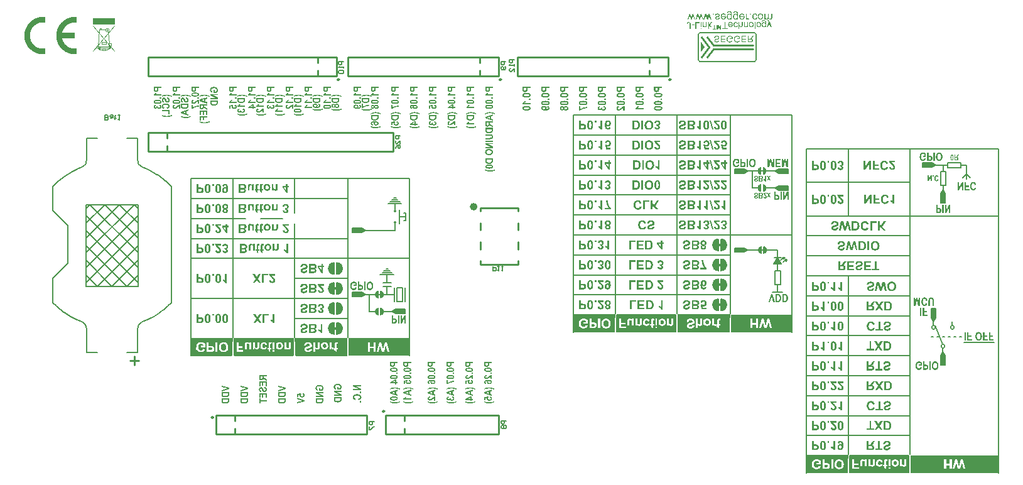
<source format=gbo>
G04*
G04 #@! TF.GenerationSoftware,Altium Limited,Altium Designer,21.3.2 (30)*
G04*
G04 Layer_Color=32896*
%FSLAX24Y24*%
%MOIN*%
G70*
G04*
G04 #@! TF.SameCoordinates,6AA30765-9C08-4FBD-BEF0-21A24CA35A80*
G04*
G04*
G04 #@! TF.FilePolarity,Positive*
G04*
G01*
G75*
%ADD10C,0.0059*%
%ADD14C,0.0100*%
%ADD15C,0.0060*%
%ADD16C,0.0200*%
%ADD18C,0.0079*%
%ADD19C,0.0049*%
%ADD21C,0.0050*%
%ADD22C,0.0080*%
%ADD216C,0.0120*%
%ADD245C,0.0110*%
%ADD246R,0.0140X0.0980*%
%ADD247R,0.1000X0.0980*%
%ADD248R,0.0413X0.0980*%
%ADD249R,0.0400X0.0980*%
%ADD250R,0.1811X0.0170*%
%ADD251R,0.0940X0.0980*%
%ADD252R,0.2759X0.0160*%
%ADD253R,0.1993X0.0180*%
%ADD254R,0.2790X0.0190*%
%ADD255R,0.2240X0.0160*%
%ADD256R,0.3180X0.0200*%
%ADD257R,0.3170X0.0160*%
%ADD258R,0.2250X0.0200*%
%ADD259R,0.0070X0.0980*%
%ADD260R,0.0170X0.0980*%
%ADD261R,0.0258X0.0980*%
%ADD262R,0.1150X0.0289*%
%ADD263R,0.4400X0.0170*%
%ADD264R,0.4430X0.0180*%
G36*
X3123Y24628D02*
D01*
Y24628D01*
Y24628D01*
D02*
G37*
G36*
X1361Y24632D02*
X1388Y24631D01*
X1416Y24629D01*
X1430Y24628D01*
Y24628D01*
Y24628D01*
D01*
X1430Y24329D01*
X1418Y24330D01*
X1395Y24333D01*
X1372Y24335D01*
X1349Y24336D01*
X1326Y24336D01*
X1303Y24336D01*
X1280Y24334D01*
X1257Y24332D01*
X1234Y24329D01*
X1212Y24326D01*
X1189Y24322D01*
X1167Y24317D01*
X1144Y24311D01*
X1122Y24304D01*
X1100Y24297D01*
X1079Y24289D01*
X1057Y24281D01*
X1036Y24271D01*
X1015Y24261D01*
X995Y24251D01*
X975Y24239D01*
X955Y24227D01*
X936Y24214D01*
X917Y24201D01*
X899Y24187D01*
X881Y24173D01*
X864Y24158D01*
X847Y24142D01*
X830Y24126D01*
X815Y24109D01*
X799Y24092D01*
X785Y24074D01*
X770Y24056D01*
X757Y24037D01*
X744Y24018D01*
X732Y23999D01*
X720Y23979D01*
X709Y23958D01*
X699Y23938D01*
X689Y23917D01*
X681Y23896D01*
X672Y23874D01*
X665Y23852D01*
X658Y23830D01*
X652Y23808D01*
X647Y23785D01*
X642Y23763D01*
X639Y23740D01*
X636Y23717D01*
X633Y23694D01*
X632Y23671D01*
X631Y23648D01*
Y23625D01*
X632Y23602D01*
X633Y23579D01*
X636Y23556D01*
X639Y23534D01*
X642Y23511D01*
X647Y23488D01*
X652Y23466D01*
X658Y23444D01*
X665Y23422D01*
X672Y23400D01*
X681Y23378D01*
X689Y23357D01*
X699Y23336D01*
X709Y23315D01*
X720Y23295D01*
X732Y23275D01*
X744Y23256D01*
X757Y23236D01*
X770Y23218D01*
X785Y23200D01*
X799Y23182D01*
X815Y23165D01*
X830Y23148D01*
X847Y23132D01*
X864Y23116D01*
X881Y23101D01*
X899Y23086D01*
X917Y23073D01*
X936Y23059D01*
X955Y23047D01*
X975Y23035D01*
X995Y23023D01*
X1015Y23012D01*
X1036Y23002D01*
X1057Y22993D01*
X1079Y22984D01*
X1100Y22977D01*
X1122Y22969D01*
X1144Y22963D01*
X1167Y22957D01*
X1189Y22952D01*
X1212Y22948D01*
X1234Y22944D01*
X1257Y22941D01*
X1280Y22939D01*
X1303Y22938D01*
X1326Y22938D01*
X1349Y22938D01*
X1372Y22939D01*
X1395Y22941D01*
X1418Y22943D01*
X1430Y22945D01*
X1430Y22945D01*
Y22646D01*
X1416Y22645D01*
X1388Y22643D01*
X1361Y22641D01*
X1333Y22641D01*
X1305Y22641D01*
X1277Y22642D01*
X1250Y22644D01*
X1222Y22647D01*
X1195Y22650D01*
X1167Y22654D01*
X1140Y22659D01*
X1113Y22665D01*
X1086Y22671D01*
X1059Y22679D01*
X1032Y22687D01*
X1006Y22695D01*
X980Y22705D01*
X954Y22715D01*
X929Y22726D01*
X903Y22737D01*
X878Y22749D01*
X854Y22762D01*
X830Y22776D01*
X806Y22790D01*
X783Y22805D01*
X760Y22821D01*
X737Y22837D01*
X715Y22854D01*
X693Y22871D01*
X672Y22889D01*
X652Y22908D01*
X632Y22927D01*
X612Y22947D01*
X593Y22967D01*
X575Y22988D01*
X557Y23009D01*
X540Y23031D01*
X523Y23053D01*
X507Y23076D01*
X492Y23099D01*
X478Y23122D01*
X464Y23146D01*
X450Y23170D01*
X438Y23195D01*
X426Y23220D01*
X414Y23246D01*
X404Y23271D01*
X394Y23297D01*
X385Y23323D01*
X377Y23350D01*
X369Y23376D01*
X362Y23403D01*
X356Y23430D01*
X351Y23458D01*
X346Y23485D01*
X342Y23512D01*
X339Y23540D01*
X337Y23568D01*
X335Y23595D01*
X334Y23623D01*
Y23651D01*
X335Y23678D01*
X337Y23706D01*
X339Y23734D01*
X342Y23761D01*
X346Y23789D01*
X351Y23816D01*
X356Y23843D01*
X362Y23870D01*
X369Y23897D01*
X377Y23924D01*
X385Y23950D01*
X394Y23977D01*
X404Y24003D01*
X414Y24028D01*
X426Y24054D01*
X438Y24079D01*
X450Y24103D01*
X464Y24128D01*
X478Y24151D01*
X492Y24175D01*
X507Y24198D01*
X523Y24221D01*
X540Y24243D01*
X557Y24265D01*
X575Y24286D01*
X593Y24307D01*
X612Y24327D01*
X632Y24347D01*
X652Y24366D01*
X672Y24385D01*
X693Y24403D01*
X715Y24420D01*
X737Y24437D01*
X760Y24453D01*
X783Y24469D01*
X806Y24484D01*
X830Y24498D01*
X854Y24511D01*
X878Y24524D01*
X903Y24537D01*
X929Y24548D01*
X954Y24559D01*
X980Y24569D01*
X1006Y24578D01*
X1032Y24587D01*
X1059Y24595D01*
X1086Y24602D01*
X1113Y24609D01*
X1140Y24614D01*
X1167Y24619D01*
X1195Y24623D01*
X1222Y24627D01*
X1250Y24629D01*
X1277Y24631D01*
X1305Y24632D01*
X1333Y24633D01*
X1361Y24632D01*
D02*
G37*
G36*
X3053D02*
X3081Y24631D01*
X3109Y24629D01*
X3123Y24628D01*
X3122Y24329D01*
X3112Y24330D01*
X3090Y24333D01*
X3068Y24335D01*
X3046Y24336D01*
X3025Y24336D01*
X3003Y24336D01*
X2981Y24335D01*
X2959Y24333D01*
X2938Y24331D01*
X2916Y24328D01*
X2894Y24324D01*
X2873Y24320D01*
X2852Y24315D01*
X2831Y24309D01*
X2810Y24303D01*
X2789Y24296D01*
X2769Y24288D01*
X2748Y24280D01*
X2729Y24271D01*
X2709Y24262D01*
X2690Y24251D01*
X2671Y24241D01*
X2652Y24229D01*
X2634Y24218D01*
X2616Y24205D01*
X2598Y24192D01*
X2581Y24179D01*
X2564Y24165D01*
X2548Y24150D01*
X2532Y24135D01*
X2517Y24119D01*
X2502Y24103D01*
X2488Y24087D01*
X2474Y24070D01*
X2461Y24053D01*
X2448Y24035D01*
X2436Y24017D01*
X2424Y23998D01*
X2413Y23979D01*
X2403Y23960D01*
X2393Y23941D01*
X2384Y23921D01*
X2375Y23901D01*
X2368Y23880D01*
X2360Y23860D01*
X2354Y23839D01*
X2348Y23818D01*
X2342Y23797D01*
X2340Y23786D01*
X2340Y23786D01*
X3023D01*
X3023Y23487D01*
X2340D01*
X2342Y23477D01*
X2348Y23456D01*
X2354Y23435D01*
X2360Y23414D01*
X2368Y23393D01*
X2375Y23373D01*
X2384Y23353D01*
X2393Y23333D01*
X2403Y23314D01*
X2413Y23294D01*
X2424Y23276D01*
X2436Y23257D01*
X2448Y23239D01*
X2461Y23221D01*
X2474Y23204D01*
X2488Y23187D01*
X2502Y23170D01*
X2517Y23154D01*
X2532Y23139D01*
X2548Y23124D01*
X2564Y23109D01*
X2581Y23095D01*
X2598Y23082D01*
X2616Y23069D01*
X2634Y23056D01*
X2652Y23044D01*
X2671Y23033D01*
X2690Y23022D01*
X2709Y23012D01*
X2729Y23003D01*
X2748Y22994D01*
X2769Y22986D01*
X2789Y22978D01*
X2810Y22971D01*
X2831Y22965D01*
X2852Y22959D01*
X2873Y22954D01*
X2894Y22950D01*
X2916Y22946D01*
X2938Y22943D01*
X2959Y22941D01*
X2981Y22939D01*
X3003Y22938D01*
X3025Y22938D01*
X3046Y22938D01*
X3068Y22939D01*
X3090Y22941D01*
X3112Y22943D01*
X3122Y22945D01*
X3123Y22945D01*
Y22646D01*
X3109Y22645D01*
X3081Y22643D01*
X3053Y22641D01*
X3026Y22641D01*
X2998Y22641D01*
X2970Y22642D01*
X2943Y22644D01*
X2915Y22647D01*
X2887Y22650D01*
X2860Y22654D01*
X2833Y22659D01*
X2806Y22665D01*
X2779Y22671D01*
X2752Y22679D01*
X2725Y22687D01*
X2699Y22695D01*
X2673Y22705D01*
X2647Y22715D01*
X2621Y22726D01*
X2596Y22737D01*
X2571Y22749D01*
X2547Y22762D01*
X2523Y22776D01*
X2499Y22790D01*
X2475Y22805D01*
X2452Y22821D01*
X2430Y22837D01*
X2408Y22854D01*
X2386Y22871D01*
X2365Y22889D01*
X2345Y22908D01*
X2325Y22927D01*
X2305Y22947D01*
X2286Y22967D01*
X2268Y22988D01*
X2250Y23009D01*
X2233Y23031D01*
X2216Y23053D01*
X2200Y23076D01*
X2185Y23099D01*
X2170Y23122D01*
X2156Y23146D01*
X2143Y23170D01*
X2130Y23195D01*
X2118Y23220D01*
X2107Y23246D01*
X2097Y23271D01*
X2087Y23297D01*
X2078Y23323D01*
X2069Y23350D01*
X2062Y23376D01*
X2055Y23403D01*
X2049Y23430D01*
X2043Y23458D01*
X2039Y23485D01*
X2035Y23512D01*
X2032Y23540D01*
X2029Y23568D01*
X2028Y23595D01*
X2027Y23623D01*
Y23651D01*
X2028Y23678D01*
X2029Y23706D01*
X2032Y23734D01*
X2035Y23761D01*
X2039Y23789D01*
X2043Y23816D01*
X2049Y23843D01*
X2055Y23870D01*
X2062Y23897D01*
X2069Y23924D01*
X2078Y23950D01*
X2087Y23977D01*
X2097Y24003D01*
X2107Y24028D01*
X2118Y24054D01*
X2130Y24079D01*
X2143Y24103D01*
X2156Y24128D01*
X2170Y24151D01*
X2185Y24175D01*
X2200Y24198D01*
X2216Y24221D01*
X2233Y24243D01*
X2250Y24265D01*
X2268Y24286D01*
X2286Y24307D01*
X2305Y24327D01*
X2325Y24347D01*
X2345Y24366D01*
X2365Y24385D01*
X2386Y24403D01*
X2408Y24420D01*
X2430Y24437D01*
X2452Y24453D01*
X2475Y24469D01*
X2499Y24484D01*
X2523Y24498D01*
X2547Y24511D01*
X2571Y24524D01*
X2596Y24537D01*
X2621Y24548D01*
X2647Y24559D01*
X2673Y24569D01*
X2699Y24578D01*
X2725Y24587D01*
X2752Y24595D01*
X2779Y24602D01*
X2806Y24609D01*
X2833Y24614D01*
X2860Y24619D01*
X2887Y24623D01*
X2915Y24627D01*
X2943Y24629D01*
X2970Y24631D01*
X2998Y24632D01*
X3026Y24633D01*
X3053Y24632D01*
D02*
G37*
G36*
X36445Y23026D02*
X36231Y22741D01*
Y23311D01*
X36445Y23026D01*
D02*
G37*
G36*
X48602Y16821D02*
X48641Y16793D01*
X48649Y16770D01*
Y16766D01*
X48523Y16640D01*
X48350D01*
X48003Y16636D01*
X48007Y16640D01*
Y16872D01*
X48522D01*
X48602Y16821D01*
D02*
G37*
G36*
X40857Y16576D02*
Y16344D01*
X40342D01*
X40262Y16395D01*
X40223Y16423D01*
X40215Y16446D01*
Y16450D01*
X40341Y16576D01*
X40514D01*
X40861Y16580D01*
X40857Y16576D01*
D02*
G37*
G36*
X38628Y16497D02*
X38667Y16469D01*
X38675Y16446D01*
Y16442D01*
X38549Y16316D01*
X38376D01*
X38029Y16312D01*
X38033Y16316D01*
Y16548D01*
X38548D01*
X38628Y16497D01*
D02*
G37*
G36*
X39601Y16637D02*
X39626Y16620D01*
X39655Y16591D01*
X39676Y16568D01*
X39699Y16529D01*
X39710Y16492D01*
X39708Y16405D01*
X39698Y16377D01*
X39665Y16323D01*
X39632Y16291D01*
X39596Y16268D01*
X39556Y16256D01*
X39536Y16263D01*
X39524Y16283D01*
Y16623D01*
X39554Y16652D01*
X39601Y16637D01*
D02*
G37*
G36*
X39432Y16643D02*
X39444Y16622D01*
Y16283D01*
X39414Y16254D01*
X39368Y16269D01*
X39342Y16286D01*
X39313Y16315D01*
X39292Y16338D01*
X39269Y16377D01*
X39258Y16414D01*
X39260Y16501D01*
X39270Y16529D01*
X39303Y16583D01*
X39336Y16615D01*
X39372Y16637D01*
X39412Y16650D01*
X39432Y16643D01*
D02*
G37*
G36*
X40857Y15676D02*
Y15444D01*
X40342D01*
X40262Y15495D01*
X40223Y15523D01*
X40215Y15546D01*
Y15550D01*
X40341Y15676D01*
X40514D01*
X40861Y15680D01*
X40857Y15676D01*
D02*
G37*
G36*
X39601Y15727D02*
X39626Y15710D01*
X39655Y15681D01*
X39676Y15658D01*
X39699Y15619D01*
X39710Y15582D01*
X39708Y15495D01*
X39698Y15467D01*
X39665Y15413D01*
X39632Y15381D01*
X39595Y15361D01*
X39555Y15351D01*
X39536Y15353D01*
X39524Y15373D01*
Y15713D01*
X39554Y15742D01*
X39601Y15727D01*
D02*
G37*
G36*
X39432Y15738D02*
X39444Y15717D01*
Y15378D01*
X39414Y15349D01*
X39368Y15364D01*
X39342Y15381D01*
X39313Y15410D01*
X39292Y15433D01*
X39269Y15472D01*
X39258Y15509D01*
X39260Y15596D01*
X39270Y15624D01*
X39303Y15678D01*
X39336Y15710D01*
X39372Y15732D01*
X39412Y15745D01*
X39432Y15738D01*
D02*
G37*
G36*
X49224Y15289D02*
Y15116D01*
X49228Y14769D01*
X49224Y14773D01*
X48992D01*
Y15288D01*
X49043Y15368D01*
X49071Y15407D01*
X49094Y15415D01*
X49098D01*
X49224Y15289D01*
D02*
G37*
G36*
X18322Y13353D02*
X18362Y13326D01*
X18370Y13303D01*
Y13298D01*
X18244Y13172D01*
X18070D01*
X17724Y13168D01*
X17728Y13172D01*
Y13405D01*
X18243D01*
X18322Y13353D01*
D02*
G37*
G36*
X37159Y12548D02*
X37160Y12226D01*
X37035Y12266D01*
X36965Y12306D01*
X36885Y12396D01*
X36865Y12516D01*
X36895Y12616D01*
X36905Y12686D01*
X36965Y12766D01*
X37035Y12806D01*
X37160Y12856D01*
X37159Y12548D01*
D02*
G37*
G36*
X37445Y12786D02*
X37515Y12746D01*
X37595Y12656D01*
X37615Y12536D01*
X37585Y12436D01*
X37575Y12366D01*
X37515Y12286D01*
X37445Y12246D01*
X37321Y12196D01*
X37321Y12504D01*
X37321Y12826D01*
X37445Y12786D01*
D02*
G37*
G36*
X38628Y12304D02*
X38667Y12277D01*
X38675Y12253D01*
Y12249D01*
X38549Y12123D01*
X38376D01*
X38029Y12119D01*
X38033Y12123D01*
Y12355D01*
X38548D01*
X38628Y12304D01*
D02*
G37*
G36*
X39631Y12442D02*
X39656Y12425D01*
X39685Y12396D01*
X39706Y12373D01*
X39729Y12334D01*
X39740Y12297D01*
X39738Y12210D01*
X39728Y12182D01*
X39695Y12128D01*
X39662Y12096D01*
X39626Y12073D01*
X39586Y12061D01*
X39566Y12068D01*
X39554Y12088D01*
Y12428D01*
X39584Y12457D01*
X39631Y12442D01*
D02*
G37*
G36*
X39462Y12448D02*
X39474Y12427D01*
X39474Y12088D01*
X39444Y12059D01*
X39398Y12074D01*
X39372Y12091D01*
X39343Y12120D01*
X39322Y12143D01*
X39299Y12182D01*
X39288Y12219D01*
X39290Y12306D01*
X39300Y12334D01*
X39333Y12388D01*
X39366Y12420D01*
X39402Y12442D01*
X39442Y12455D01*
X39462Y12448D01*
D02*
G37*
G36*
X40385Y11734D02*
X40502Y11530D01*
X40322Y11506D01*
X40121Y11518D01*
X40164Y11611D01*
X40255Y11770D01*
X40330Y11830D01*
X40385Y11734D01*
D02*
G37*
G36*
X37159Y11488D02*
X37160Y11166D01*
X37035Y11206D01*
X36965Y11246D01*
X36885Y11336D01*
X36865Y11456D01*
X36895Y11556D01*
X36905Y11626D01*
X36965Y11706D01*
X37035Y11746D01*
X37160Y11796D01*
X37159Y11488D01*
D02*
G37*
G36*
X37445Y11726D02*
X37515Y11686D01*
X37595Y11596D01*
X37615Y11476D01*
X37585Y11376D01*
X37575Y11306D01*
X37515Y11226D01*
X37445Y11186D01*
X37321Y11136D01*
X37321Y11444D01*
X37321Y11766D01*
X37445Y11726D01*
D02*
G37*
G36*
X16763Y11297D02*
X16764Y10975D01*
X16640Y11015D01*
X16570Y11055D01*
X16490Y11145D01*
X16470Y11265D01*
X16500Y11365D01*
X16510Y11435D01*
X16570Y11515D01*
X16640Y11555D01*
X16764Y11605D01*
X16763Y11297D01*
D02*
G37*
G36*
X17050Y11535D02*
X17120Y11495D01*
X17200Y11405D01*
X17220Y11285D01*
X17190Y11185D01*
X17180Y11115D01*
X17120Y11035D01*
X17050Y10995D01*
X16925Y10945D01*
X16926Y11253D01*
X16925Y11575D01*
X17050Y11535D01*
D02*
G37*
G36*
X37161Y10428D02*
X37162Y10106D01*
X37037Y10146D01*
X36967Y10186D01*
X36887Y10276D01*
X36867Y10396D01*
X36897Y10496D01*
X36907Y10566D01*
X36967Y10646D01*
X37037Y10686D01*
X37162Y10736D01*
X37161Y10428D01*
D02*
G37*
G36*
X37447Y10666D02*
X37517Y10626D01*
X37597Y10536D01*
X37617Y10416D01*
X37587Y10316D01*
X37577Y10246D01*
X37517Y10166D01*
X37447Y10126D01*
X37323Y10076D01*
X37324Y10384D01*
X37323Y10706D01*
X37447Y10666D01*
D02*
G37*
G36*
X16763Y10237D02*
X16764Y9915D01*
X16640Y9955D01*
X16570Y9995D01*
X16490Y10085D01*
X16470Y10205D01*
X16500Y10305D01*
X16510Y10375D01*
X16570Y10455D01*
X16640Y10495D01*
X16764Y10545D01*
X16763Y10237D01*
D02*
G37*
G36*
X17050Y10475D02*
X17120Y10435D01*
X17200Y10345D01*
X17220Y10225D01*
X17190Y10125D01*
X17180Y10055D01*
X17120Y9975D01*
X17050Y9935D01*
X16925Y9885D01*
X16926Y10193D01*
X16925Y10515D01*
X17050Y10475D01*
D02*
G37*
G36*
X18322Y9946D02*
X18362Y9919D01*
X18370Y9895D01*
Y9891D01*
X18244Y9765D01*
X18070D01*
X17724Y9761D01*
X17728Y9765D01*
Y9997D01*
X18243D01*
X18322Y9946D01*
D02*
G37*
G36*
X19296Y10086D02*
X19321Y10069D01*
X19350Y10040D01*
X19371Y10017D01*
X19394Y9978D01*
X19405Y9941D01*
X19403Y9854D01*
X19393Y9826D01*
X19360Y9772D01*
X19327Y9740D01*
X19291Y9717D01*
X19251Y9705D01*
X19231Y9712D01*
X19219Y9733D01*
Y10072D01*
X19249Y10101D01*
X19296Y10086D01*
D02*
G37*
G36*
X19127Y10092D02*
X19139Y10071D01*
Y9732D01*
X19109Y9703D01*
X19062Y9718D01*
X19037Y9735D01*
X19008Y9764D01*
X18987Y9787D01*
X18964Y9826D01*
X18953Y9863D01*
X18955Y9950D01*
X18965Y9978D01*
X18998Y10032D01*
X19031Y10064D01*
X19067Y10087D01*
X19107Y10099D01*
X19127Y10092D01*
D02*
G37*
G36*
X37159Y9368D02*
X37160Y9046D01*
X37035Y9086D01*
X36965Y9126D01*
X36885Y9216D01*
X36865Y9336D01*
X36895Y9436D01*
X36905Y9506D01*
X36965Y9586D01*
X37035Y9626D01*
X37160Y9676D01*
X37159Y9368D01*
D02*
G37*
G36*
X37445Y9606D02*
X37515Y9566D01*
X37595Y9476D01*
X37615Y9356D01*
X37585Y9256D01*
X37575Y9186D01*
X37515Y9106D01*
X37445Y9066D01*
X37321Y9016D01*
X37321Y9324D01*
X37321Y9646D01*
X37445Y9606D01*
D02*
G37*
G36*
X20552Y9125D02*
Y8893D01*
X20037D01*
X19957Y8944D01*
X19918Y8972D01*
X19910Y8995D01*
Y8999D01*
X20036Y9125D01*
X20209D01*
X20556Y9129D01*
X20552Y9125D01*
D02*
G37*
G36*
X16766Y9177D02*
X16766Y8855D01*
X16642Y8895D01*
X16572Y8935D01*
X16492Y9025D01*
X16472Y9145D01*
X16502Y9245D01*
X16512Y9315D01*
X16572Y9395D01*
X16642Y9435D01*
X16766Y9485D01*
X16766Y9177D01*
D02*
G37*
G36*
X17052Y9415D02*
X17122Y9375D01*
X17202Y9285D01*
X17222Y9165D01*
X17192Y9065D01*
X17182Y8995D01*
X17122Y8915D01*
X17052Y8875D01*
X16928Y8825D01*
X16928Y9133D01*
X16928Y9455D01*
X17052Y9415D01*
D02*
G37*
G36*
X19296Y9176D02*
X19321Y9159D01*
X19350Y9130D01*
X19371Y9107D01*
X19394Y9068D01*
X19405Y9031D01*
X19403Y8944D01*
X19393Y8916D01*
X19360Y8862D01*
X19327Y8830D01*
X19290Y8810D01*
X19250Y8800D01*
X19231Y8802D01*
X19219Y8823D01*
Y9162D01*
X19249Y9191D01*
X19296Y9176D01*
D02*
G37*
G36*
X19127Y9187D02*
X19139Y9166D01*
Y8827D01*
X19109Y8798D01*
X19062Y8813D01*
X19037Y8830D01*
X19008Y8859D01*
X18987Y8882D01*
X18964Y8921D01*
X18953Y8958D01*
X18955Y9045D01*
X18965Y9073D01*
X18998Y9127D01*
X19031Y9159D01*
X19067Y9182D01*
X19107Y9194D01*
X19127Y9187D01*
D02*
G37*
G36*
X48460Y9147D02*
X48692D01*
Y8632D01*
X48641Y8552D01*
X48613Y8513D01*
X48590Y8505D01*
X48586D01*
X48460Y8631D01*
Y8804D01*
X48456Y9151D01*
X48460Y9147D01*
D02*
G37*
G36*
X16763Y8117D02*
X16764Y7795D01*
X16640Y7835D01*
X16570Y7875D01*
X16490Y7965D01*
X16470Y8085D01*
X16500Y8185D01*
X16510Y8255D01*
X16570Y8335D01*
X16640Y8375D01*
X16764Y8425D01*
X16763Y8117D01*
D02*
G37*
G36*
X17050Y8355D02*
X17120Y8315D01*
X17200Y8225D01*
X17220Y8105D01*
X17190Y8005D01*
X17180Y7935D01*
X17120Y7855D01*
X17050Y7815D01*
X16925Y7765D01*
X16926Y8073D01*
X16925Y8395D01*
X17050Y8355D01*
D02*
G37*
G36*
X49220Y6669D02*
Y6496D01*
X49224Y6149D01*
X49220Y6153D01*
X48988D01*
Y6668D01*
X49039Y6748D01*
X49067Y6787D01*
X49090Y6795D01*
X49094D01*
X49220Y6669D01*
D02*
G37*
G36*
X52040Y479D02*
X47390D01*
Y1297D01*
X52040D01*
Y479D01*
D02*
G37*
G36*
X48122Y9739D02*
X48131Y9738D01*
X48150Y9734D01*
X48166Y9729D01*
X48173Y9726D01*
X48179Y9722D01*
X48185Y9719D01*
X48190Y9716D01*
X48195Y9713D01*
X48198Y9711D01*
X48201Y9709D01*
X48203Y9707D01*
X48205Y9706D01*
X48205Y9705D01*
X48212Y9698D01*
X48219Y9691D01*
X48230Y9674D01*
X48240Y9656D01*
X48247Y9639D01*
X48251Y9630D01*
X48253Y9622D01*
X48255Y9615D01*
X48257Y9610D01*
X48258Y9604D01*
X48260Y9600D01*
X48260Y9598D01*
Y9597D01*
X48190Y9570D01*
X48186Y9588D01*
X48181Y9602D01*
X48176Y9614D01*
X48171Y9624D01*
X48166Y9632D01*
X48162Y9637D01*
X48160Y9640D01*
X48159Y9641D01*
X48151Y9648D01*
X48143Y9654D01*
X48135Y9658D01*
X48127Y9661D01*
X48120Y9662D01*
X48115Y9663D01*
X48111Y9663D01*
X48110D01*
X48103Y9663D01*
X48096Y9662D01*
X48083Y9658D01*
X48073Y9652D01*
X48064Y9646D01*
X48056Y9640D01*
X48051Y9634D01*
X48048Y9630D01*
X48046Y9630D01*
Y9629D01*
X48043Y9622D01*
X48039Y9614D01*
X48035Y9605D01*
X48033Y9596D01*
X48028Y9577D01*
X48026Y9557D01*
X48024Y9548D01*
X48024Y9540D01*
X48023Y9532D01*
Y9525D01*
X48023Y9519D01*
Y9516D01*
Y9512D01*
Y9512D01*
Y9497D01*
X48024Y9484D01*
X48025Y9472D01*
X48026Y9460D01*
X48028Y9450D01*
X48030Y9440D01*
X48032Y9432D01*
X48035Y9425D01*
X48037Y9418D01*
X48039Y9413D01*
X48041Y9408D01*
X48043Y9404D01*
X48045Y9402D01*
X48046Y9399D01*
X48047Y9398D01*
Y9398D01*
X48052Y9391D01*
X48058Y9386D01*
X48063Y9381D01*
X48068Y9378D01*
X48079Y9371D01*
X48089Y9367D01*
X48098Y9365D01*
X48105Y9363D01*
X48108Y9363D01*
X48112D01*
X48122Y9363D01*
X48131Y9366D01*
X48139Y9368D01*
X48146Y9372D01*
X48152Y9376D01*
X48157Y9379D01*
X48159Y9381D01*
X48160Y9382D01*
X48167Y9390D01*
X48173Y9398D01*
X48178Y9407D01*
X48182Y9416D01*
X48185Y9424D01*
X48186Y9431D01*
X48187Y9433D01*
Y9435D01*
X48188Y9436D01*
Y9437D01*
X48260Y9416D01*
X48257Y9405D01*
X48254Y9396D01*
X48251Y9387D01*
X48247Y9378D01*
X48243Y9370D01*
X48240Y9363D01*
X48236Y9357D01*
X48233Y9351D01*
X48230Y9346D01*
X48227Y9341D01*
X48224Y9337D01*
X48221Y9334D01*
X48220Y9332D01*
X48218Y9330D01*
X48218Y9329D01*
X48217D01*
X48209Y9322D01*
X48201Y9315D01*
X48192Y9310D01*
X48184Y9304D01*
X48175Y9300D01*
X48167Y9297D01*
X48151Y9292D01*
X48144Y9290D01*
X48137Y9289D01*
X48131Y9288D01*
X48126Y9287D01*
X48122Y9287D01*
X48116D01*
X48102Y9287D01*
X48089Y9289D01*
X48078Y9292D01*
X48066Y9295D01*
X48056Y9300D01*
X48046Y9304D01*
X48037Y9310D01*
X48029Y9314D01*
X48022Y9319D01*
X48015Y9324D01*
X48010Y9329D01*
X48006Y9334D01*
X48002Y9337D01*
X48000Y9339D01*
X47999Y9341D01*
X47998Y9342D01*
X47989Y9354D01*
X47981Y9368D01*
X47975Y9381D01*
X47969Y9396D01*
X47964Y9411D01*
X47960Y9425D01*
X47956Y9439D01*
X47954Y9453D01*
X47952Y9466D01*
X47950Y9478D01*
X47949Y9489D01*
X47948Y9499D01*
Y9506D01*
X47947Y9512D01*
Y9516D01*
Y9516D01*
Y9517D01*
X47948Y9536D01*
X47949Y9554D01*
X47952Y9572D01*
X47955Y9588D01*
X47959Y9603D01*
X47963Y9617D01*
X47967Y9630D01*
X47973Y9641D01*
X47977Y9651D01*
X47982Y9660D01*
X47986Y9668D01*
X47989Y9674D01*
X47993Y9679D01*
X47995Y9683D01*
X47997Y9685D01*
X47997Y9685D01*
X48006Y9695D01*
X48015Y9703D01*
X48024Y9710D01*
X48034Y9716D01*
X48043Y9722D01*
X48052Y9726D01*
X48061Y9729D01*
X48070Y9733D01*
X48079Y9735D01*
X48087Y9737D01*
X48094Y9737D01*
X48100Y9739D01*
X48105D01*
X48108Y9739D01*
X48111D01*
X48122Y9739D01*
D02*
G37*
G36*
X47888Y9294D02*
X47779D01*
X47714Y9594D01*
X47649Y9294D01*
X47540D01*
Y9732D01*
X47608D01*
Y9387D01*
X47679Y9732D01*
X47748D01*
X47821Y9387D01*
Y9732D01*
X47888D01*
Y9294D01*
D02*
G37*
G36*
X48488Y9738D02*
X48505Y9735D01*
X48520Y9731D01*
X48532Y9727D01*
X48538Y9725D01*
X48543Y9723D01*
X48547Y9721D01*
X48550Y9719D01*
X48553Y9717D01*
X48555Y9716D01*
X48555Y9715D01*
X48556D01*
X48567Y9705D01*
X48577Y9695D01*
X48584Y9684D01*
X48590Y9674D01*
X48594Y9665D01*
X48597Y9658D01*
X48597Y9656D01*
X48598Y9654D01*
X48599Y9652D01*
Y9652D01*
X48601Y9644D01*
X48602Y9635D01*
X48603Y9625D01*
X48604Y9615D01*
X48606Y9594D01*
X48607Y9573D01*
X48608Y9563D01*
Y9554D01*
X48608Y9545D01*
Y9538D01*
Y9532D01*
Y9528D01*
Y9525D01*
Y9524D01*
Y9294D01*
X48536D01*
Y9536D01*
Y9548D01*
Y9559D01*
X48535Y9569D01*
X48534Y9577D01*
Y9585D01*
X48534Y9592D01*
X48533Y9599D01*
X48532Y9604D01*
X48532Y9608D01*
X48531Y9612D01*
X48531Y9615D01*
Y9618D01*
X48529Y9621D01*
Y9622D01*
X48527Y9629D01*
X48523Y9635D01*
X48520Y9640D01*
X48516Y9645D01*
X48513Y9648D01*
X48510Y9650D01*
X48509Y9652D01*
X48508Y9652D01*
X48501Y9656D01*
X48495Y9659D01*
X48488Y9661D01*
X48482Y9662D01*
X48476Y9663D01*
X48472Y9663D01*
X48467D01*
X48457Y9663D01*
X48447Y9661D01*
X48439Y9658D01*
X48432Y9656D01*
X48426Y9653D01*
X48422Y9650D01*
X48420Y9648D01*
X48419Y9648D01*
X48413Y9641D01*
X48408Y9634D01*
X48404Y9627D01*
X48401Y9619D01*
X48399Y9613D01*
X48398Y9608D01*
X48396Y9604D01*
Y9603D01*
X48396Y9599D01*
Y9595D01*
X48395Y9585D01*
X48394Y9573D01*
Y9561D01*
X48394Y9549D01*
Y9544D01*
Y9540D01*
Y9536D01*
Y9534D01*
Y9532D01*
Y9531D01*
Y9294D01*
X48321D01*
Y9528D01*
Y9545D01*
X48322Y9562D01*
X48323Y9577D01*
X48323Y9590D01*
X48324Y9602D01*
X48326Y9613D01*
X48327Y9623D01*
X48328Y9632D01*
X48329Y9639D01*
X48330Y9646D01*
X48332Y9651D01*
X48333Y9656D01*
X48334Y9659D01*
X48334Y9661D01*
X48335Y9662D01*
Y9663D01*
X48341Y9676D01*
X48348Y9687D01*
X48356Y9696D01*
X48363Y9704D01*
X48370Y9711D01*
X48376Y9715D01*
X48380Y9718D01*
X48380Y9719D01*
X48381D01*
X48394Y9726D01*
X48408Y9731D01*
X48423Y9734D01*
X48437Y9737D01*
X48450Y9738D01*
X48455Y9739D01*
X48460D01*
X48464Y9739D01*
X48469D01*
X48488Y9738D01*
D02*
G37*
G36*
X48095Y9013D02*
X48245D01*
Y8939D01*
X48095D01*
Y8835D01*
X48268D01*
Y8761D01*
X48022D01*
Y9199D01*
X48095D01*
Y9013D01*
D02*
G37*
G36*
X47953Y8761D02*
X47880D01*
Y9199D01*
X47953D01*
Y8761D01*
D02*
G37*
G36*
X40715Y9925D02*
X40729Y9924D01*
X40742Y9922D01*
X40752Y9920D01*
X40761Y9918D01*
X40766Y9916D01*
X40770Y9914D01*
X40772Y9914D01*
X40782Y9909D01*
X40791Y9903D01*
X40799Y9897D01*
X40806Y9891D01*
X40811Y9886D01*
X40816Y9881D01*
X40818Y9879D01*
X40819Y9877D01*
X40826Y9868D01*
X40832Y9857D01*
X40838Y9846D01*
X40843Y9835D01*
X40847Y9826D01*
X40849Y9818D01*
X40851Y9815D01*
X40851Y9813D01*
X40852Y9811D01*
Y9811D01*
X40856Y9794D01*
X40860Y9778D01*
X40862Y9761D01*
X40864Y9745D01*
Y9738D01*
X40864Y9732D01*
Y9726D01*
X40865Y9721D01*
Y9717D01*
Y9714D01*
Y9712D01*
Y9712D01*
X40864Y9689D01*
X40863Y9669D01*
X40862Y9659D01*
X40861Y9651D01*
X40860Y9643D01*
X40859Y9636D01*
X40858Y9629D01*
X40856Y9623D01*
X40855Y9618D01*
X40854Y9614D01*
X40854Y9611D01*
X40853Y9608D01*
X40853Y9607D01*
Y9607D01*
X40847Y9591D01*
X40842Y9577D01*
X40836Y9566D01*
X40831Y9556D01*
X40826Y9548D01*
X40822Y9542D01*
X40820Y9539D01*
X40818Y9537D01*
X40810Y9528D01*
X40802Y9520D01*
X40794Y9514D01*
X40786Y9509D01*
X40780Y9505D01*
X40775Y9502D01*
X40772Y9500D01*
X40771Y9500D01*
X40761Y9496D01*
X40748Y9493D01*
X40736Y9491D01*
X40724Y9489D01*
X40713Y9489D01*
X40708D01*
X40704Y9488D01*
X40564D01*
Y9926D01*
X40700D01*
X40715Y9925D01*
D02*
G37*
G36*
X40353D02*
X40367Y9924D01*
X40380Y9922D01*
X40390Y9920D01*
X40398Y9918D01*
X40404Y9916D01*
X40408Y9914D01*
X40409Y9914D01*
X40420Y9909D01*
X40429Y9903D01*
X40437Y9897D01*
X40444Y9891D01*
X40449Y9886D01*
X40453Y9881D01*
X40456Y9879D01*
X40457Y9877D01*
X40464Y9868D01*
X40470Y9857D01*
X40476Y9846D01*
X40481Y9835D01*
X40484Y9826D01*
X40487Y9818D01*
X40488Y9815D01*
X40489Y9813D01*
X40490Y9811D01*
Y9811D01*
X40494Y9794D01*
X40497Y9778D01*
X40499Y9761D01*
X40501Y9745D01*
Y9738D01*
X40502Y9732D01*
Y9726D01*
X40503Y9721D01*
Y9717D01*
Y9714D01*
Y9712D01*
Y9712D01*
X40502Y9689D01*
X40501Y9669D01*
X40500Y9659D01*
X40499Y9651D01*
X40497Y9643D01*
X40497Y9636D01*
X40496Y9629D01*
X40494Y9623D01*
X40493Y9618D01*
X40492Y9614D01*
X40492Y9611D01*
X40491Y9608D01*
X40490Y9607D01*
Y9607D01*
X40485Y9591D01*
X40480Y9577D01*
X40474Y9566D01*
X40468Y9556D01*
X40464Y9548D01*
X40460Y9542D01*
X40457Y9539D01*
X40456Y9537D01*
X40448Y9528D01*
X40440Y9520D01*
X40431Y9514D01*
X40424Y9509D01*
X40418Y9505D01*
X40413Y9502D01*
X40410Y9500D01*
X40409Y9500D01*
X40398Y9496D01*
X40386Y9493D01*
X40374Y9491D01*
X40361Y9489D01*
X40350Y9489D01*
X40346D01*
X40342Y9488D01*
X40201D01*
Y9926D01*
X40337D01*
X40353Y9925D01*
D02*
G37*
G36*
X40164Y9488D02*
X40087D01*
X39999Y9813D01*
X39908Y9488D01*
X39830D01*
X39958Y9926D01*
X40037D01*
X40164Y9488D01*
D02*
G37*
G36*
X30697Y10554D02*
X30604D01*
Y10646D01*
X30697D01*
Y10554D01*
D02*
G37*
G36*
X31298Y10654D02*
X31311Y10652D01*
X31323Y10649D01*
X31336Y10646D01*
X31347Y10641D01*
X31357Y10636D01*
X31367Y10631D01*
X31376Y10626D01*
X31383Y10620D01*
X31390Y10615D01*
X31396Y10610D01*
X31401Y10606D01*
X31405Y10602D01*
X31407Y10600D01*
X31409Y10597D01*
X31410Y10597D01*
X31419Y10585D01*
X31425Y10572D01*
X31432Y10557D01*
X31438Y10543D01*
X31443Y10527D01*
X31447Y10511D01*
X31450Y10495D01*
X31453Y10479D01*
X31455Y10465D01*
X31456Y10452D01*
X31457Y10439D01*
X31458Y10428D01*
X31459Y10419D01*
Y10412D01*
Y10410D01*
Y10408D01*
Y10407D01*
Y10407D01*
X31458Y10383D01*
X31457Y10361D01*
X31455Y10341D01*
X31451Y10323D01*
X31448Y10306D01*
X31444Y10291D01*
X31439Y10277D01*
X31435Y10264D01*
X31431Y10254D01*
X31427Y10245D01*
X31423Y10237D01*
X31419Y10231D01*
X31416Y10226D01*
X31414Y10223D01*
X31412Y10221D01*
X31412Y10220D01*
X31403Y10210D01*
X31393Y10201D01*
X31383Y10194D01*
X31373Y10187D01*
X31363Y10182D01*
X31353Y10177D01*
X31344Y10173D01*
X31334Y10170D01*
X31326Y10168D01*
X31317Y10166D01*
X31310Y10164D01*
X31304Y10164D01*
X31298D01*
X31295Y10163D01*
X31292D01*
X31279Y10164D01*
X31268Y10165D01*
X31257Y10167D01*
X31246Y10170D01*
X31237Y10173D01*
X31228Y10178D01*
X31219Y10181D01*
X31212Y10185D01*
X31205Y10190D01*
X31199Y10194D01*
X31194Y10198D01*
X31189Y10201D01*
X31185Y10204D01*
X31183Y10206D01*
X31182Y10207D01*
X31181Y10208D01*
X31174Y10217D01*
X31167Y10226D01*
X31161Y10236D01*
X31156Y10246D01*
X31152Y10255D01*
X31149Y10266D01*
X31144Y10284D01*
X31142Y10293D01*
X31140Y10301D01*
X31140Y10308D01*
X31139Y10314D01*
X31138Y10320D01*
Y10323D01*
Y10326D01*
Y10327D01*
X31139Y10339D01*
X31140Y10352D01*
X31142Y10364D01*
X31144Y10374D01*
X31148Y10384D01*
X31151Y10393D01*
X31155Y10402D01*
X31159Y10410D01*
X31162Y10417D01*
X31166Y10423D01*
X31169Y10428D01*
X31173Y10433D01*
X31176Y10436D01*
X31177Y10439D01*
X31178Y10440D01*
X31179Y10441D01*
X31187Y10448D01*
X31195Y10455D01*
X31203Y10461D01*
X31212Y10466D01*
X31220Y10470D01*
X31228Y10474D01*
X31243Y10479D01*
X31256Y10482D01*
X31262Y10483D01*
X31267Y10484D01*
X31271Y10484D01*
X31276D01*
X31286Y10484D01*
X31295Y10482D01*
X31303Y10481D01*
X31312Y10478D01*
X31327Y10472D01*
X31339Y10464D01*
X31349Y10457D01*
X31353Y10453D01*
X31357Y10450D01*
X31360Y10448D01*
X31362Y10445D01*
X31362Y10445D01*
X31363Y10444D01*
X31362Y10459D01*
X31360Y10473D01*
X31359Y10485D01*
X31357Y10496D01*
X31355Y10506D01*
X31353Y10515D01*
X31351Y10522D01*
X31348Y10529D01*
X31346Y10536D01*
X31344Y10541D01*
X31342Y10545D01*
X31341Y10547D01*
X31339Y10550D01*
X31338Y10552D01*
X31337Y10553D01*
X31330Y10561D01*
X31321Y10568D01*
X31314Y10572D01*
X31306Y10575D01*
X31299Y10577D01*
X31294Y10578D01*
X31291Y10579D01*
X31289D01*
X31282Y10578D01*
X31274Y10577D01*
X31269Y10575D01*
X31263Y10572D01*
X31259Y10570D01*
X31256Y10568D01*
X31254Y10567D01*
X31253Y10566D01*
X31249Y10561D01*
X31245Y10554D01*
X31242Y10547D01*
X31240Y10541D01*
X31238Y10535D01*
X31237Y10530D01*
X31237Y10527D01*
Y10525D01*
X31148Y10536D01*
X31150Y10547D01*
X31153Y10556D01*
X31156Y10566D01*
X31159Y10575D01*
X31162Y10583D01*
X31166Y10590D01*
X31170Y10597D01*
X31174Y10603D01*
X31178Y10608D01*
X31181Y10613D01*
X31184Y10616D01*
X31187Y10620D01*
X31189Y10622D01*
X31191Y10624D01*
X31192Y10625D01*
X31192Y10625D01*
X31199Y10631D01*
X31206Y10635D01*
X31221Y10643D01*
X31236Y10647D01*
X31251Y10652D01*
X31264Y10654D01*
X31269Y10654D01*
X31274D01*
X31278Y10655D01*
X31283D01*
X31298Y10654D01*
D02*
G37*
G36*
X31083Y10561D02*
X30899D01*
X30905Y10552D01*
X30911Y10544D01*
X30914Y10541D01*
X30916Y10538D01*
X30917Y10536D01*
X30918Y10536D01*
X30921Y10533D01*
X30924Y10529D01*
X30932Y10522D01*
X30941Y10513D01*
X30950Y10504D01*
X30959Y10495D01*
X30967Y10488D01*
X30970Y10486D01*
X30972Y10484D01*
X30973Y10483D01*
X30974Y10482D01*
X30989Y10468D01*
X31001Y10456D01*
X31012Y10445D01*
X31020Y10436D01*
X31026Y10429D01*
X31031Y10425D01*
X31033Y10421D01*
X31034Y10420D01*
X31043Y10409D01*
X31051Y10398D01*
X31057Y10387D01*
X31062Y10378D01*
X31066Y10370D01*
X31069Y10364D01*
X31070Y10361D01*
X31071Y10359D01*
X31075Y10348D01*
X31078Y10337D01*
X31080Y10327D01*
X31081Y10317D01*
X31082Y10309D01*
X31083Y10303D01*
Y10299D01*
Y10298D01*
X31082Y10287D01*
X31081Y10277D01*
X31079Y10267D01*
X31076Y10258D01*
X31069Y10242D01*
X31063Y10228D01*
X31058Y10222D01*
X31055Y10217D01*
X31051Y10212D01*
X31048Y10209D01*
X31045Y10206D01*
X31044Y10203D01*
X31042Y10203D01*
X31042Y10202D01*
X31034Y10195D01*
X31025Y10189D01*
X31017Y10184D01*
X31007Y10180D01*
X30989Y10173D01*
X30971Y10168D01*
X30963Y10166D01*
X30955Y10165D01*
X30948Y10164D01*
X30942Y10164D01*
X30937Y10163D01*
X30930D01*
X30918Y10164D01*
X30907Y10164D01*
X30886Y10168D01*
X30868Y10173D01*
X30859Y10176D01*
X30852Y10180D01*
X30845Y10182D01*
X30839Y10186D01*
X30834Y10189D01*
X30829Y10191D01*
X30826Y10194D01*
X30824Y10195D01*
X30822Y10196D01*
X30822Y10196D01*
X30814Y10203D01*
X30807Y10210D01*
X30801Y10219D01*
X30795Y10228D01*
X30787Y10246D01*
X30780Y10263D01*
X30778Y10272D01*
X30776Y10280D01*
X30774Y10287D01*
X30773Y10293D01*
X30772Y10298D01*
Y10302D01*
X30771Y10305D01*
Y10305D01*
X30863Y10314D01*
X30864Y10300D01*
X30867Y10289D01*
X30870Y10278D01*
X30873Y10271D01*
X30876Y10264D01*
X30879Y10260D01*
X30881Y10257D01*
X30881Y10257D01*
X30888Y10251D01*
X30896Y10247D01*
X30904Y10243D01*
X30911Y10241D01*
X30917Y10240D01*
X30923Y10239D01*
X30928D01*
X30938Y10240D01*
X30947Y10242D01*
X30955Y10245D01*
X30962Y10248D01*
X30967Y10250D01*
X30971Y10253D01*
X30973Y10255D01*
X30974Y10256D01*
X30979Y10263D01*
X30983Y10271D01*
X30986Y10278D01*
X30988Y10286D01*
X30990Y10293D01*
X30990Y10299D01*
Y10302D01*
Y10303D01*
Y10304D01*
X30990Y10314D01*
X30988Y10324D01*
X30984Y10334D01*
X30981Y10342D01*
X30977Y10350D01*
X30974Y10355D01*
X30972Y10359D01*
X30971Y10360D01*
X30968Y10364D01*
X30964Y10369D01*
X30958Y10375D01*
X30953Y10381D01*
X30940Y10394D01*
X30928Y10407D01*
X30915Y10420D01*
X30910Y10425D01*
X30904Y10429D01*
X30900Y10434D01*
X30897Y10436D01*
X30895Y10439D01*
X30895Y10439D01*
X30881Y10452D01*
X30868Y10465D01*
X30856Y10477D01*
X30846Y10487D01*
X30836Y10497D01*
X30828Y10507D01*
X30820Y10516D01*
X30814Y10524D01*
X30809Y10531D01*
X30804Y10537D01*
X30800Y10542D01*
X30797Y10547D01*
X30794Y10550D01*
X30793Y10552D01*
X30791Y10554D01*
Y10554D01*
X30782Y10570D01*
X30775Y10587D01*
X30770Y10602D01*
X30766Y10616D01*
X30763Y10629D01*
X30762Y10634D01*
X30761Y10638D01*
X30761Y10641D01*
X30760Y10644D01*
Y10645D01*
Y10646D01*
X31083D01*
Y10561D01*
D02*
G37*
G36*
X29882Y10465D02*
X29968D01*
X29978Y10464D01*
X29988D01*
X29997Y10463D01*
X30006Y10463D01*
X30013Y10462D01*
X30019Y10461D01*
X30026D01*
X30031Y10461D01*
X30035Y10460D01*
X30039Y10459D01*
X30042D01*
X30044Y10459D01*
X30045D01*
X30055Y10456D01*
X30064Y10452D01*
X30072Y10449D01*
X30080Y10445D01*
X30086Y10441D01*
X30091Y10439D01*
X30094Y10436D01*
X30095Y10436D01*
X30104Y10429D01*
X30112Y10421D01*
X30119Y10413D01*
X30125Y10406D01*
X30130Y10399D01*
X30133Y10393D01*
X30135Y10390D01*
X30136Y10389D01*
X30142Y10377D01*
X30146Y10364D01*
X30149Y10351D01*
X30151Y10339D01*
X30152Y10330D01*
Y10325D01*
X30153Y10321D01*
Y10318D01*
Y10316D01*
Y10314D01*
Y10314D01*
X30151Y10293D01*
X30149Y10275D01*
X30144Y10259D01*
X30139Y10246D01*
X30136Y10240D01*
X30133Y10235D01*
X30131Y10231D01*
X30128Y10227D01*
X30127Y10224D01*
X30126Y10222D01*
X30124Y10221D01*
Y10221D01*
X30113Y10208D01*
X30102Y10198D01*
X30090Y10189D01*
X30080Y10183D01*
X30070Y10179D01*
X30062Y10175D01*
X30060Y10175D01*
X30058Y10174D01*
X30056Y10173D01*
X30056D01*
X30050Y10172D01*
X30043Y10171D01*
X30035Y10170D01*
X30026Y10169D01*
X30007Y10168D01*
X29988Y10166D01*
X29969D01*
X29962Y10166D01*
X29785D01*
Y10646D01*
X29882D01*
Y10465D01*
D02*
G37*
G36*
X30380Y10654D02*
X30391Y10653D01*
X30403Y10650D01*
X30414Y10647D01*
X30423Y10644D01*
X30432Y10640D01*
X30440Y10635D01*
X30448Y10630D01*
X30454Y10626D01*
X30460Y10621D01*
X30465Y10617D01*
X30469Y10613D01*
X30472Y10611D01*
X30474Y10608D01*
X30475Y10606D01*
X30476Y10606D01*
X30484Y10594D01*
X30491Y10580D01*
X30498Y10566D01*
X30503Y10550D01*
X30508Y10534D01*
X30511Y10518D01*
X30515Y10501D01*
X30518Y10485D01*
X30519Y10470D01*
X30521Y10456D01*
X30522Y10443D01*
X30523Y10432D01*
X30523Y10423D01*
Y10416D01*
Y10413D01*
Y10411D01*
Y10410D01*
Y10409D01*
X30523Y10384D01*
X30521Y10361D01*
X30519Y10341D01*
X30516Y10321D01*
X30512Y10303D01*
X30509Y10287D01*
X30504Y10273D01*
X30500Y10260D01*
X30496Y10248D01*
X30491Y10239D01*
X30487Y10231D01*
X30484Y10224D01*
X30480Y10219D01*
X30478Y10216D01*
X30477Y10214D01*
X30476Y10213D01*
X30468Y10204D01*
X30460Y10196D01*
X30451Y10190D01*
X30442Y10184D01*
X30433Y10179D01*
X30424Y10175D01*
X30416Y10172D01*
X30407Y10169D01*
X30398Y10167D01*
X30391Y10166D01*
X30384Y10164D01*
X30379Y10164D01*
X30374Y10163D01*
X30367D01*
X30355Y10164D01*
X30343Y10165D01*
X30331Y10168D01*
X30321Y10171D01*
X30311Y10175D01*
X30302Y10179D01*
X30294Y10183D01*
X30287Y10188D01*
X30280Y10193D01*
X30274Y10197D01*
X30269Y10201D01*
X30266Y10205D01*
X30262Y10208D01*
X30260Y10211D01*
X30259Y10212D01*
X30258Y10213D01*
X30250Y10225D01*
X30243Y10239D01*
X30237Y10253D01*
X30231Y10268D01*
X30227Y10284D01*
X30223Y10301D01*
X30220Y10317D01*
X30217Y10333D01*
X30216Y10348D01*
X30214Y10362D01*
X30213Y10375D01*
X30212Y10386D01*
X30212Y10395D01*
Y10402D01*
Y10405D01*
Y10407D01*
Y10408D01*
Y10409D01*
X30212Y10434D01*
X30214Y10457D01*
X30216Y10478D01*
X30219Y10497D01*
X30221Y10515D01*
X30225Y10531D01*
X30229Y10545D01*
X30233Y10557D01*
X30237Y10568D01*
X30241Y10577D01*
X30244Y10585D01*
X30248Y10591D01*
X30250Y10595D01*
X30252Y10599D01*
X30253Y10601D01*
X30254Y10602D01*
X30262Y10611D01*
X30271Y10619D01*
X30280Y10627D01*
X30290Y10632D01*
X30299Y10638D01*
X30309Y10642D01*
X30318Y10645D01*
X30327Y10648D01*
X30335Y10651D01*
X30343Y10652D01*
X30350Y10654D01*
X30355Y10654D01*
X30360D01*
X30364Y10655D01*
X30367D01*
X30380Y10654D01*
D02*
G37*
G36*
X30697Y9494D02*
X30604D01*
Y9586D01*
X30697D01*
Y9494D01*
D02*
G37*
G36*
X31083Y9501D02*
X30899D01*
X30905Y9492D01*
X30911Y9484D01*
X30914Y9481D01*
X30916Y9478D01*
X30917Y9476D01*
X30918Y9476D01*
X30921Y9473D01*
X30924Y9469D01*
X30932Y9462D01*
X30941Y9453D01*
X30950Y9444D01*
X30959Y9435D01*
X30967Y9428D01*
X30970Y9426D01*
X30972Y9424D01*
X30973Y9423D01*
X30974Y9422D01*
X30989Y9408D01*
X31001Y9396D01*
X31012Y9385D01*
X31020Y9376D01*
X31026Y9369D01*
X31031Y9365D01*
X31033Y9361D01*
X31034Y9360D01*
X31043Y9349D01*
X31051Y9338D01*
X31057Y9327D01*
X31062Y9318D01*
X31066Y9310D01*
X31069Y9304D01*
X31070Y9301D01*
X31071Y9299D01*
X31075Y9288D01*
X31078Y9277D01*
X31080Y9267D01*
X31081Y9257D01*
X31082Y9249D01*
X31083Y9243D01*
Y9239D01*
Y9238D01*
X31082Y9227D01*
X31081Y9217D01*
X31079Y9207D01*
X31076Y9198D01*
X31069Y9182D01*
X31063Y9168D01*
X31058Y9162D01*
X31055Y9157D01*
X31051Y9152D01*
X31048Y9149D01*
X31045Y9146D01*
X31044Y9143D01*
X31042Y9143D01*
X31042Y9142D01*
X31034Y9135D01*
X31025Y9129D01*
X31017Y9124D01*
X31007Y9120D01*
X30989Y9113D01*
X30971Y9108D01*
X30963Y9106D01*
X30955Y9105D01*
X30948Y9104D01*
X30942Y9104D01*
X30937Y9103D01*
X30930D01*
X30918Y9104D01*
X30907Y9104D01*
X30886Y9108D01*
X30868Y9113D01*
X30859Y9116D01*
X30852Y9120D01*
X30845Y9122D01*
X30839Y9126D01*
X30834Y9129D01*
X30829Y9131D01*
X30826Y9134D01*
X30824Y9135D01*
X30822Y9136D01*
X30822Y9136D01*
X30814Y9143D01*
X30807Y9150D01*
X30801Y9159D01*
X30795Y9168D01*
X30787Y9186D01*
X30780Y9203D01*
X30778Y9212D01*
X30776Y9220D01*
X30774Y9227D01*
X30773Y9233D01*
X30772Y9238D01*
Y9242D01*
X30771Y9245D01*
Y9245D01*
X30863Y9254D01*
X30864Y9240D01*
X30867Y9229D01*
X30870Y9218D01*
X30873Y9211D01*
X30876Y9204D01*
X30879Y9200D01*
X30881Y9197D01*
X30881Y9197D01*
X30888Y9191D01*
X30896Y9187D01*
X30904Y9183D01*
X30911Y9181D01*
X30917Y9180D01*
X30923Y9179D01*
X30928D01*
X30938Y9180D01*
X30947Y9182D01*
X30955Y9185D01*
X30962Y9188D01*
X30967Y9190D01*
X30971Y9193D01*
X30973Y9195D01*
X30974Y9196D01*
X30979Y9203D01*
X30983Y9211D01*
X30986Y9218D01*
X30988Y9226D01*
X30990Y9233D01*
X30990Y9239D01*
Y9242D01*
Y9243D01*
Y9244D01*
X30990Y9254D01*
X30988Y9264D01*
X30984Y9274D01*
X30981Y9282D01*
X30977Y9290D01*
X30974Y9295D01*
X30972Y9299D01*
X30971Y9300D01*
X30968Y9304D01*
X30964Y9309D01*
X30958Y9315D01*
X30953Y9321D01*
X30940Y9334D01*
X30928Y9347D01*
X30915Y9360D01*
X30910Y9365D01*
X30904Y9369D01*
X30900Y9374D01*
X30897Y9376D01*
X30895Y9379D01*
X30895Y9379D01*
X30881Y9392D01*
X30868Y9405D01*
X30856Y9417D01*
X30846Y9427D01*
X30836Y9438D01*
X30828Y9447D01*
X30820Y9456D01*
X30814Y9464D01*
X30809Y9471D01*
X30804Y9477D01*
X30800Y9482D01*
X30797Y9487D01*
X30794Y9490D01*
X30793Y9492D01*
X30791Y9494D01*
Y9494D01*
X30782Y9510D01*
X30775Y9527D01*
X30770Y9542D01*
X30766Y9556D01*
X30763Y9569D01*
X30762Y9574D01*
X30761Y9578D01*
X30761Y9581D01*
X30760Y9584D01*
Y9585D01*
Y9586D01*
X31083D01*
Y9501D01*
D02*
G37*
G36*
X29882Y9405D02*
X29968D01*
X29978Y9404D01*
X29988D01*
X29997Y9403D01*
X30006Y9403D01*
X30013Y9402D01*
X30019Y9401D01*
X30026D01*
X30031Y9401D01*
X30035Y9400D01*
X30039Y9399D01*
X30042D01*
X30044Y9399D01*
X30045D01*
X30055Y9396D01*
X30064Y9392D01*
X30072Y9389D01*
X30080Y9385D01*
X30086Y9381D01*
X30091Y9379D01*
X30094Y9376D01*
X30095Y9376D01*
X30104Y9369D01*
X30112Y9361D01*
X30119Y9353D01*
X30125Y9346D01*
X30130Y9339D01*
X30133Y9333D01*
X30135Y9330D01*
X30136Y9329D01*
X30142Y9317D01*
X30146Y9304D01*
X30149Y9291D01*
X30151Y9279D01*
X30152Y9270D01*
Y9265D01*
X30153Y9261D01*
Y9258D01*
Y9256D01*
Y9254D01*
Y9254D01*
X30151Y9233D01*
X30149Y9215D01*
X30144Y9199D01*
X30139Y9186D01*
X30136Y9180D01*
X30133Y9175D01*
X30131Y9171D01*
X30128Y9167D01*
X30127Y9164D01*
X30126Y9162D01*
X30124Y9161D01*
Y9161D01*
X30113Y9148D01*
X30102Y9138D01*
X30090Y9129D01*
X30080Y9123D01*
X30070Y9119D01*
X30062Y9115D01*
X30060Y9115D01*
X30058Y9114D01*
X30056Y9113D01*
X30056D01*
X30050Y9112D01*
X30043Y9111D01*
X30035Y9110D01*
X30026Y9109D01*
X30007Y9108D01*
X29988Y9106D01*
X29969D01*
X29962Y9106D01*
X29785D01*
Y9586D01*
X29882D01*
Y9405D01*
D02*
G37*
G36*
X31317Y9594D02*
X31329Y9593D01*
X31341Y9591D01*
X31352Y9589D01*
X31362Y9585D01*
X31371Y9582D01*
X31380Y9578D01*
X31387Y9574D01*
X31394Y9570D01*
X31400Y9567D01*
X31405Y9563D01*
X31410Y9560D01*
X31413Y9558D01*
X31415Y9555D01*
X31416Y9554D01*
X31417Y9553D01*
X31425Y9545D01*
X31431Y9537D01*
X31437Y9528D01*
X31442Y9519D01*
X31446Y9510D01*
X31450Y9501D01*
X31455Y9483D01*
X31457Y9476D01*
X31458Y9469D01*
X31459Y9462D01*
X31460Y9456D01*
X31460Y9451D01*
Y9448D01*
Y9446D01*
Y9445D01*
X31460Y9431D01*
X31457Y9417D01*
X31454Y9405D01*
X31450Y9394D01*
X31446Y9386D01*
X31443Y9380D01*
X31440Y9376D01*
X31439Y9374D01*
X31431Y9363D01*
X31421Y9354D01*
X31411Y9345D01*
X31401Y9339D01*
X31392Y9333D01*
X31385Y9329D01*
X31382Y9328D01*
X31380Y9327D01*
X31379Y9326D01*
X31378D01*
X31389Y9321D01*
X31399Y9315D01*
X31407Y9308D01*
X31414Y9301D01*
X31420Y9296D01*
X31423Y9291D01*
X31426Y9288D01*
X31427Y9287D01*
X31433Y9276D01*
X31437Y9266D01*
X31441Y9256D01*
X31443Y9247D01*
X31444Y9239D01*
X31445Y9233D01*
Y9229D01*
Y9228D01*
Y9227D01*
X31444Y9218D01*
X31444Y9208D01*
X31439Y9190D01*
X31433Y9176D01*
X31426Y9163D01*
X31419Y9152D01*
X31416Y9148D01*
X31413Y9145D01*
X31410Y9142D01*
X31408Y9140D01*
X31407Y9139D01*
X31407Y9138D01*
X31399Y9132D01*
X31391Y9127D01*
X31382Y9122D01*
X31374Y9118D01*
X31356Y9111D01*
X31339Y9107D01*
X31331Y9106D01*
X31323Y9105D01*
X31317Y9104D01*
X31311Y9104D01*
X31307Y9103D01*
X31300D01*
X31287Y9104D01*
X31276Y9104D01*
X31264Y9106D01*
X31254Y9109D01*
X31244Y9111D01*
X31235Y9114D01*
X31228Y9118D01*
X31221Y9120D01*
X31214Y9124D01*
X31208Y9127D01*
X31204Y9130D01*
X31200Y9133D01*
X31197Y9135D01*
X31195Y9137D01*
X31194Y9138D01*
X31193Y9138D01*
X31187Y9145D01*
X31181Y9152D01*
X31176Y9160D01*
X31171Y9167D01*
X31165Y9182D01*
X31160Y9196D01*
X31158Y9208D01*
X31157Y9214D01*
X31156Y9218D01*
X31156Y9222D01*
Y9225D01*
Y9227D01*
Y9227D01*
X31156Y9239D01*
X31158Y9249D01*
X31160Y9260D01*
X31164Y9268D01*
X31167Y9276D01*
X31169Y9281D01*
X31171Y9284D01*
X31171Y9286D01*
X31178Y9295D01*
X31187Y9303D01*
X31195Y9310D01*
X31204Y9316D01*
X31212Y9320D01*
X31218Y9324D01*
X31222Y9326D01*
X31223Y9326D01*
X31224D01*
X31209Y9334D01*
X31196Y9342D01*
X31186Y9350D01*
X31178Y9358D01*
X31171Y9366D01*
X31166Y9372D01*
X31163Y9376D01*
X31162Y9376D01*
Y9377D01*
X31156Y9390D01*
X31151Y9402D01*
X31149Y9415D01*
X31146Y9426D01*
X31144Y9435D01*
X31144Y9442D01*
Y9445D01*
Y9447D01*
Y9449D01*
Y9449D01*
X31144Y9462D01*
X31146Y9474D01*
X31149Y9486D01*
X31152Y9496D01*
X31156Y9507D01*
X31160Y9516D01*
X31165Y9524D01*
X31169Y9532D01*
X31174Y9538D01*
X31179Y9544D01*
X31183Y9549D01*
X31187Y9553D01*
X31190Y9557D01*
X31193Y9559D01*
X31194Y9560D01*
X31195Y9561D01*
X31203Y9567D01*
X31212Y9572D01*
X31221Y9577D01*
X31230Y9580D01*
X31249Y9587D01*
X31266Y9591D01*
X31274Y9592D01*
X31281Y9593D01*
X31287Y9594D01*
X31293Y9594D01*
X31298Y9595D01*
X31304D01*
X31317Y9594D01*
D02*
G37*
G36*
X30380D02*
X30391Y9593D01*
X30403Y9590D01*
X30414Y9587D01*
X30423Y9584D01*
X30432Y9580D01*
X30440Y9575D01*
X30448Y9570D01*
X30454Y9566D01*
X30460Y9561D01*
X30465Y9557D01*
X30469Y9553D01*
X30472Y9551D01*
X30474Y9548D01*
X30475Y9546D01*
X30476Y9546D01*
X30484Y9534D01*
X30491Y9520D01*
X30498Y9506D01*
X30503Y9490D01*
X30508Y9474D01*
X30511Y9458D01*
X30515Y9441D01*
X30518Y9425D01*
X30519Y9410D01*
X30521Y9396D01*
X30522Y9383D01*
X30523Y9372D01*
X30523Y9363D01*
Y9356D01*
Y9353D01*
Y9351D01*
Y9350D01*
Y9349D01*
X30523Y9324D01*
X30521Y9301D01*
X30519Y9281D01*
X30516Y9261D01*
X30512Y9243D01*
X30509Y9227D01*
X30504Y9213D01*
X30500Y9200D01*
X30496Y9188D01*
X30491Y9179D01*
X30487Y9171D01*
X30484Y9164D01*
X30480Y9159D01*
X30478Y9156D01*
X30477Y9154D01*
X30476Y9153D01*
X30468Y9144D01*
X30460Y9136D01*
X30451Y9130D01*
X30442Y9124D01*
X30433Y9119D01*
X30424Y9115D01*
X30416Y9112D01*
X30407Y9109D01*
X30398Y9107D01*
X30391Y9106D01*
X30384Y9104D01*
X30379Y9104D01*
X30374Y9103D01*
X30367D01*
X30355Y9104D01*
X30343Y9105D01*
X30331Y9108D01*
X30321Y9111D01*
X30311Y9115D01*
X30302Y9119D01*
X30294Y9123D01*
X30287Y9128D01*
X30280Y9133D01*
X30274Y9137D01*
X30269Y9141D01*
X30266Y9145D01*
X30262Y9148D01*
X30260Y9151D01*
X30259Y9152D01*
X30258Y9153D01*
X30250Y9165D01*
X30243Y9179D01*
X30237Y9193D01*
X30231Y9208D01*
X30227Y9224D01*
X30223Y9241D01*
X30220Y9257D01*
X30217Y9273D01*
X30216Y9288D01*
X30214Y9302D01*
X30213Y9315D01*
X30212Y9326D01*
X30212Y9335D01*
Y9342D01*
Y9345D01*
Y9347D01*
Y9348D01*
Y9349D01*
X30212Y9374D01*
X30214Y9397D01*
X30216Y9418D01*
X30219Y9438D01*
X30221Y9455D01*
X30225Y9471D01*
X30229Y9485D01*
X30233Y9497D01*
X30237Y9508D01*
X30241Y9517D01*
X30244Y9525D01*
X30248Y9531D01*
X30250Y9535D01*
X30252Y9539D01*
X30253Y9541D01*
X30254Y9542D01*
X30262Y9551D01*
X30271Y9559D01*
X30280Y9567D01*
X30290Y9572D01*
X30299Y9578D01*
X30309Y9582D01*
X30318Y9585D01*
X30327Y9588D01*
X30335Y9591D01*
X30343Y9592D01*
X30350Y9594D01*
X30355Y9594D01*
X30360D01*
X30364Y9595D01*
X30367D01*
X30380Y9594D01*
D02*
G37*
G36*
X35978Y12765D02*
X35999D01*
X36007Y12765D01*
X36021D01*
X36025Y12764D01*
X36032D01*
X36035Y12763D01*
X36038D01*
X36052Y12761D01*
X36064Y12758D01*
X36075Y12754D01*
X36085Y12750D01*
X36093Y12747D01*
X36098Y12743D01*
X36102Y12741D01*
X36103Y12740D01*
X36113Y12733D01*
X36120Y12724D01*
X36128Y12717D01*
X36134Y12708D01*
X36138Y12701D01*
X36142Y12696D01*
X36144Y12692D01*
X36145Y12691D01*
X36150Y12679D01*
X36154Y12668D01*
X36157Y12657D01*
X36158Y12647D01*
X36159Y12639D01*
X36160Y12633D01*
Y12629D01*
Y12628D01*
Y12627D01*
X36159Y12612D01*
X36157Y12598D01*
X36152Y12586D01*
X36148Y12575D01*
X36144Y12567D01*
X36140Y12561D01*
X36137Y12556D01*
X36136Y12555D01*
X36127Y12544D01*
X36116Y12535D01*
X36104Y12527D01*
X36094Y12522D01*
X36084Y12517D01*
X36076Y12513D01*
X36073Y12513D01*
X36071Y12512D01*
X36070Y12511D01*
X36069D01*
X36080Y12505D01*
X36090Y12499D01*
X36098Y12491D01*
X36105Y12485D01*
X36110Y12479D01*
X36114Y12474D01*
X36117Y12470D01*
X36118Y12469D01*
X36124Y12458D01*
X36129Y12447D01*
X36132Y12437D01*
X36134Y12427D01*
X36136Y12419D01*
X36136Y12413D01*
Y12409D01*
Y12408D01*
Y12407D01*
X36136Y12396D01*
X36134Y12385D01*
X36132Y12376D01*
X36129Y12368D01*
X36126Y12361D01*
X36123Y12355D01*
X36122Y12352D01*
X36121Y12351D01*
X36116Y12342D01*
X36109Y12334D01*
X36103Y12327D01*
X36098Y12321D01*
X36092Y12317D01*
X36088Y12314D01*
X36085Y12311D01*
X36084Y12311D01*
X36076Y12305D01*
X36067Y12301D01*
X36059Y12298D01*
X36051Y12295D01*
X36044Y12293D01*
X36039Y12291D01*
X36036Y12291D01*
X36034D01*
X36023Y12289D01*
X36009Y12288D01*
X35996Y12287D01*
X35982Y12286D01*
X35969Y12286D01*
X35758D01*
Y12766D01*
X35966D01*
X35978Y12765D01*
D02*
G37*
G36*
X36394Y12774D02*
X36406Y12773D01*
X36417Y12771D01*
X36429Y12769D01*
X36438Y12765D01*
X36447Y12762D01*
X36456Y12758D01*
X36464Y12754D01*
X36471Y12750D01*
X36476Y12747D01*
X36482Y12743D01*
X36486Y12740D01*
X36490Y12738D01*
X36492Y12735D01*
X36493Y12734D01*
X36494Y12733D01*
X36501Y12725D01*
X36508Y12717D01*
X36514Y12708D01*
X36519Y12699D01*
X36523Y12690D01*
X36526Y12681D01*
X36531Y12663D01*
X36533Y12656D01*
X36535Y12649D01*
X36535Y12642D01*
X36536Y12636D01*
X36537Y12631D01*
Y12628D01*
Y12626D01*
Y12625D01*
X36536Y12611D01*
X36533Y12597D01*
X36531Y12585D01*
X36526Y12574D01*
X36523Y12566D01*
X36519Y12560D01*
X36517Y12556D01*
X36516Y12554D01*
X36508Y12543D01*
X36498Y12534D01*
X36488Y12525D01*
X36478Y12519D01*
X36469Y12513D01*
X36462Y12509D01*
X36459Y12508D01*
X36457Y12507D01*
X36456Y12506D01*
X36455D01*
X36466Y12501D01*
X36476Y12495D01*
X36484Y12488D01*
X36491Y12481D01*
X36497Y12476D01*
X36500Y12471D01*
X36503Y12468D01*
X36504Y12467D01*
X36510Y12456D01*
X36514Y12446D01*
X36517Y12436D01*
X36519Y12427D01*
X36521Y12419D01*
X36522Y12413D01*
Y12409D01*
Y12408D01*
Y12407D01*
X36521Y12398D01*
X36520Y12388D01*
X36515Y12370D01*
X36510Y12356D01*
X36503Y12343D01*
X36495Y12332D01*
X36492Y12328D01*
X36490Y12325D01*
X36487Y12322D01*
X36485Y12320D01*
X36484Y12319D01*
X36483Y12318D01*
X36476Y12312D01*
X36468Y12307D01*
X36459Y12302D01*
X36451Y12298D01*
X36433Y12291D01*
X36415Y12287D01*
X36408Y12286D01*
X36400Y12285D01*
X36394Y12284D01*
X36388Y12284D01*
X36383Y12283D01*
X36377D01*
X36364Y12284D01*
X36352Y12284D01*
X36341Y12286D01*
X36331Y12289D01*
X36321Y12291D01*
X36312Y12294D01*
X36304Y12298D01*
X36297Y12300D01*
X36290Y12304D01*
X36285Y12307D01*
X36281Y12310D01*
X36277Y12313D01*
X36274Y12315D01*
X36272Y12317D01*
X36270Y12318D01*
X36270Y12318D01*
X36263Y12325D01*
X36257Y12332D01*
X36252Y12340D01*
X36248Y12347D01*
X36241Y12362D01*
X36237Y12376D01*
X36234Y12388D01*
X36234Y12394D01*
X36233Y12398D01*
X36232Y12402D01*
Y12405D01*
Y12407D01*
Y12407D01*
X36233Y12419D01*
X36235Y12429D01*
X36237Y12440D01*
X36241Y12448D01*
X36243Y12456D01*
X36245Y12461D01*
X36247Y12464D01*
X36248Y12466D01*
X36255Y12475D01*
X36263Y12483D01*
X36272Y12490D01*
X36281Y12496D01*
X36288Y12500D01*
X36295Y12504D01*
X36299Y12506D01*
X36300Y12506D01*
X36300D01*
X36286Y12514D01*
X36273Y12522D01*
X36263Y12530D01*
X36254Y12538D01*
X36247Y12546D01*
X36243Y12552D01*
X36240Y12556D01*
X36239Y12556D01*
Y12557D01*
X36233Y12570D01*
X36228Y12582D01*
X36225Y12595D01*
X36222Y12606D01*
X36221Y12615D01*
X36220Y12622D01*
Y12625D01*
Y12627D01*
Y12629D01*
Y12629D01*
X36221Y12642D01*
X36222Y12654D01*
X36225Y12666D01*
X36229Y12676D01*
X36232Y12687D01*
X36236Y12696D01*
X36241Y12704D01*
X36246Y12712D01*
X36251Y12718D01*
X36256Y12724D01*
X36260Y12729D01*
X36263Y12733D01*
X36267Y12737D01*
X36270Y12739D01*
X36271Y12740D01*
X36272Y12741D01*
X36280Y12747D01*
X36289Y12752D01*
X36298Y12757D01*
X36307Y12760D01*
X36325Y12767D01*
X36343Y12771D01*
X36351Y12772D01*
X36358Y12773D01*
X36364Y12774D01*
X36370Y12774D01*
X36374Y12775D01*
X36381D01*
X36394Y12774D01*
D02*
G37*
G36*
X35505D02*
X35525Y12772D01*
X35543Y12769D01*
X35551Y12768D01*
X35558Y12766D01*
X35565Y12765D01*
X35570Y12763D01*
X35575Y12762D01*
X35579Y12760D01*
X35583Y12759D01*
X35585Y12758D01*
X35586Y12758D01*
X35587D01*
X35602Y12750D01*
X35615Y12742D01*
X35626Y12733D01*
X35635Y12724D01*
X35642Y12717D01*
X35648Y12710D01*
X35651Y12706D01*
X35652Y12705D01*
Y12704D01*
X35660Y12690D01*
X35666Y12677D01*
X35670Y12664D01*
X35673Y12651D01*
X35674Y12642D01*
X35675Y12637D01*
X35676Y12633D01*
Y12631D01*
Y12629D01*
Y12627D01*
Y12627D01*
X35675Y12610D01*
X35673Y12595D01*
X35669Y12582D01*
X35666Y12571D01*
X35662Y12562D01*
X35659Y12556D01*
X35657Y12552D01*
X35656Y12550D01*
X35649Y12539D01*
X35640Y12529D01*
X35630Y12521D01*
X35622Y12514D01*
X35615Y12509D01*
X35608Y12504D01*
X35604Y12502D01*
X35603Y12501D01*
X35603D01*
X35596Y12497D01*
X35589Y12494D01*
X35572Y12488D01*
X35555Y12482D01*
X35538Y12477D01*
X35531Y12475D01*
X35523Y12472D01*
X35516Y12470D01*
X35510Y12469D01*
X35506Y12468D01*
X35502Y12467D01*
X35499Y12466D01*
X35499D01*
X35486Y12463D01*
X35475Y12460D01*
X35465Y12457D01*
X35455Y12454D01*
X35447Y12452D01*
X35440Y12449D01*
X35433Y12446D01*
X35428Y12444D01*
X35423Y12442D01*
X35420Y12440D01*
X35416Y12438D01*
X35414Y12437D01*
X35410Y12435D01*
X35410Y12434D01*
X35405Y12429D01*
X35401Y12425D01*
X35399Y12420D01*
X35398Y12415D01*
X35397Y12411D01*
X35396Y12408D01*
Y12406D01*
Y12405D01*
X35397Y12398D01*
X35398Y12393D01*
X35401Y12387D01*
X35404Y12383D01*
X35406Y12379D01*
X35409Y12377D01*
X35410Y12376D01*
X35411Y12375D01*
X35421Y12369D01*
X35431Y12365D01*
X35442Y12361D01*
X35453Y12359D01*
X35462Y12358D01*
X35469Y12357D01*
X35476D01*
X35491Y12358D01*
X35503Y12360D01*
X35514Y12363D01*
X35522Y12366D01*
X35529Y12368D01*
X35534Y12371D01*
X35537Y12373D01*
X35537Y12374D01*
X35544Y12381D01*
X35551Y12389D01*
X35556Y12398D01*
X35559Y12407D01*
X35562Y12414D01*
X35563Y12420D01*
X35565Y12425D01*
Y12426D01*
Y12427D01*
X35662Y12423D01*
X35661Y12411D01*
X35659Y12400D01*
X35656Y12388D01*
X35653Y12379D01*
X35649Y12369D01*
X35645Y12360D01*
X35641Y12352D01*
X35637Y12345D01*
X35632Y12339D01*
X35628Y12333D01*
X35624Y12328D01*
X35620Y12324D01*
X35617Y12321D01*
X35615Y12319D01*
X35614Y12318D01*
X35613Y12317D01*
X35604Y12310D01*
X35594Y12304D01*
X35584Y12298D01*
X35573Y12293D01*
X35562Y12290D01*
X35551Y12286D01*
X35528Y12282D01*
X35518Y12280D01*
X35509Y12279D01*
X35500Y12278D01*
X35492Y12277D01*
X35486Y12277D01*
X35478D01*
X35458Y12277D01*
X35440Y12280D01*
X35424Y12282D01*
X35410Y12285D01*
X35404Y12287D01*
X35398Y12289D01*
X35394Y12290D01*
X35390Y12291D01*
X35387Y12293D01*
X35385Y12293D01*
X35383Y12294D01*
X35383D01*
X35369Y12301D01*
X35357Y12309D01*
X35347Y12317D01*
X35338Y12325D01*
X35331Y12332D01*
X35327Y12337D01*
X35324Y12341D01*
X35323Y12342D01*
Y12343D01*
X35316Y12354D01*
X35311Y12367D01*
X35308Y12379D01*
X35306Y12389D01*
X35304Y12398D01*
X35303Y12405D01*
Y12408D01*
Y12410D01*
Y12411D01*
Y12411D01*
X35304Y12422D01*
X35305Y12432D01*
X35307Y12441D01*
X35310Y12450D01*
X35317Y12467D01*
X35325Y12481D01*
X35329Y12488D01*
X35333Y12493D01*
X35336Y12497D01*
X35340Y12502D01*
X35342Y12504D01*
X35345Y12506D01*
X35346Y12508D01*
X35347Y12509D01*
X35353Y12513D01*
X35361Y12518D01*
X35368Y12523D01*
X35377Y12527D01*
X35395Y12536D01*
X35413Y12543D01*
X35422Y12545D01*
X35429Y12548D01*
X35437Y12550D01*
X35443Y12552D01*
X35448Y12554D01*
X35452Y12555D01*
X35455Y12556D01*
X35456D01*
X35467Y12559D01*
X35476Y12561D01*
X35485Y12563D01*
X35494Y12565D01*
X35501Y12568D01*
X35507Y12569D01*
X35513Y12571D01*
X35517Y12572D01*
X35522Y12573D01*
X35525Y12574D01*
X35530Y12576D01*
X35533Y12577D01*
X35533D01*
X35542Y12581D01*
X35549Y12584D01*
X35556Y12588D01*
X35560Y12591D01*
X35564Y12594D01*
X35566Y12596D01*
X35567Y12597D01*
X35568Y12598D01*
X35571Y12603D01*
X35574Y12608D01*
X35576Y12613D01*
X35577Y12617D01*
X35578Y12621D01*
X35578Y12624D01*
Y12627D01*
Y12627D01*
X35578Y12637D01*
X35575Y12645D01*
X35571Y12654D01*
X35567Y12661D01*
X35562Y12666D01*
X35558Y12670D01*
X35556Y12673D01*
X35554Y12674D01*
X35544Y12680D01*
X35533Y12685D01*
X35522Y12688D01*
X35510Y12690D01*
X35500Y12692D01*
X35492Y12693D01*
X35484D01*
X35468Y12692D01*
X35454Y12690D01*
X35442Y12686D01*
X35432Y12682D01*
X35424Y12678D01*
X35418Y12674D01*
X35415Y12672D01*
X35413Y12671D01*
X35404Y12661D01*
X35397Y12651D01*
X35391Y12639D01*
X35387Y12627D01*
X35383Y12617D01*
X35381Y12608D01*
X35380Y12606D01*
Y12603D01*
X35379Y12602D01*
Y12601D01*
X35285Y12610D01*
X35287Y12624D01*
X35290Y12638D01*
X35294Y12651D01*
X35297Y12663D01*
X35302Y12674D01*
X35307Y12685D01*
X35312Y12694D01*
X35317Y12702D01*
X35322Y12709D01*
X35327Y12715D01*
X35331Y12721D01*
X35335Y12726D01*
X35338Y12729D01*
X35340Y12731D01*
X35342Y12733D01*
X35342Y12733D01*
X35352Y12741D01*
X35363Y12747D01*
X35374Y12753D01*
X35385Y12758D01*
X35397Y12761D01*
X35408Y12765D01*
X35431Y12769D01*
X35442Y12772D01*
X35451Y12773D01*
X35460Y12774D01*
X35467Y12774D01*
X35474Y12775D01*
X35483D01*
X35505Y12774D01*
D02*
G37*
G36*
X36376Y11682D02*
X36378Y11657D01*
X36381Y11632D01*
X36383Y11621D01*
X36385Y11610D01*
X36387Y11601D01*
X36389Y11591D01*
X36390Y11583D01*
X36392Y11576D01*
X36393Y11570D01*
X36395Y11566D01*
X36395Y11563D01*
Y11562D01*
X36404Y11533D01*
X36414Y11504D01*
X36419Y11491D01*
X36424Y11478D01*
X36429Y11467D01*
X36434Y11455D01*
X36439Y11446D01*
X36443Y11437D01*
X36447Y11428D01*
X36450Y11422D01*
X36453Y11417D01*
X36455Y11413D01*
X36456Y11410D01*
X36457Y11410D01*
X36465Y11396D01*
X36472Y11384D01*
X36479Y11373D01*
X36486Y11362D01*
X36493Y11352D01*
X36500Y11343D01*
X36506Y11335D01*
X36512Y11327D01*
X36517Y11320D01*
X36522Y11315D01*
X36526Y11310D01*
X36530Y11306D01*
X36533Y11303D01*
X36535Y11301D01*
X36536Y11299D01*
X36537Y11299D01*
Y11232D01*
X36222D01*
Y11317D01*
X36431D01*
X36408Y11349D01*
X36388Y11381D01*
X36378Y11396D01*
X36370Y11412D01*
X36362Y11427D01*
X36355Y11441D01*
X36349Y11454D01*
X36343Y11466D01*
X36338Y11477D01*
X36334Y11486D01*
X36331Y11493D01*
X36329Y11499D01*
X36328Y11502D01*
X36327Y11503D01*
X36320Y11523D01*
X36314Y11542D01*
X36309Y11560D01*
X36304Y11578D01*
X36301Y11596D01*
X36297Y11613D01*
X36295Y11629D01*
X36293Y11644D01*
X36290Y11657D01*
X36289Y11669D01*
X36288Y11680D01*
X36287Y11689D01*
Y11696D01*
X36286Y11702D01*
Y11705D01*
Y11706D01*
X36375D01*
X36376Y11682D01*
D02*
G37*
G36*
X35978Y11705D02*
X35999D01*
X36007Y11705D01*
X36021D01*
X36025Y11704D01*
X36032D01*
X36035Y11703D01*
X36038D01*
X36052Y11701D01*
X36064Y11698D01*
X36075Y11694D01*
X36085Y11690D01*
X36093Y11687D01*
X36098Y11683D01*
X36102Y11681D01*
X36103Y11680D01*
X36113Y11673D01*
X36120Y11664D01*
X36128Y11657D01*
X36134Y11648D01*
X36138Y11641D01*
X36142Y11636D01*
X36144Y11632D01*
X36145Y11631D01*
X36150Y11619D01*
X36154Y11608D01*
X36157Y11597D01*
X36158Y11587D01*
X36159Y11579D01*
X36160Y11573D01*
Y11569D01*
Y11568D01*
Y11567D01*
X36159Y11552D01*
X36157Y11538D01*
X36152Y11526D01*
X36148Y11515D01*
X36144Y11507D01*
X36140Y11501D01*
X36137Y11496D01*
X36136Y11495D01*
X36127Y11484D01*
X36116Y11475D01*
X36104Y11467D01*
X36094Y11462D01*
X36084Y11457D01*
X36076Y11453D01*
X36073Y11453D01*
X36071Y11452D01*
X36070Y11451D01*
X36069D01*
X36080Y11445D01*
X36090Y11439D01*
X36098Y11431D01*
X36105Y11425D01*
X36110Y11419D01*
X36114Y11414D01*
X36117Y11410D01*
X36118Y11409D01*
X36124Y11398D01*
X36129Y11387D01*
X36132Y11377D01*
X36134Y11367D01*
X36136Y11359D01*
X36136Y11353D01*
Y11349D01*
Y11348D01*
Y11347D01*
X36136Y11336D01*
X36134Y11325D01*
X36132Y11316D01*
X36129Y11308D01*
X36126Y11301D01*
X36123Y11295D01*
X36122Y11292D01*
X36121Y11291D01*
X36116Y11282D01*
X36109Y11274D01*
X36103Y11267D01*
X36098Y11261D01*
X36092Y11257D01*
X36088Y11254D01*
X36085Y11251D01*
X36084Y11251D01*
X36076Y11245D01*
X36067Y11241D01*
X36059Y11238D01*
X36051Y11235D01*
X36044Y11233D01*
X36039Y11231D01*
X36036Y11231D01*
X36034D01*
X36023Y11229D01*
X36009Y11228D01*
X35996Y11227D01*
X35982Y11226D01*
X35969Y11226D01*
X35758D01*
Y11706D01*
X35966D01*
X35978Y11705D01*
D02*
G37*
G36*
X35505Y11714D02*
X35525Y11712D01*
X35543Y11709D01*
X35551Y11708D01*
X35558Y11706D01*
X35565Y11705D01*
X35570Y11703D01*
X35575Y11702D01*
X35579Y11700D01*
X35583Y11699D01*
X35585Y11698D01*
X35586Y11698D01*
X35587D01*
X35602Y11690D01*
X35615Y11682D01*
X35626Y11673D01*
X35635Y11664D01*
X35642Y11657D01*
X35648Y11650D01*
X35651Y11646D01*
X35652Y11645D01*
Y11644D01*
X35660Y11630D01*
X35666Y11617D01*
X35670Y11604D01*
X35673Y11592D01*
X35674Y11582D01*
X35675Y11577D01*
X35676Y11573D01*
Y11571D01*
Y11569D01*
Y11567D01*
Y11567D01*
X35675Y11550D01*
X35673Y11535D01*
X35669Y11522D01*
X35666Y11511D01*
X35662Y11502D01*
X35659Y11496D01*
X35657Y11492D01*
X35656Y11490D01*
X35649Y11479D01*
X35640Y11469D01*
X35630Y11461D01*
X35622Y11454D01*
X35615Y11449D01*
X35608Y11444D01*
X35604Y11442D01*
X35603Y11441D01*
X35603D01*
X35596Y11437D01*
X35589Y11434D01*
X35572Y11428D01*
X35555Y11422D01*
X35538Y11417D01*
X35531Y11415D01*
X35523Y11412D01*
X35516Y11410D01*
X35510Y11409D01*
X35506Y11408D01*
X35502Y11407D01*
X35499Y11406D01*
X35499D01*
X35486Y11403D01*
X35475Y11400D01*
X35465Y11397D01*
X35455Y11394D01*
X35447Y11392D01*
X35440Y11389D01*
X35433Y11386D01*
X35428Y11384D01*
X35423Y11382D01*
X35420Y11380D01*
X35416Y11378D01*
X35414Y11377D01*
X35410Y11375D01*
X35410Y11374D01*
X35405Y11369D01*
X35401Y11365D01*
X35399Y11360D01*
X35398Y11355D01*
X35397Y11351D01*
X35396Y11348D01*
Y11346D01*
Y11345D01*
X35397Y11338D01*
X35398Y11333D01*
X35401Y11327D01*
X35404Y11323D01*
X35406Y11319D01*
X35409Y11317D01*
X35410Y11316D01*
X35411Y11315D01*
X35421Y11309D01*
X35431Y11305D01*
X35442Y11301D01*
X35453Y11299D01*
X35462Y11298D01*
X35469Y11297D01*
X35476D01*
X35491Y11298D01*
X35503Y11300D01*
X35514Y11303D01*
X35522Y11306D01*
X35529Y11308D01*
X35534Y11311D01*
X35537Y11313D01*
X35537Y11314D01*
X35544Y11321D01*
X35551Y11329D01*
X35556Y11337D01*
X35559Y11347D01*
X35562Y11354D01*
X35563Y11360D01*
X35565Y11365D01*
Y11366D01*
Y11367D01*
X35662Y11363D01*
X35661Y11351D01*
X35659Y11340D01*
X35656Y11328D01*
X35653Y11319D01*
X35649Y11309D01*
X35645Y11300D01*
X35641Y11292D01*
X35637Y11285D01*
X35632Y11279D01*
X35628Y11273D01*
X35624Y11268D01*
X35620Y11264D01*
X35617Y11261D01*
X35615Y11259D01*
X35614Y11258D01*
X35613Y11257D01*
X35604Y11250D01*
X35594Y11244D01*
X35584Y11238D01*
X35573Y11233D01*
X35562Y11230D01*
X35551Y11226D01*
X35528Y11222D01*
X35518Y11220D01*
X35509Y11219D01*
X35500Y11218D01*
X35492Y11217D01*
X35486Y11217D01*
X35478D01*
X35458Y11217D01*
X35440Y11220D01*
X35424Y11222D01*
X35410Y11225D01*
X35404Y11227D01*
X35398Y11229D01*
X35394Y11230D01*
X35390Y11231D01*
X35387Y11233D01*
X35385Y11233D01*
X35383Y11234D01*
X35383D01*
X35369Y11241D01*
X35357Y11249D01*
X35347Y11257D01*
X35338Y11265D01*
X35331Y11272D01*
X35327Y11277D01*
X35324Y11281D01*
X35323Y11282D01*
Y11283D01*
X35316Y11294D01*
X35311Y11307D01*
X35308Y11319D01*
X35306Y11329D01*
X35304Y11338D01*
X35303Y11345D01*
Y11348D01*
Y11350D01*
Y11351D01*
Y11351D01*
X35304Y11362D01*
X35305Y11372D01*
X35307Y11381D01*
X35310Y11390D01*
X35317Y11407D01*
X35325Y11421D01*
X35329Y11428D01*
X35333Y11433D01*
X35336Y11437D01*
X35340Y11442D01*
X35342Y11444D01*
X35345Y11446D01*
X35346Y11448D01*
X35347Y11449D01*
X35353Y11453D01*
X35361Y11458D01*
X35368Y11463D01*
X35377Y11467D01*
X35395Y11476D01*
X35413Y11483D01*
X35422Y11485D01*
X35429Y11488D01*
X35437Y11490D01*
X35443Y11492D01*
X35448Y11494D01*
X35452Y11495D01*
X35455Y11496D01*
X35456D01*
X35467Y11499D01*
X35476Y11501D01*
X35485Y11503D01*
X35494Y11505D01*
X35501Y11508D01*
X35507Y11509D01*
X35513Y11511D01*
X35517Y11512D01*
X35522Y11513D01*
X35525Y11514D01*
X35530Y11516D01*
X35533Y11517D01*
X35533D01*
X35542Y11521D01*
X35549Y11524D01*
X35556Y11528D01*
X35560Y11531D01*
X35564Y11534D01*
X35566Y11536D01*
X35567Y11537D01*
X35568Y11538D01*
X35571Y11543D01*
X35574Y11548D01*
X35576Y11553D01*
X35577Y11557D01*
X35578Y11561D01*
X35578Y11564D01*
Y11567D01*
Y11567D01*
X35578Y11577D01*
X35575Y11585D01*
X35571Y11594D01*
X35567Y11601D01*
X35562Y11606D01*
X35558Y11610D01*
X35556Y11613D01*
X35554Y11614D01*
X35544Y11620D01*
X35533Y11625D01*
X35522Y11628D01*
X35510Y11630D01*
X35500Y11632D01*
X35492Y11633D01*
X35484D01*
X35468Y11632D01*
X35454Y11630D01*
X35442Y11626D01*
X35432Y11622D01*
X35424Y11618D01*
X35418Y11614D01*
X35415Y11612D01*
X35413Y11611D01*
X35404Y11601D01*
X35397Y11591D01*
X35391Y11579D01*
X35387Y11567D01*
X35383Y11557D01*
X35381Y11548D01*
X35380Y11546D01*
Y11543D01*
X35379Y11542D01*
Y11541D01*
X35285Y11550D01*
X35287Y11564D01*
X35290Y11578D01*
X35294Y11592D01*
X35297Y11603D01*
X35302Y11614D01*
X35307Y11625D01*
X35312Y11634D01*
X35317Y11642D01*
X35322Y11649D01*
X35327Y11655D01*
X35331Y11661D01*
X35335Y11666D01*
X35338Y11669D01*
X35340Y11671D01*
X35342Y11673D01*
X35342Y11673D01*
X35352Y11681D01*
X35363Y11687D01*
X35374Y11693D01*
X35385Y11698D01*
X35397Y11701D01*
X35408Y11705D01*
X35431Y11709D01*
X35442Y11712D01*
X35451Y11713D01*
X35460Y11714D01*
X35467Y11714D01*
X35474Y11715D01*
X35483D01*
X35505Y11714D01*
D02*
G37*
G36*
X32769Y12685D02*
X32527D01*
Y12289D01*
X32430D01*
Y12766D01*
X32769D01*
Y12685D01*
D02*
G37*
G36*
X33487Y12765D02*
X33504Y12765D01*
X33518Y12763D01*
X33530Y12761D01*
X33540Y12759D01*
X33548Y12758D01*
X33550Y12757D01*
X33552D01*
X33552Y12756D01*
X33553D01*
X33568Y12751D01*
X33582Y12744D01*
X33593Y12738D01*
X33603Y12732D01*
X33611Y12726D01*
X33616Y12722D01*
X33620Y12720D01*
X33621Y12718D01*
X33633Y12705D01*
X33643Y12691D01*
X33652Y12676D01*
X33659Y12663D01*
X33665Y12651D01*
X33668Y12646D01*
X33669Y12642D01*
X33670Y12638D01*
X33672Y12635D01*
X33673Y12633D01*
Y12633D01*
X33677Y12616D01*
X33682Y12599D01*
X33684Y12582D01*
X33686Y12566D01*
X33686Y12559D01*
X33687Y12552D01*
Y12546D01*
X33688Y12540D01*
Y12536D01*
Y12534D01*
Y12531D01*
Y12531D01*
X33687Y12506D01*
X33685Y12485D01*
X33684Y12475D01*
X33683Y12466D01*
X33682Y12456D01*
X33680Y12449D01*
X33678Y12442D01*
X33677Y12436D01*
X33675Y12430D01*
X33675Y12426D01*
X33673Y12422D01*
X33673Y12420D01*
X33672Y12418D01*
Y12418D01*
X33666Y12401D01*
X33658Y12386D01*
X33650Y12373D01*
X33643Y12361D01*
X33636Y12352D01*
X33631Y12345D01*
X33627Y12341D01*
X33627Y12340D01*
X33626D01*
X33614Y12329D01*
X33602Y12320D01*
X33590Y12312D01*
X33579Y12306D01*
X33569Y12301D01*
X33561Y12298D01*
X33558Y12297D01*
X33556Y12296D01*
X33555Y12295D01*
X33554D01*
X33541Y12292D01*
X33526Y12290D01*
X33511Y12288D01*
X33496Y12287D01*
X33483Y12286D01*
X33478Y12286D01*
X33286D01*
Y12766D01*
X33468D01*
X33487Y12765D01*
D02*
G37*
G36*
X33203Y12685D02*
X32936D01*
Y12554D01*
X33176D01*
Y12473D01*
X32936D01*
Y12367D01*
X33194D01*
Y12286D01*
X32838D01*
Y12766D01*
X33203D01*
Y12685D01*
D02*
G37*
G36*
X34206Y12670D02*
X34266D01*
Y12589D01*
X34206D01*
Y12284D01*
X34129D01*
X33920Y12590D01*
Y12670D01*
X34117D01*
Y12766D01*
X34206D01*
Y12670D01*
D02*
G37*
G36*
X34109Y11714D02*
X34122Y11713D01*
X34133Y11711D01*
X34144Y11708D01*
X34154Y11705D01*
X34164Y11701D01*
X34173Y11697D01*
X34180Y11693D01*
X34187Y11689D01*
X34194Y11684D01*
X34199Y11681D01*
X34204Y11678D01*
X34207Y11675D01*
X34210Y11673D01*
X34211Y11671D01*
X34212Y11671D01*
X34220Y11662D01*
X34227Y11653D01*
X34234Y11644D01*
X34239Y11635D01*
X34243Y11626D01*
X34248Y11616D01*
X34253Y11600D01*
X34254Y11592D01*
X34256Y11585D01*
X34257Y11578D01*
X34258Y11573D01*
X34259Y11569D01*
Y11565D01*
Y11563D01*
Y11562D01*
X34257Y11546D01*
X34254Y11533D01*
X34251Y11519D01*
X34246Y11509D01*
X34241Y11500D01*
X34238Y11494D01*
X34235Y11489D01*
X34234Y11488D01*
X34224Y11478D01*
X34213Y11469D01*
X34202Y11462D01*
X34191Y11456D01*
X34182Y11452D01*
X34175Y11450D01*
X34172Y11449D01*
X34170D01*
X34168Y11448D01*
X34168D01*
X34180Y11440D01*
X34191Y11433D01*
X34200Y11424D01*
X34208Y11416D01*
X34215Y11408D01*
X34220Y11399D01*
X34225Y11391D01*
X34229Y11383D01*
X34232Y11376D01*
X34234Y11369D01*
X34235Y11362D01*
X34236Y11357D01*
X34236Y11353D01*
X34237Y11349D01*
Y11347D01*
Y11347D01*
X34236Y11338D01*
X34236Y11331D01*
X34232Y11315D01*
X34227Y11301D01*
X34220Y11290D01*
X34214Y11280D01*
X34209Y11273D01*
X34207Y11270D01*
X34204Y11268D01*
X34204Y11267D01*
X34203Y11267D01*
X34195Y11259D01*
X34186Y11252D01*
X34178Y11247D01*
X34169Y11242D01*
X34159Y11237D01*
X34150Y11233D01*
X34133Y11229D01*
X34125Y11226D01*
X34118Y11225D01*
X34111Y11224D01*
X34105Y11224D01*
X34100Y11223D01*
X34094D01*
X34080Y11224D01*
X34066Y11225D01*
X34054Y11228D01*
X34043Y11231D01*
X34035Y11233D01*
X34028Y11236D01*
X34024Y11238D01*
X34023Y11238D01*
X34023D01*
X34012Y11244D01*
X34001Y11251D01*
X33993Y11258D01*
X33986Y11265D01*
X33980Y11271D01*
X33976Y11276D01*
X33973Y11279D01*
X33973Y11280D01*
X33966Y11290D01*
X33961Y11301D01*
X33957Y11313D01*
X33953Y11324D01*
X33950Y11335D01*
X33948Y11342D01*
X33947Y11346D01*
Y11348D01*
X33946Y11349D01*
Y11350D01*
X34031Y11364D01*
X34033Y11353D01*
X34036Y11343D01*
X34039Y11335D01*
X34042Y11328D01*
X34046Y11323D01*
X34048Y11319D01*
X34050Y11317D01*
X34051Y11316D01*
X34057Y11310D01*
X34064Y11306D01*
X34071Y11303D01*
X34077Y11301D01*
X34083Y11300D01*
X34087Y11299D01*
X34091D01*
X34100Y11300D01*
X34108Y11301D01*
X34114Y11304D01*
X34120Y11306D01*
X34125Y11309D01*
X34127Y11312D01*
X34130Y11313D01*
X34130Y11314D01*
X34135Y11319D01*
X34139Y11326D01*
X34141Y11333D01*
X34143Y11339D01*
X34144Y11344D01*
X34145Y11349D01*
Y11351D01*
Y11353D01*
X34144Y11363D01*
X34142Y11372D01*
X34139Y11380D01*
X34135Y11386D01*
X34131Y11392D01*
X34128Y11395D01*
X34125Y11398D01*
X34125Y11399D01*
X34116Y11404D01*
X34107Y11408D01*
X34098Y11411D01*
X34089Y11413D01*
X34080Y11414D01*
X34073Y11415D01*
X34067D01*
X34057Y11489D01*
X34066Y11487D01*
X34074Y11485D01*
X34082Y11483D01*
X34088Y11483D01*
X34093Y11482D01*
X34100D01*
X34109Y11483D01*
X34118Y11485D01*
X34125Y11488D01*
X34132Y11492D01*
X34137Y11496D01*
X34141Y11499D01*
X34144Y11502D01*
X34145Y11503D01*
X34151Y11511D01*
X34156Y11520D01*
X34159Y11529D01*
X34162Y11538D01*
X34164Y11546D01*
X34164Y11553D01*
Y11557D01*
Y11557D01*
Y11558D01*
X34164Y11571D01*
X34161Y11583D01*
X34158Y11594D01*
X34155Y11602D01*
X34150Y11608D01*
X34148Y11613D01*
X34145Y11616D01*
X34144Y11617D01*
X34136Y11624D01*
X34128Y11630D01*
X34121Y11633D01*
X34113Y11636D01*
X34106Y11637D01*
X34101Y11638D01*
X34098Y11639D01*
X34096D01*
X34086Y11638D01*
X34078Y11636D01*
X34071Y11633D01*
X34064Y11630D01*
X34059Y11627D01*
X34055Y11624D01*
X34052Y11622D01*
X34051Y11621D01*
X34045Y11614D01*
X34039Y11605D01*
X34036Y11596D01*
X34032Y11588D01*
X34030Y11580D01*
X34029Y11574D01*
X34028Y11570D01*
Y11569D01*
Y11569D01*
X33939Y11580D01*
X33941Y11591D01*
X33944Y11601D01*
X33950Y11621D01*
X33957Y11637D01*
X33962Y11644D01*
X33966Y11651D01*
X33971Y11657D01*
X33975Y11662D01*
X33978Y11667D01*
X33982Y11671D01*
X33984Y11673D01*
X33987Y11675D01*
X33988Y11677D01*
X33989Y11678D01*
X33997Y11684D01*
X34006Y11690D01*
X34014Y11695D01*
X34024Y11699D01*
X34042Y11706D01*
X34059Y11710D01*
X34067Y11712D01*
X34074Y11713D01*
X34080Y11714D01*
X34086Y11714D01*
X34091Y11715D01*
X34097D01*
X34109Y11714D01*
D02*
G37*
G36*
X32776Y11625D02*
X32534D01*
Y11229D01*
X32437D01*
Y11706D01*
X32776D01*
Y11625D01*
D02*
G37*
G36*
X33493Y11705D02*
X33510Y11705D01*
X33525Y11703D01*
X33537Y11701D01*
X33547Y11699D01*
X33554Y11698D01*
X33556Y11697D01*
X33558D01*
X33559Y11696D01*
X33560D01*
X33575Y11691D01*
X33589Y11684D01*
X33600Y11678D01*
X33610Y11672D01*
X33617Y11666D01*
X33623Y11662D01*
X33626Y11660D01*
X33628Y11658D01*
X33640Y11645D01*
X33650Y11631D01*
X33659Y11616D01*
X33666Y11603D01*
X33671Y11591D01*
X33674Y11586D01*
X33676Y11582D01*
X33677Y11578D01*
X33678Y11575D01*
X33679Y11573D01*
Y11573D01*
X33684Y11556D01*
X33688Y11539D01*
X33691Y11522D01*
X33692Y11506D01*
X33693Y11499D01*
X33694Y11492D01*
Y11486D01*
X33694Y11480D01*
Y11476D01*
Y11474D01*
Y11471D01*
Y11471D01*
X33694Y11446D01*
X33692Y11425D01*
X33691Y11415D01*
X33690Y11406D01*
X33688Y11396D01*
X33687Y11389D01*
X33685Y11382D01*
X33683Y11376D01*
X33682Y11370D01*
X33681Y11366D01*
X33680Y11362D01*
X33679Y11360D01*
X33678Y11358D01*
Y11358D01*
X33672Y11341D01*
X33665Y11326D01*
X33657Y11313D01*
X33649Y11301D01*
X33643Y11292D01*
X33637Y11285D01*
X33634Y11281D01*
X33633Y11280D01*
X33633D01*
X33621Y11269D01*
X33609Y11260D01*
X33597Y11252D01*
X33585Y11246D01*
X33576Y11241D01*
X33567Y11238D01*
X33565Y11237D01*
X33563Y11236D01*
X33561Y11235D01*
X33560D01*
X33547Y11232D01*
X33533Y11230D01*
X33517Y11228D01*
X33503Y11227D01*
X33490Y11226D01*
X33484Y11226D01*
X33293D01*
Y11706D01*
X33474D01*
X33493Y11705D01*
D02*
G37*
G36*
X33210Y11625D02*
X32942D01*
Y11494D01*
X33183D01*
Y11413D01*
X32942D01*
Y11307D01*
X33201D01*
Y11226D01*
X32845D01*
Y11706D01*
X33210D01*
Y11625D01*
D02*
G37*
G36*
X34218Y9103D02*
X34143D01*
X34137Y9119D01*
X34128Y9134D01*
X34118Y9147D01*
X34108Y9159D01*
X34100Y9168D01*
X34092Y9174D01*
X34089Y9177D01*
X34087Y9179D01*
X34086Y9180D01*
X34085Y9181D01*
X34070Y9192D01*
X34055Y9202D01*
X34042Y9209D01*
X34030Y9215D01*
X34021Y9219D01*
X34014Y9222D01*
X34011Y9223D01*
X34009Y9224D01*
X34008Y9224D01*
X34007D01*
Y9308D01*
X34032Y9298D01*
X34055Y9288D01*
X34065Y9282D01*
X34075Y9276D01*
X34084Y9270D01*
X34092Y9265D01*
X34100Y9259D01*
X34107Y9254D01*
X34112Y9250D01*
X34117Y9246D01*
X34121Y9242D01*
X34124Y9240D01*
X34125Y9239D01*
X34126Y9238D01*
Y9586D01*
X34218D01*
Y9103D01*
D02*
G37*
G36*
X32816Y9505D02*
X32574D01*
Y9109D01*
X32477D01*
Y9586D01*
X32816D01*
Y9505D01*
D02*
G37*
G36*
X33533Y9585D02*
X33551Y9585D01*
X33565Y9583D01*
X33577Y9581D01*
X33587Y9579D01*
X33595Y9578D01*
X33597Y9577D01*
X33599D01*
X33599Y9576D01*
X33600D01*
X33615Y9571D01*
X33629Y9564D01*
X33640Y9558D01*
X33650Y9552D01*
X33658Y9546D01*
X33663Y9542D01*
X33667Y9540D01*
X33668Y9538D01*
X33680Y9525D01*
X33690Y9511D01*
X33699Y9496D01*
X33706Y9483D01*
X33712Y9471D01*
X33715Y9466D01*
X33716Y9462D01*
X33717Y9458D01*
X33719Y9455D01*
X33719Y9453D01*
Y9453D01*
X33724Y9436D01*
X33728Y9419D01*
X33731Y9402D01*
X33733Y9386D01*
X33733Y9379D01*
X33734Y9372D01*
Y9366D01*
X33735Y9360D01*
Y9356D01*
Y9354D01*
Y9351D01*
Y9351D01*
X33734Y9326D01*
X33732Y9305D01*
X33731Y9295D01*
X33730Y9286D01*
X33728Y9276D01*
X33727Y9269D01*
X33725Y9262D01*
X33724Y9256D01*
X33722Y9250D01*
X33722Y9246D01*
X33720Y9242D01*
X33719Y9240D01*
X33719Y9238D01*
Y9238D01*
X33712Y9221D01*
X33705Y9206D01*
X33697Y9193D01*
X33690Y9181D01*
X33683Y9172D01*
X33678Y9165D01*
X33674Y9161D01*
X33674Y9160D01*
X33673D01*
X33661Y9149D01*
X33649Y9140D01*
X33637Y9132D01*
X33626Y9126D01*
X33616Y9121D01*
X33608Y9118D01*
X33605Y9117D01*
X33603Y9116D01*
X33601Y9115D01*
X33601D01*
X33588Y9112D01*
X33573Y9110D01*
X33558Y9108D01*
X33543Y9107D01*
X33530Y9106D01*
X33524Y9106D01*
X33333D01*
Y9586D01*
X33515D01*
X33533Y9585D01*
D02*
G37*
G36*
X33250Y9505D02*
X32982D01*
Y9374D01*
X33223D01*
Y9293D01*
X32982D01*
Y9187D01*
X33241D01*
Y9106D01*
X32885D01*
Y9586D01*
X33250D01*
Y9505D01*
D02*
G37*
G36*
X34256Y10561D02*
X34073D01*
X34079Y10552D01*
X34085Y10544D01*
X34088Y10541D01*
X34090Y10538D01*
X34091Y10536D01*
X34092Y10536D01*
X34095Y10533D01*
X34097Y10529D01*
X34106Y10522D01*
X34115Y10513D01*
X34124Y10504D01*
X34133Y10495D01*
X34140Y10488D01*
X34143Y10486D01*
X34145Y10484D01*
X34147Y10483D01*
X34147Y10482D01*
X34163Y10468D01*
X34175Y10456D01*
X34185Y10445D01*
X34194Y10436D01*
X34200Y10429D01*
X34204Y10425D01*
X34207Y10421D01*
X34208Y10420D01*
X34217Y10409D01*
X34224Y10398D01*
X34231Y10387D01*
X34235Y10378D01*
X34240Y10370D01*
X34242Y10364D01*
X34244Y10361D01*
X34244Y10359D01*
X34249Y10348D01*
X34251Y10337D01*
X34253Y10327D01*
X34255Y10317D01*
X34256Y10309D01*
X34256Y10303D01*
Y10299D01*
Y10298D01*
X34256Y10287D01*
X34254Y10277D01*
X34253Y10267D01*
X34250Y10258D01*
X34243Y10242D01*
X34236Y10228D01*
X34232Y10222D01*
X34228Y10217D01*
X34225Y10212D01*
X34222Y10209D01*
X34219Y10206D01*
X34217Y10203D01*
X34216Y10203D01*
X34215Y10202D01*
X34208Y10195D01*
X34199Y10189D01*
X34190Y10184D01*
X34181Y10180D01*
X34163Y10173D01*
X34145Y10168D01*
X34136Y10166D01*
X34129Y10165D01*
X34122Y10164D01*
X34115Y10164D01*
X34111Y10163D01*
X34104D01*
X34092Y10164D01*
X34081Y10164D01*
X34059Y10168D01*
X34041Y10173D01*
X34033Y10176D01*
X34025Y10180D01*
X34018Y10182D01*
X34013Y10186D01*
X34007Y10189D01*
X34003Y10191D01*
X33999Y10194D01*
X33997Y10195D01*
X33996Y10196D01*
X33995Y10196D01*
X33988Y10203D01*
X33981Y10210D01*
X33974Y10219D01*
X33969Y10228D01*
X33961Y10246D01*
X33954Y10263D01*
X33952Y10272D01*
X33949Y10280D01*
X33947Y10287D01*
X33947Y10293D01*
X33945Y10298D01*
Y10302D01*
X33945Y10305D01*
Y10305D01*
X34036Y10314D01*
X34038Y10300D01*
X34040Y10289D01*
X34043Y10278D01*
X34047Y10271D01*
X34049Y10264D01*
X34052Y10260D01*
X34054Y10257D01*
X34055Y10257D01*
X34062Y10251D01*
X34070Y10247D01*
X34077Y10243D01*
X34085Y10241D01*
X34091Y10240D01*
X34097Y10239D01*
X34101D01*
X34112Y10240D01*
X34121Y10242D01*
X34129Y10245D01*
X34135Y10248D01*
X34140Y10250D01*
X34145Y10253D01*
X34147Y10255D01*
X34147Y10256D01*
X34153Y10263D01*
X34157Y10271D01*
X34160Y10278D01*
X34162Y10286D01*
X34163Y10293D01*
X34164Y10299D01*
Y10302D01*
Y10303D01*
Y10304D01*
X34163Y10314D01*
X34161Y10324D01*
X34158Y10334D01*
X34154Y10342D01*
X34151Y10350D01*
X34147Y10355D01*
X34145Y10359D01*
X34145Y10360D01*
X34142Y10364D01*
X34138Y10369D01*
X34132Y10375D01*
X34126Y10381D01*
X34114Y10394D01*
X34101Y10407D01*
X34089Y10420D01*
X34083Y10425D01*
X34078Y10429D01*
X34074Y10434D01*
X34071Y10436D01*
X34069Y10439D01*
X34068Y10439D01*
X34054Y10452D01*
X34042Y10465D01*
X34030Y10477D01*
X34020Y10487D01*
X34010Y10497D01*
X34002Y10507D01*
X33994Y10516D01*
X33988Y10524D01*
X33982Y10531D01*
X33977Y10537D01*
X33973Y10542D01*
X33970Y10547D01*
X33968Y10550D01*
X33966Y10552D01*
X33965Y10554D01*
Y10554D01*
X33956Y10570D01*
X33949Y10587D01*
X33943Y10602D01*
X33939Y10616D01*
X33936Y10629D01*
X33936Y10634D01*
X33935Y10638D01*
X33934Y10641D01*
X33934Y10644D01*
Y10645D01*
Y10646D01*
X34256D01*
Y10561D01*
D02*
G37*
G36*
X32778Y10565D02*
X32537D01*
Y10169D01*
X32439D01*
Y10646D01*
X32778D01*
Y10565D01*
D02*
G37*
G36*
X33496Y10645D02*
X33513Y10645D01*
X33528Y10643D01*
X33539Y10641D01*
X33549Y10639D01*
X33557Y10638D01*
X33559Y10637D01*
X33561D01*
X33562Y10636D01*
X33562D01*
X33578Y10631D01*
X33591Y10625D01*
X33602Y10618D01*
X33612Y10612D01*
X33620Y10606D01*
X33625Y10602D01*
X33629Y10600D01*
X33630Y10598D01*
X33642Y10585D01*
X33652Y10571D01*
X33661Y10556D01*
X33668Y10543D01*
X33674Y10531D01*
X33677Y10526D01*
X33678Y10522D01*
X33680Y10518D01*
X33681Y10515D01*
X33682Y10513D01*
Y10513D01*
X33686Y10496D01*
X33691Y10479D01*
X33693Y10462D01*
X33695Y10446D01*
X33695Y10439D01*
X33696Y10432D01*
Y10426D01*
X33697Y10420D01*
Y10416D01*
Y10414D01*
Y10411D01*
Y10411D01*
X33696Y10386D01*
X33694Y10365D01*
X33693Y10355D01*
X33692Y10346D01*
X33691Y10336D01*
X33689Y10329D01*
X33687Y10322D01*
X33686Y10316D01*
X33684Y10310D01*
X33684Y10306D01*
X33682Y10302D01*
X33682Y10300D01*
X33681Y10298D01*
Y10298D01*
X33675Y10281D01*
X33667Y10266D01*
X33659Y10253D01*
X33652Y10241D01*
X33646Y10232D01*
X33640Y10225D01*
X33637Y10221D01*
X33636Y10220D01*
X33635D01*
X33623Y10209D01*
X33612Y10200D01*
X33599Y10192D01*
X33588Y10186D01*
X33578Y10181D01*
X33570Y10178D01*
X33567Y10177D01*
X33565Y10176D01*
X33564Y10175D01*
X33563D01*
X33550Y10172D01*
X33535Y10170D01*
X33520Y10168D01*
X33505Y10167D01*
X33492Y10166D01*
X33487Y10166D01*
X33295D01*
Y10646D01*
X33477D01*
X33496Y10645D01*
D02*
G37*
G36*
X33212Y10565D02*
X32945D01*
Y10434D01*
X33185D01*
Y10353D01*
X32945D01*
Y10247D01*
X33203D01*
Y10166D01*
X32847D01*
Y10646D01*
X33212D01*
Y10565D01*
D02*
G37*
G36*
X36397Y9594D02*
X36411Y9592D01*
X36424Y9589D01*
X36437Y9585D01*
X36449Y9580D01*
X36459Y9575D01*
X36469Y9569D01*
X36478Y9563D01*
X36486Y9558D01*
X36492Y9552D01*
X36499Y9546D01*
X36504Y9542D01*
X36507Y9537D01*
X36510Y9535D01*
X36511Y9533D01*
X36512Y9532D01*
X36518Y9523D01*
X36524Y9514D01*
X36528Y9505D01*
X36532Y9495D01*
X36538Y9477D01*
X36542Y9460D01*
X36544Y9453D01*
X36544Y9447D01*
X36546Y9440D01*
Y9435D01*
X36547Y9431D01*
Y9428D01*
Y9426D01*
Y9425D01*
X36546Y9412D01*
X36544Y9399D01*
X36542Y9388D01*
X36540Y9376D01*
X36537Y9367D01*
X36533Y9357D01*
X36529Y9348D01*
X36525Y9340D01*
X36521Y9333D01*
X36517Y9327D01*
X36513Y9322D01*
X36510Y9317D01*
X36508Y9314D01*
X36506Y9311D01*
X36504Y9310D01*
X36504Y9309D01*
X36495Y9301D01*
X36487Y9295D01*
X36478Y9288D01*
X36469Y9283D01*
X36461Y9279D01*
X36451Y9275D01*
X36436Y9270D01*
X36428Y9267D01*
X36421Y9266D01*
X36415Y9265D01*
X36410Y9265D01*
X36406Y9264D01*
X36399D01*
X36388Y9265D01*
X36376Y9267D01*
X36365Y9269D01*
X36356Y9272D01*
X36348Y9275D01*
X36342Y9277D01*
X36338Y9279D01*
X36337Y9280D01*
X36336D01*
X36351Y9198D01*
X36525D01*
Y9112D01*
X36281D01*
X36234Y9363D01*
X36309Y9373D01*
X36315Y9367D01*
X36321Y9361D01*
X36327Y9356D01*
X36334Y9352D01*
X36345Y9346D01*
X36356Y9342D01*
X36366Y9340D01*
X36373Y9338D01*
X36376Y9338D01*
X36380D01*
X36391Y9338D01*
X36402Y9341D01*
X36411Y9344D01*
X36418Y9349D01*
X36424Y9354D01*
X36429Y9357D01*
X36431Y9360D01*
X36432Y9360D01*
X36439Y9369D01*
X36444Y9380D01*
X36447Y9391D01*
X36449Y9402D01*
X36451Y9412D01*
X36452Y9419D01*
Y9423D01*
Y9425D01*
Y9426D01*
Y9427D01*
X36451Y9444D01*
X36449Y9458D01*
X36446Y9470D01*
X36442Y9480D01*
X36438Y9488D01*
X36436Y9494D01*
X36433Y9496D01*
X36432Y9498D01*
X36424Y9506D01*
X36416Y9512D01*
X36408Y9516D01*
X36400Y9519D01*
X36393Y9520D01*
X36388Y9521D01*
X36384Y9521D01*
X36383D01*
X36374Y9521D01*
X36365Y9519D01*
X36357Y9516D01*
X36351Y9512D01*
X36345Y9509D01*
X36341Y9506D01*
X36338Y9504D01*
X36338Y9503D01*
X36331Y9496D01*
X36326Y9488D01*
X36322Y9480D01*
X36319Y9472D01*
X36317Y9465D01*
X36315Y9459D01*
X36315Y9456D01*
Y9454D01*
X36223Y9464D01*
X36225Y9475D01*
X36227Y9485D01*
X36234Y9504D01*
X36242Y9521D01*
X36246Y9528D01*
X36251Y9535D01*
X36255Y9540D01*
X36259Y9545D01*
X36263Y9549D01*
X36265Y9553D01*
X36268Y9556D01*
X36270Y9558D01*
X36272Y9559D01*
X36272Y9560D01*
X36281Y9566D01*
X36289Y9571D01*
X36298Y9576D01*
X36307Y9580D01*
X36326Y9587D01*
X36343Y9591D01*
X36351Y9592D01*
X36358Y9593D01*
X36365Y9594D01*
X36370Y9594D01*
X36375Y9595D01*
X36381D01*
X36397Y9594D01*
D02*
G37*
G36*
X35978Y9585D02*
X35999D01*
X36007Y9585D01*
X36021D01*
X36025Y9584D01*
X36032D01*
X36035Y9583D01*
X36038D01*
X36052Y9581D01*
X36064Y9578D01*
X36075Y9574D01*
X36085Y9570D01*
X36093Y9567D01*
X36098Y9563D01*
X36102Y9561D01*
X36103Y9560D01*
X36113Y9553D01*
X36120Y9544D01*
X36128Y9537D01*
X36134Y9528D01*
X36138Y9521D01*
X36142Y9516D01*
X36144Y9512D01*
X36145Y9511D01*
X36150Y9499D01*
X36154Y9488D01*
X36157Y9477D01*
X36158Y9467D01*
X36159Y9459D01*
X36160Y9453D01*
Y9449D01*
Y9448D01*
Y9447D01*
X36159Y9432D01*
X36157Y9418D01*
X36152Y9406D01*
X36148Y9395D01*
X36144Y9387D01*
X36140Y9381D01*
X36137Y9376D01*
X36136Y9375D01*
X36127Y9364D01*
X36116Y9355D01*
X36104Y9347D01*
X36094Y9342D01*
X36084Y9337D01*
X36076Y9333D01*
X36073Y9333D01*
X36071Y9332D01*
X36070Y9331D01*
X36069D01*
X36080Y9325D01*
X36090Y9319D01*
X36098Y9311D01*
X36105Y9305D01*
X36110Y9299D01*
X36114Y9294D01*
X36117Y9290D01*
X36118Y9289D01*
X36124Y9278D01*
X36129Y9267D01*
X36132Y9257D01*
X36134Y9247D01*
X36136Y9239D01*
X36136Y9233D01*
Y9229D01*
Y9228D01*
Y9227D01*
X36136Y9216D01*
X36134Y9205D01*
X36132Y9196D01*
X36129Y9188D01*
X36126Y9181D01*
X36123Y9175D01*
X36122Y9172D01*
X36121Y9171D01*
X36116Y9162D01*
X36109Y9154D01*
X36103Y9147D01*
X36098Y9141D01*
X36092Y9137D01*
X36088Y9134D01*
X36085Y9131D01*
X36084Y9131D01*
X36076Y9125D01*
X36067Y9121D01*
X36059Y9118D01*
X36051Y9115D01*
X36044Y9113D01*
X36039Y9111D01*
X36036Y9111D01*
X36034D01*
X36023Y9109D01*
X36009Y9108D01*
X35996Y9107D01*
X35982Y9106D01*
X35969Y9106D01*
X35758D01*
Y9586D01*
X35966D01*
X35978Y9585D01*
D02*
G37*
G36*
X35505Y9594D02*
X35525Y9592D01*
X35543Y9589D01*
X35551Y9588D01*
X35558Y9586D01*
X35565Y9585D01*
X35570Y9583D01*
X35575Y9582D01*
X35579Y9580D01*
X35583Y9579D01*
X35585Y9578D01*
X35586Y9578D01*
X35587D01*
X35602Y9570D01*
X35615Y9562D01*
X35626Y9553D01*
X35635Y9544D01*
X35642Y9537D01*
X35648Y9530D01*
X35651Y9526D01*
X35652Y9525D01*
Y9524D01*
X35660Y9510D01*
X35666Y9497D01*
X35670Y9484D01*
X35673Y9471D01*
X35674Y9462D01*
X35675Y9457D01*
X35676Y9453D01*
Y9451D01*
Y9449D01*
Y9447D01*
Y9447D01*
X35675Y9430D01*
X35673Y9415D01*
X35669Y9402D01*
X35666Y9391D01*
X35662Y9382D01*
X35659Y9376D01*
X35657Y9372D01*
X35656Y9370D01*
X35649Y9359D01*
X35640Y9349D01*
X35630Y9341D01*
X35622Y9334D01*
X35615Y9329D01*
X35608Y9324D01*
X35604Y9322D01*
X35603Y9321D01*
X35603D01*
X35596Y9317D01*
X35589Y9314D01*
X35572Y9308D01*
X35555Y9302D01*
X35538Y9297D01*
X35531Y9295D01*
X35523Y9292D01*
X35516Y9290D01*
X35510Y9289D01*
X35506Y9288D01*
X35502Y9287D01*
X35499Y9286D01*
X35499D01*
X35486Y9283D01*
X35475Y9280D01*
X35465Y9277D01*
X35455Y9274D01*
X35447Y9272D01*
X35440Y9269D01*
X35433Y9266D01*
X35428Y9264D01*
X35423Y9262D01*
X35420Y9260D01*
X35416Y9258D01*
X35414Y9257D01*
X35410Y9255D01*
X35410Y9254D01*
X35405Y9249D01*
X35401Y9245D01*
X35399Y9240D01*
X35398Y9235D01*
X35397Y9231D01*
X35396Y9228D01*
Y9226D01*
Y9225D01*
X35397Y9218D01*
X35398Y9213D01*
X35401Y9207D01*
X35404Y9203D01*
X35406Y9199D01*
X35409Y9197D01*
X35410Y9196D01*
X35411Y9195D01*
X35421Y9189D01*
X35431Y9185D01*
X35442Y9181D01*
X35453Y9179D01*
X35462Y9178D01*
X35469Y9177D01*
X35476D01*
X35491Y9178D01*
X35503Y9180D01*
X35514Y9183D01*
X35522Y9186D01*
X35529Y9188D01*
X35534Y9191D01*
X35537Y9193D01*
X35537Y9194D01*
X35544Y9201D01*
X35551Y9209D01*
X35556Y9218D01*
X35559Y9227D01*
X35562Y9234D01*
X35563Y9240D01*
X35565Y9245D01*
Y9246D01*
Y9247D01*
X35662Y9243D01*
X35661Y9231D01*
X35659Y9220D01*
X35656Y9208D01*
X35653Y9199D01*
X35649Y9189D01*
X35645Y9180D01*
X35641Y9172D01*
X35637Y9165D01*
X35632Y9159D01*
X35628Y9153D01*
X35624Y9148D01*
X35620Y9144D01*
X35617Y9141D01*
X35615Y9139D01*
X35614Y9138D01*
X35613Y9137D01*
X35604Y9130D01*
X35594Y9124D01*
X35584Y9118D01*
X35573Y9113D01*
X35562Y9110D01*
X35551Y9106D01*
X35528Y9102D01*
X35518Y9100D01*
X35509Y9099D01*
X35500Y9098D01*
X35492Y9097D01*
X35486Y9097D01*
X35478D01*
X35458Y9097D01*
X35440Y9100D01*
X35424Y9102D01*
X35410Y9105D01*
X35404Y9107D01*
X35398Y9109D01*
X35394Y9110D01*
X35390Y9111D01*
X35387Y9113D01*
X35385Y9113D01*
X35383Y9114D01*
X35383D01*
X35369Y9121D01*
X35357Y9129D01*
X35347Y9137D01*
X35338Y9145D01*
X35331Y9152D01*
X35327Y9157D01*
X35324Y9161D01*
X35323Y9162D01*
Y9163D01*
X35316Y9174D01*
X35311Y9187D01*
X35308Y9199D01*
X35306Y9209D01*
X35304Y9218D01*
X35303Y9225D01*
Y9228D01*
Y9230D01*
Y9231D01*
Y9231D01*
X35304Y9242D01*
X35305Y9252D01*
X35307Y9261D01*
X35310Y9270D01*
X35317Y9287D01*
X35325Y9301D01*
X35329Y9308D01*
X35333Y9313D01*
X35336Y9317D01*
X35340Y9322D01*
X35342Y9324D01*
X35345Y9326D01*
X35346Y9328D01*
X35347Y9329D01*
X35353Y9333D01*
X35361Y9338D01*
X35368Y9343D01*
X35377Y9347D01*
X35395Y9356D01*
X35413Y9363D01*
X35422Y9365D01*
X35429Y9368D01*
X35437Y9370D01*
X35443Y9372D01*
X35448Y9374D01*
X35452Y9375D01*
X35455Y9376D01*
X35456D01*
X35467Y9379D01*
X35476Y9381D01*
X35485Y9383D01*
X35494Y9385D01*
X35501Y9388D01*
X35507Y9389D01*
X35513Y9391D01*
X35517Y9392D01*
X35522Y9393D01*
X35525Y9394D01*
X35530Y9396D01*
X35533Y9397D01*
X35533D01*
X35542Y9401D01*
X35549Y9404D01*
X35556Y9408D01*
X35560Y9411D01*
X35564Y9414D01*
X35566Y9416D01*
X35567Y9417D01*
X35568Y9418D01*
X35571Y9423D01*
X35574Y9428D01*
X35576Y9433D01*
X35577Y9437D01*
X35578Y9441D01*
X35578Y9444D01*
Y9447D01*
Y9447D01*
X35578Y9457D01*
X35575Y9465D01*
X35571Y9474D01*
X35567Y9481D01*
X35562Y9486D01*
X35558Y9490D01*
X35556Y9493D01*
X35554Y9494D01*
X35544Y9500D01*
X35533Y9505D01*
X35522Y9508D01*
X35510Y9510D01*
X35500Y9512D01*
X35492Y9513D01*
X35484D01*
X35468Y9512D01*
X35454Y9510D01*
X35442Y9506D01*
X35432Y9502D01*
X35424Y9498D01*
X35418Y9494D01*
X35415Y9492D01*
X35413Y9491D01*
X35404Y9481D01*
X35397Y9471D01*
X35391Y9459D01*
X35387Y9447D01*
X35383Y9437D01*
X35381Y9428D01*
X35380Y9426D01*
Y9423D01*
X35379Y9422D01*
Y9421D01*
X35285Y9430D01*
X35287Y9444D01*
X35290Y9458D01*
X35294Y9471D01*
X35297Y9483D01*
X35302Y9494D01*
X35307Y9505D01*
X35312Y9514D01*
X35317Y9522D01*
X35322Y9529D01*
X35327Y9535D01*
X35331Y9541D01*
X35335Y9546D01*
X35338Y9549D01*
X35340Y9551D01*
X35342Y9553D01*
X35342Y9553D01*
X35352Y9561D01*
X35363Y9567D01*
X35374Y9573D01*
X35385Y9578D01*
X35397Y9581D01*
X35408Y9585D01*
X35431Y9589D01*
X35442Y9592D01*
X35451Y9593D01*
X35460Y9594D01*
X35467Y9594D01*
X35474Y9595D01*
X35483D01*
X35505Y9594D01*
D02*
G37*
G36*
X36401Y10654D02*
X36413Y10653D01*
X36424Y10651D01*
X36434Y10648D01*
X36445Y10645D01*
X36454Y10641D01*
X36462Y10637D01*
X36470Y10633D01*
X36476Y10629D01*
X36482Y10625D01*
X36488Y10621D01*
X36492Y10618D01*
X36495Y10615D01*
X36497Y10613D01*
X36499Y10611D01*
X36499Y10611D01*
X36507Y10602D01*
X36514Y10593D01*
X36519Y10583D01*
X36524Y10573D01*
X36529Y10563D01*
X36533Y10554D01*
X36538Y10534D01*
X36540Y10526D01*
X36541Y10518D01*
X36542Y10511D01*
X36542Y10504D01*
X36543Y10499D01*
Y10495D01*
Y10493D01*
Y10492D01*
X36542Y10479D01*
X36541Y10467D01*
X36539Y10455D01*
X36537Y10445D01*
X36533Y10434D01*
X36530Y10425D01*
X36526Y10416D01*
X36522Y10409D01*
X36518Y10402D01*
X36515Y10395D01*
X36511Y10391D01*
X36508Y10386D01*
X36506Y10382D01*
X36504Y10380D01*
X36502Y10379D01*
X36501Y10378D01*
X36494Y10370D01*
X36486Y10364D01*
X36477Y10357D01*
X36469Y10352D01*
X36461Y10348D01*
X36452Y10345D01*
X36437Y10339D01*
X36430Y10337D01*
X36423Y10336D01*
X36417Y10335D01*
X36413Y10334D01*
X36408Y10334D01*
X36403D01*
X36393Y10334D01*
X36384Y10336D01*
X36376Y10337D01*
X36368Y10340D01*
X36353Y10347D01*
X36340Y10354D01*
X36331Y10361D01*
X36327Y10365D01*
X36323Y10368D01*
X36320Y10371D01*
X36318Y10373D01*
X36318Y10374D01*
X36317Y10375D01*
X36318Y10360D01*
X36320Y10346D01*
X36321Y10334D01*
X36323Y10323D01*
X36325Y10313D01*
X36327Y10304D01*
X36329Y10296D01*
X36332Y10289D01*
X36334Y10283D01*
X36336Y10278D01*
X36338Y10274D01*
X36339Y10271D01*
X36340Y10268D01*
X36342Y10267D01*
X36343Y10266D01*
X36350Y10257D01*
X36358Y10250D01*
X36367Y10246D01*
X36374Y10243D01*
X36381Y10241D01*
X36387Y10240D01*
X36390Y10239D01*
X36392D01*
X36399Y10240D01*
X36407Y10241D01*
X36413Y10243D01*
X36418Y10246D01*
X36422Y10248D01*
X36425Y10250D01*
X36427Y10252D01*
X36428Y10253D01*
X36433Y10258D01*
X36436Y10264D01*
X36440Y10271D01*
X36442Y10278D01*
X36443Y10284D01*
X36445Y10289D01*
X36445Y10291D01*
Y10293D01*
X36534Y10283D01*
X36529Y10262D01*
X36522Y10245D01*
X36515Y10230D01*
X36507Y10216D01*
X36499Y10207D01*
X36497Y10203D01*
X36493Y10200D01*
X36491Y10198D01*
X36489Y10196D01*
X36488Y10194D01*
X36488D01*
X36481Y10189D01*
X36474Y10184D01*
X36458Y10176D01*
X36443Y10171D01*
X36429Y10167D01*
X36417Y10164D01*
X36411Y10164D01*
X36406D01*
X36403Y10163D01*
X36397D01*
X36383Y10164D01*
X36370Y10166D01*
X36356Y10169D01*
X36345Y10172D01*
X36334Y10177D01*
X36322Y10182D01*
X36313Y10187D01*
X36304Y10192D01*
X36297Y10198D01*
X36290Y10203D01*
X36284Y10208D01*
X36279Y10213D01*
X36275Y10216D01*
X36272Y10219D01*
X36271Y10221D01*
X36270Y10222D01*
X36262Y10234D01*
X36254Y10247D01*
X36248Y10262D01*
X36243Y10276D01*
X36238Y10292D01*
X36234Y10308D01*
X36230Y10324D01*
X36228Y10339D01*
X36226Y10354D01*
X36225Y10368D01*
X36223Y10380D01*
X36222Y10391D01*
X36222Y10400D01*
Y10407D01*
Y10409D01*
Y10411D01*
Y10412D01*
Y10413D01*
X36222Y10436D01*
X36224Y10458D01*
X36226Y10478D01*
X36229Y10496D01*
X36233Y10513D01*
X36236Y10529D01*
X36241Y10542D01*
X36245Y10554D01*
X36250Y10565D01*
X36254Y10574D01*
X36257Y10581D01*
X36261Y10588D01*
X36264Y10593D01*
X36266Y10596D01*
X36268Y10598D01*
X36268Y10599D01*
X36277Y10609D01*
X36287Y10618D01*
X36297Y10625D01*
X36307Y10631D01*
X36317Y10637D01*
X36327Y10641D01*
X36337Y10645D01*
X36346Y10648D01*
X36355Y10650D01*
X36363Y10652D01*
X36370Y10653D01*
X36377Y10654D01*
X36381D01*
X36385Y10655D01*
X36388D01*
X36401Y10654D01*
D02*
G37*
G36*
X35978Y10645D02*
X35999D01*
X36007Y10645D01*
X36021D01*
X36025Y10644D01*
X36032D01*
X36035Y10643D01*
X36038D01*
X36052Y10641D01*
X36064Y10638D01*
X36075Y10634D01*
X36085Y10630D01*
X36093Y10627D01*
X36098Y10623D01*
X36102Y10621D01*
X36103Y10620D01*
X36113Y10613D01*
X36120Y10604D01*
X36128Y10597D01*
X36134Y10588D01*
X36138Y10581D01*
X36142Y10576D01*
X36144Y10572D01*
X36145Y10571D01*
X36150Y10559D01*
X36154Y10548D01*
X36157Y10537D01*
X36158Y10527D01*
X36159Y10519D01*
X36160Y10513D01*
Y10509D01*
Y10508D01*
Y10507D01*
X36159Y10492D01*
X36157Y10478D01*
X36152Y10466D01*
X36148Y10455D01*
X36144Y10447D01*
X36140Y10441D01*
X36137Y10436D01*
X36136Y10435D01*
X36127Y10424D01*
X36116Y10415D01*
X36104Y10407D01*
X36094Y10402D01*
X36084Y10397D01*
X36076Y10393D01*
X36073Y10393D01*
X36071Y10392D01*
X36070Y10391D01*
X36069D01*
X36080Y10385D01*
X36090Y10379D01*
X36098Y10371D01*
X36105Y10365D01*
X36110Y10359D01*
X36114Y10354D01*
X36117Y10350D01*
X36118Y10349D01*
X36124Y10338D01*
X36129Y10327D01*
X36132Y10317D01*
X36134Y10307D01*
X36136Y10299D01*
X36136Y10293D01*
Y10289D01*
Y10288D01*
Y10287D01*
X36136Y10276D01*
X36134Y10265D01*
X36132Y10256D01*
X36129Y10248D01*
X36126Y10241D01*
X36123Y10235D01*
X36122Y10232D01*
X36121Y10231D01*
X36116Y10222D01*
X36109Y10214D01*
X36103Y10207D01*
X36098Y10201D01*
X36092Y10197D01*
X36088Y10194D01*
X36085Y10191D01*
X36084Y10191D01*
X36076Y10185D01*
X36067Y10181D01*
X36059Y10178D01*
X36051Y10175D01*
X36044Y10173D01*
X36039Y10171D01*
X36036Y10171D01*
X36034D01*
X36023Y10169D01*
X36009Y10168D01*
X35996Y10167D01*
X35982Y10166D01*
X35969Y10166D01*
X35758D01*
Y10646D01*
X35966D01*
X35978Y10645D01*
D02*
G37*
G36*
X35505Y10654D02*
X35525Y10652D01*
X35543Y10649D01*
X35551Y10648D01*
X35558Y10646D01*
X35565Y10645D01*
X35570Y10643D01*
X35575Y10642D01*
X35579Y10640D01*
X35583Y10639D01*
X35585Y10638D01*
X35586Y10638D01*
X35587D01*
X35602Y10630D01*
X35615Y10622D01*
X35626Y10613D01*
X35635Y10604D01*
X35642Y10597D01*
X35648Y10590D01*
X35651Y10586D01*
X35652Y10585D01*
Y10584D01*
X35660Y10570D01*
X35666Y10557D01*
X35670Y10544D01*
X35673Y10532D01*
X35674Y10522D01*
X35675Y10517D01*
X35676Y10513D01*
Y10511D01*
Y10509D01*
Y10507D01*
Y10507D01*
X35675Y10490D01*
X35673Y10475D01*
X35669Y10462D01*
X35666Y10451D01*
X35662Y10442D01*
X35659Y10436D01*
X35657Y10432D01*
X35656Y10430D01*
X35649Y10419D01*
X35640Y10409D01*
X35630Y10401D01*
X35622Y10394D01*
X35615Y10389D01*
X35608Y10384D01*
X35604Y10382D01*
X35603Y10381D01*
X35603D01*
X35596Y10377D01*
X35589Y10374D01*
X35572Y10368D01*
X35555Y10362D01*
X35538Y10357D01*
X35531Y10355D01*
X35523Y10352D01*
X35516Y10350D01*
X35510Y10349D01*
X35506Y10348D01*
X35502Y10347D01*
X35499Y10346D01*
X35499D01*
X35486Y10343D01*
X35475Y10340D01*
X35465Y10337D01*
X35455Y10334D01*
X35447Y10332D01*
X35440Y10329D01*
X35433Y10326D01*
X35428Y10324D01*
X35423Y10322D01*
X35420Y10320D01*
X35416Y10318D01*
X35414Y10317D01*
X35410Y10315D01*
X35410Y10314D01*
X35405Y10309D01*
X35401Y10305D01*
X35399Y10300D01*
X35398Y10295D01*
X35397Y10291D01*
X35396Y10288D01*
Y10286D01*
Y10285D01*
X35397Y10278D01*
X35398Y10273D01*
X35401Y10267D01*
X35404Y10263D01*
X35406Y10259D01*
X35409Y10257D01*
X35410Y10256D01*
X35411Y10255D01*
X35421Y10249D01*
X35431Y10245D01*
X35442Y10241D01*
X35453Y10239D01*
X35462Y10238D01*
X35469Y10237D01*
X35476D01*
X35491Y10238D01*
X35503Y10240D01*
X35514Y10243D01*
X35522Y10246D01*
X35529Y10248D01*
X35534Y10251D01*
X35537Y10253D01*
X35537Y10254D01*
X35544Y10261D01*
X35551Y10269D01*
X35556Y10278D01*
X35559Y10287D01*
X35562Y10294D01*
X35563Y10300D01*
X35565Y10305D01*
Y10306D01*
Y10307D01*
X35662Y10303D01*
X35661Y10291D01*
X35659Y10280D01*
X35656Y10268D01*
X35653Y10259D01*
X35649Y10249D01*
X35645Y10240D01*
X35641Y10232D01*
X35637Y10225D01*
X35632Y10219D01*
X35628Y10213D01*
X35624Y10208D01*
X35620Y10204D01*
X35617Y10201D01*
X35615Y10199D01*
X35614Y10198D01*
X35613Y10197D01*
X35604Y10190D01*
X35594Y10184D01*
X35584Y10178D01*
X35573Y10173D01*
X35562Y10170D01*
X35551Y10166D01*
X35528Y10162D01*
X35518Y10160D01*
X35509Y10159D01*
X35500Y10158D01*
X35492Y10157D01*
X35486Y10157D01*
X35478D01*
X35458Y10157D01*
X35440Y10160D01*
X35424Y10162D01*
X35410Y10165D01*
X35404Y10167D01*
X35398Y10169D01*
X35394Y10170D01*
X35390Y10171D01*
X35387Y10173D01*
X35385Y10173D01*
X35383Y10174D01*
X35383D01*
X35369Y10181D01*
X35357Y10189D01*
X35347Y10197D01*
X35338Y10205D01*
X35331Y10212D01*
X35327Y10217D01*
X35324Y10221D01*
X35323Y10222D01*
Y10223D01*
X35316Y10234D01*
X35311Y10247D01*
X35308Y10259D01*
X35306Y10269D01*
X35304Y10278D01*
X35303Y10285D01*
Y10288D01*
Y10290D01*
Y10291D01*
Y10291D01*
X35304Y10302D01*
X35305Y10312D01*
X35307Y10321D01*
X35310Y10330D01*
X35317Y10347D01*
X35325Y10361D01*
X35329Y10368D01*
X35333Y10373D01*
X35336Y10377D01*
X35340Y10382D01*
X35342Y10384D01*
X35345Y10386D01*
X35346Y10388D01*
X35347Y10389D01*
X35353Y10393D01*
X35361Y10398D01*
X35368Y10403D01*
X35377Y10407D01*
X35395Y10416D01*
X35413Y10423D01*
X35422Y10425D01*
X35429Y10428D01*
X35437Y10430D01*
X35443Y10432D01*
X35448Y10434D01*
X35452Y10435D01*
X35455Y10436D01*
X35456D01*
X35467Y10439D01*
X35476Y10441D01*
X35485Y10443D01*
X35494Y10445D01*
X35501Y10448D01*
X35507Y10449D01*
X35513Y10451D01*
X35517Y10452D01*
X35522Y10453D01*
X35525Y10454D01*
X35530Y10456D01*
X35533Y10457D01*
X35533D01*
X35542Y10461D01*
X35549Y10464D01*
X35556Y10468D01*
X35560Y10471D01*
X35564Y10474D01*
X35566Y10476D01*
X35567Y10477D01*
X35568Y10478D01*
X35571Y10483D01*
X35574Y10488D01*
X35576Y10493D01*
X35577Y10497D01*
X35578Y10501D01*
X35578Y10504D01*
Y10507D01*
Y10507D01*
X35578Y10517D01*
X35575Y10525D01*
X35571Y10534D01*
X35567Y10541D01*
X35562Y10546D01*
X35558Y10550D01*
X35556Y10553D01*
X35554Y10554D01*
X35544Y10560D01*
X35533Y10565D01*
X35522Y10568D01*
X35510Y10570D01*
X35500Y10572D01*
X35492Y10573D01*
X35484D01*
X35468Y10572D01*
X35454Y10570D01*
X35442Y10566D01*
X35432Y10562D01*
X35424Y10558D01*
X35418Y10554D01*
X35415Y10552D01*
X35413Y10551D01*
X35404Y10541D01*
X35397Y10531D01*
X35391Y10519D01*
X35387Y10507D01*
X35383Y10497D01*
X35381Y10488D01*
X35380Y10486D01*
Y10483D01*
X35379Y10482D01*
Y10481D01*
X35285Y10490D01*
X35287Y10504D01*
X35290Y10518D01*
X35294Y10532D01*
X35297Y10543D01*
X35302Y10554D01*
X35307Y10565D01*
X35312Y10574D01*
X35317Y10582D01*
X35322Y10589D01*
X35327Y10595D01*
X35331Y10601D01*
X35335Y10606D01*
X35338Y10609D01*
X35340Y10611D01*
X35342Y10613D01*
X35342Y10613D01*
X35352Y10621D01*
X35363Y10627D01*
X35374Y10633D01*
X35385Y10638D01*
X35397Y10641D01*
X35408Y10645D01*
X35431Y10649D01*
X35442Y10652D01*
X35451Y10653D01*
X35460Y10654D01*
X35467Y10654D01*
X35474Y10655D01*
X35483D01*
X35505Y10654D01*
D02*
G37*
G36*
X30697Y11614D02*
X30604D01*
Y11706D01*
X30697D01*
Y11614D01*
D02*
G37*
G36*
X30938Y11714D02*
X30951Y11713D01*
X30962Y11711D01*
X30973Y11708D01*
X30983Y11705D01*
X30992Y11701D01*
X31001Y11697D01*
X31009Y11693D01*
X31016Y11689D01*
X31023Y11684D01*
X31028Y11681D01*
X31033Y11678D01*
X31036Y11675D01*
X31039Y11673D01*
X31040Y11671D01*
X31041Y11671D01*
X31049Y11662D01*
X31056Y11653D01*
X31063Y11644D01*
X31068Y11635D01*
X31072Y11626D01*
X31076Y11616D01*
X31082Y11600D01*
X31083Y11592D01*
X31085Y11585D01*
X31086Y11578D01*
X31087Y11573D01*
X31088Y11569D01*
Y11565D01*
Y11563D01*
Y11562D01*
X31086Y11546D01*
X31083Y11533D01*
X31080Y11519D01*
X31075Y11509D01*
X31070Y11500D01*
X31067Y11494D01*
X31064Y11489D01*
X31063Y11488D01*
X31053Y11478D01*
X31042Y11469D01*
X31031Y11462D01*
X31020Y11456D01*
X31011Y11452D01*
X31004Y11450D01*
X31001Y11449D01*
X30999D01*
X30997Y11448D01*
X30997D01*
X31009Y11440D01*
X31019Y11433D01*
X31029Y11424D01*
X31037Y11416D01*
X31044Y11408D01*
X31049Y11399D01*
X31054Y11391D01*
X31058Y11383D01*
X31060Y11376D01*
X31063Y11369D01*
X31064Y11362D01*
X31065Y11357D01*
X31065Y11353D01*
X31066Y11349D01*
Y11347D01*
Y11347D01*
X31065Y11338D01*
X31065Y11331D01*
X31060Y11315D01*
X31056Y11301D01*
X31049Y11290D01*
X31043Y11280D01*
X31038Y11273D01*
X31035Y11270D01*
X31033Y11268D01*
X31033Y11267D01*
X31032Y11267D01*
X31024Y11259D01*
X31015Y11252D01*
X31007Y11247D01*
X30998Y11242D01*
X30988Y11237D01*
X30979Y11233D01*
X30962Y11229D01*
X30954Y11226D01*
X30947Y11225D01*
X30940Y11224D01*
X30934Y11224D01*
X30929Y11223D01*
X30923D01*
X30908Y11224D01*
X30895Y11225D01*
X30883Y11228D01*
X30872Y11231D01*
X30864Y11233D01*
X30857Y11236D01*
X30853Y11238D01*
X30852Y11238D01*
X30852D01*
X30840Y11244D01*
X30830Y11251D01*
X30822Y11258D01*
X30815Y11265D01*
X30809Y11271D01*
X30805Y11276D01*
X30802Y11279D01*
X30802Y11280D01*
X30795Y11290D01*
X30790Y11301D01*
X30786Y11313D01*
X30781Y11324D01*
X30779Y11335D01*
X30777Y11342D01*
X30776Y11346D01*
Y11348D01*
X30775Y11349D01*
Y11350D01*
X30860Y11364D01*
X30862Y11353D01*
X30865Y11343D01*
X30868Y11335D01*
X30871Y11328D01*
X30874Y11323D01*
X30877Y11319D01*
X30879Y11317D01*
X30880Y11316D01*
X30886Y11310D01*
X30893Y11306D01*
X30900Y11303D01*
X30906Y11301D01*
X30912Y11300D01*
X30916Y11299D01*
X30920D01*
X30929Y11300D01*
X30937Y11301D01*
X30943Y11304D01*
X30949Y11306D01*
X30954Y11309D01*
X30956Y11312D01*
X30958Y11313D01*
X30959Y11314D01*
X30964Y11319D01*
X30967Y11326D01*
X30970Y11333D01*
X30972Y11339D01*
X30973Y11344D01*
X30974Y11349D01*
Y11351D01*
Y11353D01*
X30973Y11363D01*
X30971Y11372D01*
X30967Y11380D01*
X30964Y11386D01*
X30960Y11392D01*
X30957Y11395D01*
X30954Y11398D01*
X30954Y11399D01*
X30945Y11404D01*
X30936Y11408D01*
X30927Y11411D01*
X30917Y11413D01*
X30909Y11414D01*
X30902Y11415D01*
X30896D01*
X30886Y11489D01*
X30895Y11487D01*
X30903Y11485D01*
X30911Y11483D01*
X30917Y11483D01*
X30922Y11482D01*
X30929D01*
X30938Y11483D01*
X30947Y11485D01*
X30954Y11488D01*
X30961Y11492D01*
X30966Y11496D01*
X30970Y11499D01*
X30973Y11502D01*
X30974Y11503D01*
X30980Y11511D01*
X30985Y11520D01*
X30988Y11529D01*
X30991Y11538D01*
X30992Y11546D01*
X30993Y11553D01*
Y11557D01*
Y11557D01*
Y11558D01*
X30992Y11571D01*
X30990Y11583D01*
X30987Y11594D01*
X30983Y11602D01*
X30979Y11608D01*
X30976Y11613D01*
X30974Y11616D01*
X30973Y11617D01*
X30965Y11624D01*
X30957Y11630D01*
X30949Y11633D01*
X30942Y11636D01*
X30935Y11637D01*
X30930Y11638D01*
X30927Y11639D01*
X30925D01*
X30915Y11638D01*
X30907Y11636D01*
X30899Y11633D01*
X30893Y11630D01*
X30888Y11627D01*
X30883Y11624D01*
X30881Y11622D01*
X30880Y11621D01*
X30874Y11614D01*
X30868Y11605D01*
X30865Y11596D01*
X30861Y11588D01*
X30859Y11580D01*
X30858Y11574D01*
X30857Y11570D01*
Y11569D01*
Y11569D01*
X30768Y11580D01*
X30770Y11591D01*
X30772Y11601D01*
X30779Y11621D01*
X30786Y11637D01*
X30791Y11644D01*
X30795Y11651D01*
X30800Y11657D01*
X30804Y11662D01*
X30807Y11667D01*
X30811Y11671D01*
X30813Y11673D01*
X30815Y11675D01*
X30817Y11677D01*
X30818Y11678D01*
X30826Y11684D01*
X30835Y11690D01*
X30843Y11695D01*
X30853Y11699D01*
X30871Y11706D01*
X30888Y11710D01*
X30896Y11712D01*
X30903Y11713D01*
X30909Y11714D01*
X30915Y11714D01*
X30920Y11715D01*
X30926D01*
X30938Y11714D01*
D02*
G37*
G36*
X29882Y11525D02*
X29968D01*
X29978Y11524D01*
X29988D01*
X29997Y11523D01*
X30006Y11523D01*
X30013Y11522D01*
X30019Y11521D01*
X30026D01*
X30031Y11521D01*
X30035Y11520D01*
X30039Y11519D01*
X30042D01*
X30044Y11519D01*
X30045D01*
X30055Y11516D01*
X30064Y11512D01*
X30072Y11509D01*
X30080Y11505D01*
X30086Y11501D01*
X30091Y11499D01*
X30094Y11496D01*
X30095Y11496D01*
X30104Y11489D01*
X30112Y11481D01*
X30119Y11473D01*
X30125Y11466D01*
X30130Y11459D01*
X30133Y11453D01*
X30135Y11450D01*
X30136Y11449D01*
X30142Y11437D01*
X30146Y11424D01*
X30149Y11411D01*
X30151Y11399D01*
X30152Y11390D01*
Y11385D01*
X30153Y11381D01*
Y11378D01*
Y11376D01*
Y11374D01*
Y11374D01*
X30151Y11353D01*
X30149Y11335D01*
X30144Y11319D01*
X30139Y11306D01*
X30136Y11300D01*
X30133Y11295D01*
X30131Y11291D01*
X30128Y11287D01*
X30127Y11284D01*
X30126Y11282D01*
X30124Y11281D01*
Y11281D01*
X30113Y11268D01*
X30102Y11258D01*
X30090Y11249D01*
X30080Y11243D01*
X30070Y11239D01*
X30062Y11235D01*
X30060Y11235D01*
X30058Y11234D01*
X30056Y11233D01*
X30056D01*
X30050Y11232D01*
X30043Y11231D01*
X30035Y11230D01*
X30026Y11229D01*
X30007Y11228D01*
X29988Y11226D01*
X29969D01*
X29962Y11226D01*
X29785D01*
Y11706D01*
X29882D01*
Y11525D01*
D02*
G37*
G36*
X31313Y11714D02*
X31325Y11713D01*
X31337Y11710D01*
X31347Y11707D01*
X31357Y11704D01*
X31366Y11700D01*
X31373Y11695D01*
X31381Y11690D01*
X31387Y11686D01*
X31394Y11681D01*
X31398Y11677D01*
X31403Y11673D01*
X31405Y11671D01*
X31407Y11668D01*
X31409Y11666D01*
X31410Y11666D01*
X31418Y11654D01*
X31425Y11640D01*
X31432Y11626D01*
X31437Y11610D01*
X31441Y11594D01*
X31445Y11578D01*
X31448Y11561D01*
X31451Y11545D01*
X31453Y11530D01*
X31454Y11516D01*
X31455Y11503D01*
X31456Y11492D01*
X31457Y11483D01*
Y11476D01*
Y11473D01*
Y11471D01*
Y11470D01*
Y11469D01*
X31456Y11444D01*
X31455Y11421D01*
X31453Y11401D01*
X31449Y11381D01*
X31446Y11363D01*
X31442Y11347D01*
X31437Y11333D01*
X31433Y11320D01*
X31429Y11308D01*
X31425Y11299D01*
X31421Y11291D01*
X31417Y11284D01*
X31414Y11279D01*
X31412Y11276D01*
X31410Y11274D01*
X31410Y11273D01*
X31402Y11264D01*
X31394Y11256D01*
X31385Y11250D01*
X31376Y11244D01*
X31367Y11239D01*
X31357Y11235D01*
X31349Y11232D01*
X31340Y11229D01*
X31332Y11227D01*
X31325Y11226D01*
X31318Y11224D01*
X31312Y11224D01*
X31308Y11223D01*
X31301D01*
X31288Y11224D01*
X31276Y11225D01*
X31264Y11228D01*
X31254Y11231D01*
X31244Y11235D01*
X31235Y11239D01*
X31228Y11243D01*
X31220Y11248D01*
X31214Y11253D01*
X31208Y11257D01*
X31203Y11261D01*
X31199Y11265D01*
X31196Y11268D01*
X31194Y11271D01*
X31192Y11272D01*
X31192Y11273D01*
X31183Y11285D01*
X31176Y11299D01*
X31170Y11313D01*
X31165Y11328D01*
X31160Y11344D01*
X31156Y11361D01*
X31153Y11377D01*
X31151Y11393D01*
X31149Y11408D01*
X31148Y11422D01*
X31147Y11435D01*
X31146Y11446D01*
X31145Y11455D01*
Y11462D01*
Y11465D01*
Y11467D01*
Y11468D01*
Y11469D01*
X31146Y11494D01*
X31147Y11517D01*
X31149Y11538D01*
X31152Y11557D01*
X31155Y11575D01*
X31158Y11591D01*
X31162Y11605D01*
X31167Y11617D01*
X31170Y11628D01*
X31174Y11637D01*
X31178Y11645D01*
X31181Y11651D01*
X31183Y11655D01*
X31185Y11659D01*
X31187Y11661D01*
X31187Y11662D01*
X31196Y11671D01*
X31205Y11679D01*
X31214Y11687D01*
X31224Y11692D01*
X31233Y11698D01*
X31242Y11702D01*
X31251Y11705D01*
X31260Y11708D01*
X31269Y11711D01*
X31276Y11712D01*
X31283Y11714D01*
X31289Y11714D01*
X31294D01*
X31298Y11715D01*
X31301D01*
X31313Y11714D01*
D02*
G37*
G36*
X30380D02*
X30391Y11713D01*
X30403Y11710D01*
X30414Y11707D01*
X30423Y11704D01*
X30432Y11700D01*
X30440Y11695D01*
X30448Y11690D01*
X30454Y11686D01*
X30460Y11681D01*
X30465Y11677D01*
X30469Y11673D01*
X30472Y11671D01*
X30474Y11668D01*
X30475Y11666D01*
X30476Y11666D01*
X30484Y11654D01*
X30491Y11640D01*
X30498Y11626D01*
X30503Y11610D01*
X30508Y11594D01*
X30511Y11578D01*
X30515Y11561D01*
X30518Y11545D01*
X30519Y11530D01*
X30521Y11516D01*
X30522Y11503D01*
X30523Y11492D01*
X30523Y11483D01*
Y11476D01*
Y11473D01*
Y11471D01*
Y11470D01*
Y11469D01*
X30523Y11444D01*
X30521Y11421D01*
X30519Y11401D01*
X30516Y11381D01*
X30512Y11363D01*
X30509Y11347D01*
X30504Y11333D01*
X30500Y11320D01*
X30496Y11308D01*
X30491Y11299D01*
X30487Y11291D01*
X30484Y11284D01*
X30480Y11279D01*
X30478Y11276D01*
X30477Y11274D01*
X30476Y11273D01*
X30468Y11264D01*
X30460Y11256D01*
X30451Y11250D01*
X30442Y11244D01*
X30433Y11239D01*
X30424Y11235D01*
X30416Y11232D01*
X30407Y11229D01*
X30398Y11227D01*
X30391Y11226D01*
X30384Y11224D01*
X30379Y11224D01*
X30374Y11223D01*
X30367D01*
X30355Y11224D01*
X30343Y11225D01*
X30331Y11228D01*
X30321Y11231D01*
X30311Y11235D01*
X30302Y11239D01*
X30294Y11243D01*
X30287Y11248D01*
X30280Y11253D01*
X30274Y11257D01*
X30269Y11261D01*
X30266Y11265D01*
X30262Y11268D01*
X30260Y11271D01*
X30259Y11272D01*
X30258Y11273D01*
X30250Y11285D01*
X30243Y11299D01*
X30237Y11313D01*
X30231Y11328D01*
X30227Y11344D01*
X30223Y11361D01*
X30220Y11377D01*
X30217Y11393D01*
X30216Y11408D01*
X30214Y11422D01*
X30213Y11435D01*
X30212Y11446D01*
X30212Y11455D01*
Y11462D01*
Y11465D01*
Y11467D01*
Y11468D01*
Y11469D01*
X30212Y11494D01*
X30214Y11517D01*
X30216Y11538D01*
X30219Y11557D01*
X30221Y11575D01*
X30225Y11591D01*
X30229Y11605D01*
X30233Y11617D01*
X30237Y11628D01*
X30241Y11637D01*
X30244Y11645D01*
X30248Y11651D01*
X30250Y11655D01*
X30252Y11659D01*
X30253Y11661D01*
X30254Y11662D01*
X30262Y11671D01*
X30271Y11679D01*
X30280Y11687D01*
X30290Y11692D01*
X30299Y11698D01*
X30309Y11702D01*
X30318Y11705D01*
X30327Y11708D01*
X30335Y11711D01*
X30343Y11712D01*
X30350Y11714D01*
X30355Y11714D01*
X30360D01*
X30364Y11715D01*
X30367D01*
X30380Y11714D01*
D02*
G37*
G36*
X30697Y12674D02*
X30604D01*
Y12766D01*
X30697D01*
Y12674D01*
D02*
G37*
G36*
X30938Y12774D02*
X30951Y12773D01*
X30962Y12771D01*
X30973Y12768D01*
X30983Y12765D01*
X30992Y12761D01*
X31001Y12757D01*
X31009Y12753D01*
X31016Y12749D01*
X31023Y12744D01*
X31028Y12741D01*
X31033Y12738D01*
X31036Y12735D01*
X31039Y12733D01*
X31040Y12731D01*
X31041Y12731D01*
X31049Y12722D01*
X31056Y12713D01*
X31063Y12704D01*
X31068Y12695D01*
X31072Y12686D01*
X31076Y12676D01*
X31082Y12660D01*
X31083Y12652D01*
X31085Y12645D01*
X31086Y12638D01*
X31087Y12633D01*
X31088Y12629D01*
Y12625D01*
Y12623D01*
Y12622D01*
X31086Y12606D01*
X31083Y12593D01*
X31080Y12579D01*
X31075Y12569D01*
X31070Y12560D01*
X31067Y12554D01*
X31064Y12549D01*
X31063Y12548D01*
X31053Y12538D01*
X31042Y12529D01*
X31031Y12522D01*
X31020Y12516D01*
X31011Y12512D01*
X31004Y12510D01*
X31001Y12509D01*
X30999D01*
X30997Y12508D01*
X30997D01*
X31009Y12500D01*
X31019Y12493D01*
X31029Y12484D01*
X31037Y12476D01*
X31044Y12468D01*
X31049Y12459D01*
X31054Y12451D01*
X31058Y12443D01*
X31060Y12436D01*
X31063Y12429D01*
X31064Y12422D01*
X31065Y12417D01*
X31065Y12413D01*
X31066Y12409D01*
Y12407D01*
Y12407D01*
X31065Y12398D01*
X31065Y12391D01*
X31060Y12375D01*
X31056Y12361D01*
X31049Y12350D01*
X31043Y12340D01*
X31038Y12333D01*
X31035Y12330D01*
X31033Y12328D01*
X31033Y12327D01*
X31032Y12327D01*
X31024Y12319D01*
X31015Y12312D01*
X31007Y12307D01*
X30998Y12302D01*
X30988Y12297D01*
X30979Y12293D01*
X30962Y12289D01*
X30954Y12286D01*
X30947Y12285D01*
X30940Y12284D01*
X30934Y12284D01*
X30929Y12283D01*
X30923D01*
X30908Y12284D01*
X30895Y12285D01*
X30883Y12288D01*
X30872Y12291D01*
X30864Y12293D01*
X30857Y12296D01*
X30853Y12298D01*
X30852Y12298D01*
X30852D01*
X30840Y12305D01*
X30830Y12311D01*
X30822Y12318D01*
X30815Y12325D01*
X30809Y12331D01*
X30805Y12336D01*
X30802Y12339D01*
X30802Y12340D01*
X30795Y12350D01*
X30790Y12361D01*
X30786Y12373D01*
X30781Y12384D01*
X30779Y12395D01*
X30777Y12402D01*
X30776Y12406D01*
Y12408D01*
X30775Y12409D01*
Y12410D01*
X30860Y12424D01*
X30862Y12413D01*
X30865Y12403D01*
X30868Y12395D01*
X30871Y12388D01*
X30874Y12383D01*
X30877Y12379D01*
X30879Y12377D01*
X30880Y12376D01*
X30886Y12370D01*
X30893Y12366D01*
X30900Y12363D01*
X30906Y12361D01*
X30912Y12360D01*
X30916Y12359D01*
X30920D01*
X30929Y12360D01*
X30937Y12361D01*
X30943Y12364D01*
X30949Y12366D01*
X30954Y12369D01*
X30956Y12372D01*
X30958Y12373D01*
X30959Y12374D01*
X30964Y12379D01*
X30967Y12386D01*
X30970Y12393D01*
X30972Y12399D01*
X30973Y12404D01*
X30974Y12409D01*
Y12411D01*
Y12413D01*
X30973Y12423D01*
X30971Y12432D01*
X30967Y12440D01*
X30964Y12446D01*
X30960Y12452D01*
X30957Y12455D01*
X30954Y12458D01*
X30954Y12459D01*
X30945Y12464D01*
X30936Y12468D01*
X30927Y12471D01*
X30917Y12473D01*
X30909Y12474D01*
X30902Y12475D01*
X30896D01*
X30886Y12549D01*
X30895Y12547D01*
X30903Y12545D01*
X30911Y12543D01*
X30917Y12543D01*
X30922Y12542D01*
X30929D01*
X30938Y12543D01*
X30947Y12545D01*
X30954Y12548D01*
X30961Y12552D01*
X30966Y12556D01*
X30970Y12559D01*
X30973Y12562D01*
X30974Y12563D01*
X30980Y12571D01*
X30985Y12580D01*
X30988Y12589D01*
X30991Y12598D01*
X30992Y12606D01*
X30993Y12613D01*
Y12617D01*
Y12617D01*
Y12618D01*
X30992Y12631D01*
X30990Y12643D01*
X30987Y12654D01*
X30983Y12662D01*
X30979Y12668D01*
X30976Y12673D01*
X30974Y12676D01*
X30973Y12677D01*
X30965Y12684D01*
X30957Y12690D01*
X30949Y12693D01*
X30942Y12696D01*
X30935Y12697D01*
X30930Y12698D01*
X30927Y12699D01*
X30925D01*
X30915Y12698D01*
X30907Y12696D01*
X30899Y12693D01*
X30893Y12690D01*
X30888Y12687D01*
X30883Y12684D01*
X30881Y12682D01*
X30880Y12681D01*
X30874Y12674D01*
X30868Y12665D01*
X30865Y12656D01*
X30861Y12648D01*
X30859Y12640D01*
X30858Y12634D01*
X30857Y12630D01*
Y12629D01*
Y12629D01*
X30768Y12640D01*
X30770Y12651D01*
X30772Y12661D01*
X30779Y12681D01*
X30786Y12697D01*
X30791Y12704D01*
X30795Y12711D01*
X30800Y12717D01*
X30804Y12722D01*
X30807Y12727D01*
X30811Y12731D01*
X30813Y12733D01*
X30815Y12735D01*
X30817Y12737D01*
X30818Y12738D01*
X30826Y12744D01*
X30835Y12750D01*
X30843Y12755D01*
X30853Y12759D01*
X30871Y12766D01*
X30888Y12770D01*
X30896Y12772D01*
X30903Y12773D01*
X30909Y12774D01*
X30915Y12774D01*
X30920Y12775D01*
X30926D01*
X30938Y12774D01*
D02*
G37*
G36*
X31380Y12283D02*
X31305D01*
X31298Y12299D01*
X31289Y12314D01*
X31280Y12327D01*
X31270Y12339D01*
X31262Y12348D01*
X31254Y12354D01*
X31251Y12357D01*
X31249Y12359D01*
X31248Y12360D01*
X31247Y12361D01*
X31232Y12372D01*
X31217Y12382D01*
X31204Y12389D01*
X31192Y12395D01*
X31183Y12399D01*
X31176Y12402D01*
X31173Y12403D01*
X31171Y12404D01*
X31170Y12404D01*
X31169D01*
Y12488D01*
X31194Y12478D01*
X31217Y12468D01*
X31227Y12462D01*
X31237Y12456D01*
X31246Y12450D01*
X31254Y12445D01*
X31262Y12439D01*
X31269Y12434D01*
X31274Y12430D01*
X31279Y12426D01*
X31283Y12422D01*
X31286Y12420D01*
X31287Y12419D01*
X31288Y12418D01*
Y12766D01*
X31380D01*
Y12283D01*
D02*
G37*
G36*
X29882Y12585D02*
X29968D01*
X29978Y12584D01*
X29988D01*
X29997Y12583D01*
X30006Y12583D01*
X30013Y12582D01*
X30019Y12581D01*
X30026D01*
X30031Y12581D01*
X30035Y12580D01*
X30039Y12579D01*
X30042D01*
X30044Y12579D01*
X30045D01*
X30055Y12576D01*
X30064Y12572D01*
X30072Y12569D01*
X30080Y12565D01*
X30086Y12561D01*
X30091Y12559D01*
X30094Y12556D01*
X30095Y12556D01*
X30104Y12549D01*
X30112Y12541D01*
X30119Y12533D01*
X30125Y12526D01*
X30130Y12519D01*
X30133Y12513D01*
X30135Y12510D01*
X30136Y12509D01*
X30142Y12497D01*
X30146Y12484D01*
X30149Y12471D01*
X30151Y12459D01*
X30152Y12450D01*
Y12445D01*
X30153Y12441D01*
Y12438D01*
Y12436D01*
Y12434D01*
Y12434D01*
X30151Y12413D01*
X30149Y12395D01*
X30144Y12379D01*
X30139Y12366D01*
X30136Y12360D01*
X30133Y12355D01*
X30131Y12351D01*
X30128Y12347D01*
X30127Y12344D01*
X30126Y12342D01*
X30124Y12341D01*
Y12341D01*
X30113Y12328D01*
X30102Y12318D01*
X30090Y12309D01*
X30080Y12303D01*
X30070Y12299D01*
X30062Y12295D01*
X30060Y12295D01*
X30058Y12294D01*
X30056Y12293D01*
X30056D01*
X30050Y12292D01*
X30043Y12291D01*
X30035Y12290D01*
X30026Y12289D01*
X30007Y12288D01*
X29988Y12286D01*
X29969D01*
X29962Y12286D01*
X29785D01*
Y12766D01*
X29882D01*
Y12585D01*
D02*
G37*
G36*
X30380Y12774D02*
X30391Y12773D01*
X30403Y12770D01*
X30414Y12767D01*
X30423Y12764D01*
X30432Y12760D01*
X30440Y12755D01*
X30448Y12750D01*
X30454Y12746D01*
X30460Y12741D01*
X30465Y12737D01*
X30469Y12733D01*
X30472Y12731D01*
X30474Y12728D01*
X30475Y12726D01*
X30476Y12726D01*
X30484Y12714D01*
X30491Y12700D01*
X30498Y12686D01*
X30503Y12670D01*
X30508Y12654D01*
X30511Y12638D01*
X30515Y12621D01*
X30518Y12605D01*
X30519Y12590D01*
X30521Y12576D01*
X30522Y12563D01*
X30523Y12552D01*
X30523Y12543D01*
Y12536D01*
Y12533D01*
Y12531D01*
Y12530D01*
Y12529D01*
X30523Y12504D01*
X30521Y12481D01*
X30519Y12461D01*
X30516Y12441D01*
X30512Y12423D01*
X30509Y12407D01*
X30504Y12393D01*
X30500Y12380D01*
X30496Y12368D01*
X30491Y12359D01*
X30487Y12351D01*
X30484Y12344D01*
X30480Y12339D01*
X30478Y12336D01*
X30477Y12334D01*
X30476Y12333D01*
X30468Y12324D01*
X30460Y12316D01*
X30451Y12310D01*
X30442Y12304D01*
X30433Y12299D01*
X30424Y12295D01*
X30416Y12292D01*
X30407Y12289D01*
X30398Y12287D01*
X30391Y12286D01*
X30384Y12284D01*
X30379Y12284D01*
X30374Y12283D01*
X30367D01*
X30355Y12284D01*
X30343Y12285D01*
X30331Y12288D01*
X30321Y12291D01*
X30311Y12295D01*
X30302Y12299D01*
X30294Y12303D01*
X30287Y12308D01*
X30280Y12313D01*
X30274Y12317D01*
X30269Y12321D01*
X30266Y12325D01*
X30262Y12328D01*
X30260Y12331D01*
X30259Y12332D01*
X30258Y12333D01*
X30250Y12345D01*
X30243Y12359D01*
X30237Y12373D01*
X30231Y12388D01*
X30227Y12404D01*
X30223Y12421D01*
X30220Y12437D01*
X30217Y12453D01*
X30216Y12468D01*
X30214Y12482D01*
X30213Y12495D01*
X30212Y12506D01*
X30212Y12515D01*
Y12522D01*
Y12525D01*
Y12527D01*
Y12528D01*
Y12529D01*
X30212Y12554D01*
X30214Y12577D01*
X30216Y12598D01*
X30219Y12617D01*
X30221Y12635D01*
X30225Y12651D01*
X30229Y12665D01*
X30233Y12677D01*
X30237Y12688D01*
X30241Y12697D01*
X30244Y12705D01*
X30248Y12711D01*
X30250Y12715D01*
X30252Y12719D01*
X30253Y12721D01*
X30254Y12722D01*
X30262Y12731D01*
X30271Y12739D01*
X30280Y12747D01*
X30290Y12752D01*
X30299Y12758D01*
X30309Y12762D01*
X30318Y12765D01*
X30327Y12768D01*
X30335Y12771D01*
X30343Y12772D01*
X30350Y12774D01*
X30355Y12774D01*
X30360D01*
X30364Y12775D01*
X30367D01*
X30380Y12774D01*
D02*
G37*
G36*
X38138Y17102D02*
X38154Y17100D01*
X38169Y17097D01*
X38182Y17093D01*
X38193Y17090D01*
X38197Y17088D01*
X38202Y17087D01*
X38204Y17086D01*
X38207Y17084D01*
X38208Y17084D01*
X38209D01*
X38224Y17076D01*
X38238Y17068D01*
X38249Y17060D01*
X38259Y17052D01*
X38267Y17045D01*
X38272Y17040D01*
X38275Y17037D01*
X38276Y17036D01*
Y16861D01*
X38120D01*
Y16935D01*
X38203D01*
Y16990D01*
X38196Y16997D01*
X38189Y17002D01*
X38182Y17007D01*
X38176Y17010D01*
X38170Y17014D01*
X38166Y17016D01*
X38163Y17017D01*
X38162Y17018D01*
X38153Y17021D01*
X38145Y17023D01*
X38138Y17025D01*
X38131Y17026D01*
X38126Y17027D01*
X38122Y17027D01*
X38118D01*
X38110Y17027D01*
X38102Y17026D01*
X38088Y17022D01*
X38075Y17016D01*
X38064Y17010D01*
X38057Y17003D01*
X38051Y16998D01*
X38047Y16994D01*
X38046Y16993D01*
X38046Y16992D01*
X38040Y16984D01*
X38036Y16975D01*
X38028Y16956D01*
X38023Y16936D01*
X38019Y16917D01*
X38018Y16908D01*
X38017Y16900D01*
X38016Y16892D01*
Y16885D01*
X38015Y16880D01*
Y16876D01*
Y16873D01*
Y16872D01*
X38016Y16859D01*
X38016Y16847D01*
X38018Y16835D01*
X38020Y16824D01*
X38022Y16814D01*
X38024Y16805D01*
X38027Y16797D01*
X38029Y16790D01*
X38032Y16784D01*
X38035Y16778D01*
X38037Y16773D01*
X38039Y16769D01*
X38041Y16767D01*
X38042Y16765D01*
X38044Y16764D01*
Y16763D01*
X38050Y16756D01*
X38055Y16751D01*
X38061Y16746D01*
X38068Y16742D01*
X38080Y16736D01*
X38092Y16731D01*
X38103Y16729D01*
X38107Y16728D01*
X38111Y16727D01*
X38114Y16727D01*
X38119D01*
X38130Y16727D01*
X38140Y16729D01*
X38148Y16732D01*
X38156Y16736D01*
X38162Y16739D01*
X38166Y16742D01*
X38169Y16744D01*
X38170Y16745D01*
X38177Y16752D01*
X38184Y16760D01*
X38189Y16769D01*
X38193Y16777D01*
X38196Y16785D01*
X38198Y16791D01*
X38199Y16795D01*
X38200Y16796D01*
Y16797D01*
X38272Y16780D01*
X38269Y16769D01*
X38267Y16758D01*
X38263Y16748D01*
X38259Y16738D01*
X38255Y16730D01*
X38250Y16722D01*
X38247Y16715D01*
X38242Y16709D01*
X38238Y16703D01*
X38234Y16697D01*
X38230Y16694D01*
X38228Y16690D01*
X38225Y16687D01*
X38223Y16685D01*
X38222Y16685D01*
X38221Y16684D01*
X38214Y16678D01*
X38206Y16673D01*
X38197Y16668D01*
X38189Y16664D01*
X38172Y16659D01*
X38155Y16655D01*
X38148Y16653D01*
X38141Y16653D01*
X38134Y16652D01*
X38129Y16651D01*
X38125Y16651D01*
X38118D01*
X38099Y16652D01*
X38081Y16655D01*
X38066Y16659D01*
X38052Y16664D01*
X38046Y16666D01*
X38041Y16668D01*
X38037Y16671D01*
X38033Y16673D01*
X38030Y16674D01*
X38028Y16675D01*
X38027Y16677D01*
X38026D01*
X38013Y16687D01*
X38000Y16699D01*
X37990Y16712D01*
X37981Y16725D01*
X37974Y16736D01*
X37970Y16740D01*
X37969Y16745D01*
X37967Y16748D01*
X37965Y16751D01*
X37964Y16753D01*
Y16753D01*
X37956Y16773D01*
X37950Y16794D01*
X37946Y16815D01*
X37943Y16834D01*
X37942Y16843D01*
X37941Y16851D01*
X37941Y16859D01*
Y16865D01*
X37940Y16870D01*
Y16874D01*
Y16876D01*
Y16877D01*
X37941Y16902D01*
X37944Y16926D01*
X37945Y16937D01*
X37947Y16946D01*
X37950Y16956D01*
X37952Y16964D01*
X37954Y16972D01*
X37956Y16979D01*
X37958Y16985D01*
X37959Y16990D01*
X37961Y16994D01*
X37962Y16997D01*
X37963Y16999D01*
Y16999D01*
X37973Y17018D01*
X37983Y17033D01*
X37994Y17047D01*
X38005Y17058D01*
X38014Y17066D01*
X38022Y17072D01*
X38024Y17075D01*
X38026Y17076D01*
X38027Y17077D01*
X38028Y17077D01*
X38044Y17086D01*
X38060Y17092D01*
X38076Y17097D01*
X38090Y17100D01*
X38097Y17101D01*
X38103Y17102D01*
X38108Y17102D01*
X38113D01*
X38117Y17103D01*
X38122D01*
X38138Y17102D01*
D02*
G37*
G36*
X38749Y16658D02*
X38676D01*
Y17096D01*
X38749D01*
Y16658D01*
D02*
G37*
G36*
X38416Y16931D02*
X38475D01*
X38486Y16930D01*
X38496Y16929D01*
X38505Y16929D01*
X38513Y16928D01*
X38521Y16927D01*
X38528Y16926D01*
X38534Y16924D01*
X38539Y16923D01*
X38543Y16922D01*
X38547Y16921D01*
X38550Y16920D01*
X38552Y16919D01*
X38554Y16918D01*
X38555Y16918D01*
X38565Y16912D01*
X38574Y16905D01*
X38582Y16898D01*
X38588Y16891D01*
X38593Y16884D01*
X38597Y16878D01*
X38600Y16874D01*
X38600Y16874D01*
Y16873D01*
X38606Y16860D01*
X38611Y16847D01*
X38614Y16834D01*
X38617Y16821D01*
X38618Y16810D01*
Y16805D01*
X38618Y16801D01*
Y16798D01*
Y16795D01*
Y16794D01*
Y16793D01*
X38618Y16775D01*
X38615Y16758D01*
X38612Y16744D01*
X38608Y16731D01*
X38605Y16725D01*
X38604Y16721D01*
X38602Y16717D01*
X38600Y16714D01*
X38599Y16711D01*
X38598Y16709D01*
X38597Y16709D01*
Y16708D01*
X38589Y16696D01*
X38580Y16687D01*
X38571Y16679D01*
X38563Y16674D01*
X38556Y16670D01*
X38550Y16666D01*
X38546Y16665D01*
X38545Y16664D01*
X38545D01*
X38540Y16663D01*
X38535Y16662D01*
X38529Y16661D01*
X38523Y16661D01*
X38509Y16659D01*
X38494Y16659D01*
X38481Y16658D01*
X38343D01*
Y17096D01*
X38416D01*
Y16931D01*
D02*
G37*
G36*
X38992Y17102D02*
X39005Y17101D01*
X39018Y17098D01*
X39029Y17095D01*
X39040Y17090D01*
X39050Y17086D01*
X39059Y17081D01*
X39068Y17076D01*
X39075Y17071D01*
X39082Y17066D01*
X39087Y17061D01*
X39091Y17057D01*
X39095Y17054D01*
X39098Y17051D01*
X39099Y17049D01*
X39100Y17049D01*
X39109Y17036D01*
X39117Y17023D01*
X39124Y17010D01*
X39130Y16996D01*
X39135Y16981D01*
X39139Y16967D01*
X39143Y16953D01*
X39145Y16940D01*
X39147Y16927D01*
X39149Y16915D01*
X39150Y16904D01*
X39151Y16895D01*
X39152Y16887D01*
Y16882D01*
Y16878D01*
Y16877D01*
X39151Y16858D01*
X39150Y16839D01*
X39147Y16821D01*
X39144Y16805D01*
X39141Y16790D01*
X39136Y16777D01*
X39132Y16764D01*
X39128Y16753D01*
X39123Y16743D01*
X39119Y16734D01*
X39114Y16727D01*
X39111Y16721D01*
X39108Y16716D01*
X39105Y16712D01*
X39104Y16710D01*
X39103Y16710D01*
X39093Y16699D01*
X39084Y16690D01*
X39073Y16683D01*
X39063Y16675D01*
X39053Y16670D01*
X39042Y16665D01*
X39032Y16661D01*
X39022Y16658D01*
X39013Y16656D01*
X39005Y16654D01*
X38997Y16653D01*
X38990Y16651D01*
X38985D01*
X38981Y16651D01*
X38977D01*
X38958Y16652D01*
X38941Y16655D01*
X38925Y16659D01*
X38911Y16663D01*
X38906Y16666D01*
X38901Y16668D01*
X38896Y16670D01*
X38893Y16672D01*
X38890Y16674D01*
X38888Y16675D01*
X38887Y16676D01*
X38886D01*
X38873Y16686D01*
X38861Y16698D01*
X38851Y16710D01*
X38842Y16723D01*
X38835Y16734D01*
X38832Y16739D01*
X38830Y16743D01*
X38828Y16747D01*
X38827Y16749D01*
X38826Y16751D01*
Y16751D01*
X38822Y16761D01*
X38818Y16771D01*
X38813Y16793D01*
X38809Y16814D01*
X38806Y16835D01*
X38805Y16844D01*
X38804Y16853D01*
X38804Y16861D01*
Y16867D01*
X38803Y16872D01*
Y16877D01*
Y16880D01*
Y16880D01*
X38804Y16900D01*
X38805Y16918D01*
X38808Y16936D01*
X38811Y16952D01*
X38815Y16967D01*
X38819Y16981D01*
X38824Y16994D01*
X38829Y17005D01*
X38834Y17015D01*
X38838Y17024D01*
X38843Y17032D01*
X38847Y17038D01*
X38850Y17043D01*
X38852Y17047D01*
X38854Y17049D01*
X38854Y17049D01*
X38863Y17059D01*
X38872Y17067D01*
X38883Y17074D01*
X38893Y17080D01*
X38903Y17086D01*
X38913Y17090D01*
X38923Y17093D01*
X38933Y17097D01*
X38942Y17099D01*
X38950Y17101D01*
X38958Y17101D01*
X38964Y17102D01*
X38970D01*
X38974Y17103D01*
X38977D01*
X38992Y17102D01*
D02*
G37*
G36*
X40891Y14908D02*
X40824D01*
Y15201D01*
X40676Y14908D01*
X40606D01*
Y15346D01*
X40674D01*
Y15061D01*
X40818Y15346D01*
X40891D01*
Y14908D01*
D02*
G37*
G36*
X40536D02*
X40463D01*
Y15346D01*
X40536D01*
Y14908D01*
D02*
G37*
G36*
X40203Y15181D02*
X40262D01*
X40273Y15180D01*
X40283Y15179D01*
X40292Y15179D01*
X40300Y15178D01*
X40308Y15177D01*
X40315Y15176D01*
X40321Y15174D01*
X40326Y15173D01*
X40330Y15172D01*
X40333Y15171D01*
X40337Y15170D01*
X40339Y15169D01*
X40341Y15168D01*
X40342Y15168D01*
X40352Y15162D01*
X40361Y15156D01*
X40368Y15148D01*
X40375Y15141D01*
X40380Y15134D01*
X40384Y15128D01*
X40387Y15124D01*
X40387Y15124D01*
Y15123D01*
X40393Y15110D01*
X40398Y15097D01*
X40401Y15084D01*
X40403Y15071D01*
X40405Y15060D01*
Y15055D01*
X40405Y15051D01*
Y15048D01*
Y15045D01*
Y15044D01*
Y15043D01*
X40405Y15025D01*
X40402Y15008D01*
X40399Y14993D01*
X40395Y14981D01*
X40392Y14975D01*
X40391Y14971D01*
X40389Y14967D01*
X40387Y14964D01*
X40386Y14961D01*
X40385Y14959D01*
X40384Y14959D01*
Y14958D01*
X40376Y14946D01*
X40367Y14937D01*
X40358Y14929D01*
X40350Y14924D01*
X40343Y14920D01*
X40337Y14916D01*
X40333Y14915D01*
X40332Y14914D01*
X40332D01*
X40327Y14913D01*
X40322Y14913D01*
X40316Y14911D01*
X40310Y14911D01*
X40296Y14909D01*
X40281Y14909D01*
X40268Y14908D01*
X40130D01*
Y15346D01*
X40203D01*
Y15181D01*
D02*
G37*
G36*
X30697Y15854D02*
X30604D01*
Y15946D01*
X30697D01*
Y15854D01*
D02*
G37*
G36*
X31312Y15954D02*
X31324Y15953D01*
X31335Y15951D01*
X31346Y15948D01*
X31356Y15945D01*
X31366Y15941D01*
X31375Y15937D01*
X31382Y15933D01*
X31389Y15929D01*
X31396Y15925D01*
X31401Y15921D01*
X31406Y15918D01*
X31410Y15915D01*
X31412Y15913D01*
X31414Y15911D01*
X31414Y15911D01*
X31423Y15902D01*
X31430Y15893D01*
X31436Y15884D01*
X31441Y15875D01*
X31446Y15866D01*
X31450Y15856D01*
X31455Y15840D01*
X31457Y15832D01*
X31458Y15825D01*
X31460Y15818D01*
X31460Y15813D01*
X31461Y15809D01*
Y15805D01*
Y15803D01*
Y15802D01*
X31460Y15786D01*
X31457Y15773D01*
X31453Y15759D01*
X31448Y15749D01*
X31444Y15740D01*
X31440Y15734D01*
X31437Y15729D01*
X31436Y15728D01*
X31426Y15718D01*
X31415Y15709D01*
X31404Y15702D01*
X31394Y15696D01*
X31385Y15692D01*
X31377Y15690D01*
X31374Y15689D01*
X31372D01*
X31371Y15688D01*
X31370D01*
X31382Y15680D01*
X31393Y15673D01*
X31402Y15664D01*
X31410Y15656D01*
X31417Y15648D01*
X31423Y15639D01*
X31427Y15631D01*
X31431Y15623D01*
X31434Y15616D01*
X31436Y15609D01*
X31437Y15602D01*
X31438Y15597D01*
X31439Y15593D01*
X31439Y15589D01*
Y15587D01*
Y15587D01*
X31439Y15578D01*
X31438Y15571D01*
X31434Y15555D01*
X31429Y15541D01*
X31423Y15530D01*
X31416Y15520D01*
X31411Y15513D01*
X31409Y15510D01*
X31407Y15508D01*
X31406Y15507D01*
X31405Y15507D01*
X31398Y15499D01*
X31389Y15492D01*
X31380Y15487D01*
X31371Y15482D01*
X31362Y15477D01*
X31353Y15473D01*
X31335Y15469D01*
X31328Y15466D01*
X31320Y15465D01*
X31314Y15464D01*
X31308Y15464D01*
X31303Y15463D01*
X31296D01*
X31282Y15464D01*
X31269Y15465D01*
X31256Y15468D01*
X31246Y15471D01*
X31237Y15473D01*
X31230Y15476D01*
X31226Y15478D01*
X31226Y15478D01*
X31225D01*
X31214Y15484D01*
X31203Y15491D01*
X31195Y15498D01*
X31188Y15505D01*
X31183Y15511D01*
X31178Y15516D01*
X31176Y15519D01*
X31175Y15520D01*
X31169Y15530D01*
X31163Y15541D01*
X31159Y15553D01*
X31155Y15564D01*
X31152Y15575D01*
X31150Y15582D01*
X31149Y15586D01*
Y15588D01*
X31149Y15589D01*
Y15590D01*
X31233Y15604D01*
X31235Y15593D01*
X31238Y15583D01*
X31241Y15575D01*
X31244Y15568D01*
X31248Y15563D01*
X31251Y15559D01*
X31253Y15557D01*
X31253Y15556D01*
X31260Y15550D01*
X31267Y15546D01*
X31274Y15543D01*
X31280Y15541D01*
X31285Y15540D01*
X31289Y15539D01*
X31294D01*
X31302Y15540D01*
X31310Y15541D01*
X31317Y15544D01*
X31322Y15546D01*
X31327Y15549D01*
X31330Y15552D01*
X31332Y15553D01*
X31332Y15554D01*
X31337Y15559D01*
X31341Y15566D01*
X31344Y15573D01*
X31345Y15579D01*
X31346Y15584D01*
X31347Y15589D01*
Y15591D01*
Y15593D01*
X31346Y15603D01*
X31344Y15612D01*
X31341Y15620D01*
X31337Y15626D01*
X31333Y15632D01*
X31330Y15635D01*
X31328Y15638D01*
X31327Y15639D01*
X31319Y15644D01*
X31310Y15648D01*
X31300Y15651D01*
X31291Y15653D01*
X31283Y15654D01*
X31276Y15655D01*
X31269D01*
X31260Y15729D01*
X31269Y15727D01*
X31276Y15725D01*
X31284Y15723D01*
X31290Y15723D01*
X31295Y15722D01*
X31302D01*
X31312Y15723D01*
X31320Y15725D01*
X31328Y15728D01*
X31335Y15732D01*
X31339Y15736D01*
X31344Y15739D01*
X31346Y15742D01*
X31347Y15743D01*
X31353Y15751D01*
X31358Y15760D01*
X31362Y15769D01*
X31364Y15778D01*
X31366Y15786D01*
X31367Y15793D01*
Y15797D01*
Y15797D01*
Y15798D01*
X31366Y15811D01*
X31364Y15823D01*
X31360Y15834D01*
X31357Y15842D01*
X31353Y15848D01*
X31350Y15853D01*
X31347Y15856D01*
X31346Y15857D01*
X31339Y15864D01*
X31330Y15870D01*
X31323Y15873D01*
X31315Y15876D01*
X31308Y15877D01*
X31303Y15878D01*
X31300Y15879D01*
X31298D01*
X31289Y15878D01*
X31280Y15876D01*
X31273Y15873D01*
X31266Y15870D01*
X31261Y15867D01*
X31257Y15864D01*
X31254Y15862D01*
X31253Y15861D01*
X31247Y15854D01*
X31242Y15845D01*
X31238Y15836D01*
X31235Y15828D01*
X31233Y15820D01*
X31231Y15814D01*
X31230Y15810D01*
Y15809D01*
Y15809D01*
X31142Y15820D01*
X31143Y15831D01*
X31146Y15841D01*
X31152Y15861D01*
X31160Y15877D01*
X31165Y15884D01*
X31169Y15891D01*
X31173Y15897D01*
X31177Y15902D01*
X31181Y15907D01*
X31184Y15911D01*
X31187Y15913D01*
X31189Y15915D01*
X31190Y15917D01*
X31191Y15918D01*
X31199Y15924D01*
X31208Y15930D01*
X31217Y15935D01*
X31226Y15939D01*
X31244Y15946D01*
X31261Y15950D01*
X31269Y15952D01*
X31276Y15953D01*
X31283Y15954D01*
X31288Y15954D01*
X31293Y15955D01*
X31299D01*
X31312Y15954D01*
D02*
G37*
G36*
X31007Y15463D02*
X30932D01*
X30925Y15479D01*
X30916Y15494D01*
X30906Y15507D01*
X30897Y15519D01*
X30888Y15528D01*
X30881Y15534D01*
X30878Y15537D01*
X30876Y15539D01*
X30874Y15540D01*
X30874Y15541D01*
X30858Y15552D01*
X30844Y15562D01*
X30831Y15569D01*
X30819Y15575D01*
X30809Y15579D01*
X30802Y15582D01*
X30800Y15583D01*
X30797Y15584D01*
X30797Y15584D01*
X30796D01*
Y15668D01*
X30821Y15658D01*
X30843Y15648D01*
X30854Y15642D01*
X30863Y15636D01*
X30872Y15630D01*
X30881Y15625D01*
X30888Y15619D01*
X30895Y15614D01*
X30901Y15610D01*
X30906Y15606D01*
X30910Y15602D01*
X30913Y15600D01*
X30914Y15599D01*
X30915Y15598D01*
Y15946D01*
X31007D01*
Y15463D01*
D02*
G37*
G36*
X29882Y15765D02*
X29968D01*
X29978Y15764D01*
X29988D01*
X29997Y15763D01*
X30006Y15763D01*
X30013Y15762D01*
X30019Y15761D01*
X30026D01*
X30031Y15761D01*
X30035Y15760D01*
X30039Y15759D01*
X30042D01*
X30044Y15759D01*
X30045D01*
X30055Y15756D01*
X30064Y15752D01*
X30072Y15749D01*
X30080Y15745D01*
X30086Y15741D01*
X30091Y15739D01*
X30094Y15736D01*
X30095Y15736D01*
X30104Y15729D01*
X30112Y15721D01*
X30119Y15713D01*
X30125Y15706D01*
X30130Y15699D01*
X30133Y15693D01*
X30135Y15690D01*
X30136Y15689D01*
X30142Y15677D01*
X30146Y15664D01*
X30149Y15651D01*
X30151Y15639D01*
X30152Y15630D01*
Y15625D01*
X30153Y15621D01*
Y15618D01*
Y15616D01*
Y15614D01*
Y15614D01*
X30151Y15593D01*
X30149Y15575D01*
X30144Y15559D01*
X30139Y15546D01*
X30136Y15540D01*
X30133Y15535D01*
X30131Y15531D01*
X30128Y15527D01*
X30127Y15524D01*
X30126Y15522D01*
X30124Y15521D01*
Y15521D01*
X30113Y15508D01*
X30102Y15498D01*
X30090Y15489D01*
X30080Y15483D01*
X30070Y15479D01*
X30062Y15475D01*
X30060Y15475D01*
X30058Y15474D01*
X30056Y15473D01*
X30056D01*
X30050Y15472D01*
X30043Y15471D01*
X30035Y15470D01*
X30026Y15469D01*
X30007Y15468D01*
X29988Y15466D01*
X29969D01*
X29962Y15466D01*
X29785D01*
Y15946D01*
X29882D01*
Y15765D01*
D02*
G37*
G36*
X30380Y15954D02*
X30391Y15953D01*
X30403Y15950D01*
X30414Y15947D01*
X30423Y15944D01*
X30432Y15940D01*
X30440Y15935D01*
X30448Y15930D01*
X30454Y15926D01*
X30460Y15921D01*
X30465Y15917D01*
X30469Y15913D01*
X30472Y15911D01*
X30474Y15908D01*
X30475Y15906D01*
X30476Y15906D01*
X30484Y15894D01*
X30491Y15880D01*
X30498Y15866D01*
X30503Y15850D01*
X30508Y15834D01*
X30511Y15818D01*
X30515Y15801D01*
X30518Y15785D01*
X30519Y15770D01*
X30521Y15756D01*
X30522Y15743D01*
X30523Y15732D01*
X30523Y15723D01*
Y15716D01*
Y15713D01*
Y15711D01*
Y15710D01*
Y15709D01*
X30523Y15684D01*
X30521Y15661D01*
X30519Y15641D01*
X30516Y15621D01*
X30512Y15603D01*
X30509Y15587D01*
X30504Y15573D01*
X30500Y15560D01*
X30496Y15548D01*
X30491Y15539D01*
X30487Y15531D01*
X30484Y15524D01*
X30480Y15519D01*
X30478Y15516D01*
X30477Y15514D01*
X30476Y15513D01*
X30468Y15504D01*
X30460Y15496D01*
X30451Y15490D01*
X30442Y15484D01*
X30433Y15479D01*
X30424Y15475D01*
X30416Y15472D01*
X30407Y15469D01*
X30398Y15467D01*
X30391Y15466D01*
X30384Y15464D01*
X30379Y15464D01*
X30374Y15463D01*
X30367D01*
X30355Y15464D01*
X30343Y15465D01*
X30331Y15468D01*
X30321Y15471D01*
X30311Y15475D01*
X30302Y15479D01*
X30294Y15483D01*
X30287Y15488D01*
X30280Y15493D01*
X30274Y15497D01*
X30269Y15501D01*
X30266Y15505D01*
X30262Y15508D01*
X30260Y15511D01*
X30259Y15512D01*
X30258Y15513D01*
X30250Y15525D01*
X30243Y15539D01*
X30237Y15553D01*
X30231Y15568D01*
X30227Y15584D01*
X30223Y15601D01*
X30220Y15617D01*
X30217Y15633D01*
X30216Y15648D01*
X30214Y15662D01*
X30213Y15675D01*
X30212Y15686D01*
X30212Y15695D01*
Y15702D01*
Y15705D01*
Y15707D01*
Y15708D01*
Y15709D01*
X30212Y15734D01*
X30214Y15757D01*
X30216Y15778D01*
X30219Y15797D01*
X30221Y15815D01*
X30225Y15831D01*
X30229Y15845D01*
X30233Y15857D01*
X30237Y15868D01*
X30241Y15877D01*
X30244Y15885D01*
X30248Y15891D01*
X30250Y15895D01*
X30252Y15899D01*
X30253Y15901D01*
X30254Y15902D01*
X30262Y15911D01*
X30271Y15919D01*
X30280Y15927D01*
X30290Y15932D01*
X30299Y15938D01*
X30309Y15942D01*
X30318Y15945D01*
X30327Y15948D01*
X30335Y15951D01*
X30343Y15952D01*
X30350Y15954D01*
X30355Y15954D01*
X30360D01*
X30364Y15955D01*
X30367D01*
X30380Y15954D01*
D02*
G37*
G36*
X30697Y16914D02*
X30604D01*
Y17006D01*
X30697D01*
Y16914D01*
D02*
G37*
G36*
X31007Y16523D02*
X30932D01*
X30925Y16539D01*
X30916Y16554D01*
X30906Y16567D01*
X30897Y16579D01*
X30888Y16588D01*
X30881Y16594D01*
X30878Y16597D01*
X30876Y16599D01*
X30874Y16600D01*
X30874Y16601D01*
X30858Y16612D01*
X30844Y16622D01*
X30831Y16629D01*
X30819Y16635D01*
X30809Y16639D01*
X30802Y16642D01*
X30800Y16643D01*
X30797Y16644D01*
X30797Y16644D01*
X30796D01*
Y16728D01*
X30821Y16718D01*
X30843Y16708D01*
X30854Y16702D01*
X30863Y16696D01*
X30872Y16690D01*
X30881Y16685D01*
X30888Y16679D01*
X30895Y16674D01*
X30901Y16670D01*
X30906Y16666D01*
X30910Y16662D01*
X30913Y16660D01*
X30914Y16659D01*
X30915Y16658D01*
Y17006D01*
X31007D01*
Y16523D01*
D02*
G37*
G36*
X29882Y16825D02*
X29968D01*
X29978Y16824D01*
X29988D01*
X29997Y16823D01*
X30006Y16823D01*
X30013Y16822D01*
X30019Y16821D01*
X30026D01*
X30031Y16821D01*
X30035Y16820D01*
X30039Y16819D01*
X30042D01*
X30044Y16819D01*
X30045D01*
X30055Y16816D01*
X30064Y16812D01*
X30072Y16809D01*
X30080Y16805D01*
X30086Y16801D01*
X30091Y16799D01*
X30094Y16796D01*
X30095Y16796D01*
X30104Y16789D01*
X30112Y16781D01*
X30119Y16773D01*
X30125Y16766D01*
X30130Y16759D01*
X30133Y16753D01*
X30135Y16750D01*
X30136Y16749D01*
X30142Y16737D01*
X30146Y16724D01*
X30149Y16711D01*
X30151Y16699D01*
X30152Y16690D01*
Y16685D01*
X30153Y16681D01*
Y16678D01*
Y16676D01*
Y16674D01*
Y16674D01*
X30151Y16653D01*
X30149Y16635D01*
X30144Y16619D01*
X30139Y16606D01*
X30136Y16600D01*
X30133Y16595D01*
X30131Y16591D01*
X30128Y16587D01*
X30127Y16584D01*
X30126Y16582D01*
X30124Y16581D01*
Y16581D01*
X30113Y16568D01*
X30102Y16558D01*
X30090Y16549D01*
X30080Y16543D01*
X30070Y16539D01*
X30062Y16535D01*
X30060Y16535D01*
X30058Y16534D01*
X30056Y16533D01*
X30056D01*
X30050Y16532D01*
X30043Y16531D01*
X30035Y16530D01*
X30026Y16529D01*
X30007Y16528D01*
X29988Y16526D01*
X29969D01*
X29962Y16526D01*
X29785D01*
Y17006D01*
X29882D01*
Y16825D01*
D02*
G37*
G36*
X31415Y16910D02*
X31475D01*
Y16829D01*
X31415D01*
Y16524D01*
X31337D01*
X31129Y16830D01*
Y16910D01*
X31326D01*
Y17006D01*
X31415D01*
Y16910D01*
D02*
G37*
G36*
X30380Y17014D02*
X30391Y17013D01*
X30403Y17010D01*
X30414Y17007D01*
X30423Y17004D01*
X30432Y17000D01*
X30440Y16995D01*
X30448Y16990D01*
X30454Y16986D01*
X30460Y16981D01*
X30465Y16977D01*
X30469Y16973D01*
X30472Y16971D01*
X30474Y16968D01*
X30475Y16966D01*
X30476Y16966D01*
X30484Y16954D01*
X30491Y16940D01*
X30498Y16926D01*
X30503Y16910D01*
X30508Y16894D01*
X30511Y16878D01*
X30515Y16861D01*
X30518Y16845D01*
X30519Y16830D01*
X30521Y16816D01*
X30522Y16803D01*
X30523Y16792D01*
X30523Y16783D01*
Y16776D01*
Y16773D01*
Y16771D01*
Y16770D01*
Y16769D01*
X30523Y16744D01*
X30521Y16721D01*
X30519Y16701D01*
X30516Y16681D01*
X30512Y16663D01*
X30509Y16647D01*
X30504Y16633D01*
X30500Y16620D01*
X30496Y16608D01*
X30491Y16599D01*
X30487Y16591D01*
X30484Y16584D01*
X30480Y16579D01*
X30478Y16576D01*
X30477Y16574D01*
X30476Y16573D01*
X30468Y16564D01*
X30460Y16556D01*
X30451Y16550D01*
X30442Y16544D01*
X30433Y16539D01*
X30424Y16535D01*
X30416Y16532D01*
X30407Y16529D01*
X30398Y16527D01*
X30391Y16526D01*
X30384Y16524D01*
X30379Y16524D01*
X30374Y16523D01*
X30367D01*
X30355Y16524D01*
X30343Y16525D01*
X30331Y16528D01*
X30321Y16531D01*
X30311Y16535D01*
X30302Y16539D01*
X30294Y16543D01*
X30287Y16548D01*
X30280Y16553D01*
X30274Y16557D01*
X30269Y16561D01*
X30266Y16565D01*
X30262Y16568D01*
X30260Y16571D01*
X30259Y16572D01*
X30258Y16573D01*
X30250Y16585D01*
X30243Y16599D01*
X30237Y16613D01*
X30231Y16628D01*
X30227Y16644D01*
X30223Y16661D01*
X30220Y16677D01*
X30217Y16693D01*
X30216Y16708D01*
X30214Y16722D01*
X30213Y16735D01*
X30212Y16746D01*
X30212Y16755D01*
Y16762D01*
Y16765D01*
Y16767D01*
Y16768D01*
Y16769D01*
X30212Y16794D01*
X30214Y16817D01*
X30216Y16838D01*
X30219Y16858D01*
X30221Y16875D01*
X30225Y16891D01*
X30229Y16905D01*
X30233Y16917D01*
X30237Y16928D01*
X30241Y16937D01*
X30244Y16945D01*
X30248Y16951D01*
X30250Y16955D01*
X30252Y16959D01*
X30253Y16961D01*
X30254Y16962D01*
X30262Y16971D01*
X30271Y16979D01*
X30280Y16987D01*
X30290Y16992D01*
X30299Y16998D01*
X30309Y17002D01*
X30318Y17005D01*
X30327Y17008D01*
X30335Y17011D01*
X30343Y17012D01*
X30350Y17014D01*
X30355Y17014D01*
X30360D01*
X30364Y17015D01*
X30367D01*
X30380Y17014D01*
D02*
G37*
G36*
X33184Y15466D02*
X33087D01*
Y15946D01*
X33184D01*
Y15466D01*
D02*
G37*
G36*
X32806Y15945D02*
X32824Y15945D01*
X32838Y15943D01*
X32850Y15941D01*
X32860Y15939D01*
X32867Y15938D01*
X32869Y15937D01*
X32871D01*
X32872Y15936D01*
X32873D01*
X32888Y15931D01*
X32902Y15925D01*
X32913Y15918D01*
X32923Y15912D01*
X32930Y15906D01*
X32936Y15902D01*
X32939Y15900D01*
X32941Y15898D01*
X32953Y15885D01*
X32963Y15871D01*
X32972Y15856D01*
X32979Y15843D01*
X32985Y15831D01*
X32987Y15826D01*
X32989Y15822D01*
X32990Y15818D01*
X32991Y15815D01*
X32992Y15813D01*
Y15813D01*
X32997Y15796D01*
X33001Y15779D01*
X33004Y15762D01*
X33005Y15746D01*
X33006Y15739D01*
X33007Y15732D01*
Y15726D01*
X33007Y15720D01*
Y15716D01*
Y15714D01*
Y15711D01*
Y15711D01*
X33007Y15686D01*
X33005Y15665D01*
X33004Y15655D01*
X33003Y15646D01*
X33001Y15636D01*
X33000Y15629D01*
X32998Y15622D01*
X32996Y15616D01*
X32995Y15610D01*
X32994Y15606D01*
X32993Y15602D01*
X32992Y15600D01*
X32991Y15598D01*
Y15598D01*
X32985Y15581D01*
X32978Y15566D01*
X32970Y15553D01*
X32962Y15541D01*
X32956Y15532D01*
X32951Y15525D01*
X32947Y15521D01*
X32946Y15520D01*
X32946D01*
X32934Y15509D01*
X32922Y15500D01*
X32910Y15492D01*
X32898Y15486D01*
X32889Y15481D01*
X32880Y15478D01*
X32878Y15477D01*
X32876Y15476D01*
X32874Y15475D01*
X32873D01*
X32860Y15472D01*
X32846Y15470D01*
X32830Y15468D01*
X32816Y15467D01*
X32803Y15466D01*
X32797Y15466D01*
X32606D01*
Y15946D01*
X32787D01*
X32806Y15945D01*
D02*
G37*
G36*
X33946Y15954D02*
X33958Y15953D01*
X33969Y15950D01*
X33980Y15947D01*
X33989Y15944D01*
X33998Y15940D01*
X34006Y15935D01*
X34014Y15930D01*
X34020Y15926D01*
X34026Y15921D01*
X34031Y15917D01*
X34035Y15913D01*
X34038Y15911D01*
X34040Y15908D01*
X34041Y15906D01*
X34042Y15906D01*
X34051Y15894D01*
X34057Y15880D01*
X34064Y15866D01*
X34069Y15850D01*
X34074Y15834D01*
X34078Y15818D01*
X34081Y15801D01*
X34084Y15785D01*
X34085Y15770D01*
X34087Y15756D01*
X34088Y15743D01*
X34089Y15732D01*
X34089Y15723D01*
Y15716D01*
Y15713D01*
Y15711D01*
Y15710D01*
Y15709D01*
X34089Y15684D01*
X34087Y15661D01*
X34085Y15641D01*
X34082Y15621D01*
X34078Y15603D01*
X34075Y15587D01*
X34070Y15573D01*
X34066Y15560D01*
X34062Y15548D01*
X34057Y15539D01*
X34053Y15531D01*
X34050Y15524D01*
X34046Y15519D01*
X34044Y15516D01*
X34043Y15514D01*
X34042Y15513D01*
X34035Y15504D01*
X34026Y15496D01*
X34017Y15490D01*
X34008Y15484D01*
X33999Y15479D01*
X33990Y15475D01*
X33982Y15472D01*
X33973Y15469D01*
X33964Y15467D01*
X33958Y15466D01*
X33951Y15464D01*
X33945Y15464D01*
X33940Y15463D01*
X33933D01*
X33921Y15464D01*
X33909Y15465D01*
X33897Y15468D01*
X33887Y15471D01*
X33877Y15475D01*
X33868Y15479D01*
X33860Y15483D01*
X33853Y15488D01*
X33846Y15493D01*
X33840Y15497D01*
X33835Y15501D01*
X33832Y15505D01*
X33828Y15508D01*
X33826Y15511D01*
X33825Y15512D01*
X33824Y15513D01*
X33816Y15525D01*
X33809Y15539D01*
X33803Y15553D01*
X33797Y15568D01*
X33793Y15584D01*
X33789Y15601D01*
X33786Y15617D01*
X33783Y15633D01*
X33782Y15648D01*
X33781Y15662D01*
X33779Y15675D01*
X33778Y15686D01*
X33778Y15695D01*
Y15702D01*
Y15705D01*
Y15707D01*
Y15708D01*
Y15709D01*
X33778Y15734D01*
X33780Y15757D01*
X33782Y15778D01*
X33785Y15797D01*
X33787Y15815D01*
X33791Y15831D01*
X33795Y15845D01*
X33799Y15857D01*
X33803Y15868D01*
X33807Y15877D01*
X33810Y15885D01*
X33814Y15891D01*
X33816Y15895D01*
X33818Y15899D01*
X33819Y15901D01*
X33820Y15902D01*
X33828Y15911D01*
X33837Y15919D01*
X33846Y15927D01*
X33856Y15932D01*
X33865Y15938D01*
X33875Y15942D01*
X33884Y15945D01*
X33893Y15948D01*
X33901Y15951D01*
X33909Y15952D01*
X33916Y15954D01*
X33921Y15954D01*
X33926D01*
X33930Y15955D01*
X33933D01*
X33946Y15954D01*
D02*
G37*
G36*
X33509D02*
X33527Y15952D01*
X33545Y15949D01*
X33561Y15945D01*
X33576Y15940D01*
X33590Y15934D01*
X33602Y15929D01*
X33614Y15922D01*
X33624Y15916D01*
X33633Y15911D01*
X33640Y15905D01*
X33647Y15900D01*
X33652Y15896D01*
X33656Y15893D01*
X33658Y15890D01*
X33658Y15890D01*
X33670Y15877D01*
X33679Y15863D01*
X33688Y15848D01*
X33695Y15834D01*
X33701Y15818D01*
X33707Y15803D01*
X33711Y15788D01*
X33715Y15773D01*
X33717Y15760D01*
X33719Y15747D01*
X33720Y15736D01*
X33722Y15726D01*
Y15718D01*
X33722Y15711D01*
Y15708D01*
Y15707D01*
X33722Y15685D01*
X33719Y15665D01*
X33717Y15646D01*
X33713Y15628D01*
X33708Y15612D01*
X33702Y15597D01*
X33697Y15583D01*
X33690Y15571D01*
X33684Y15560D01*
X33679Y15550D01*
X33673Y15542D01*
X33668Y15535D01*
X33665Y15530D01*
X33661Y15526D01*
X33659Y15524D01*
X33658Y15523D01*
X33646Y15512D01*
X33633Y15501D01*
X33619Y15492D01*
X33605Y15484D01*
X33590Y15478D01*
X33577Y15473D01*
X33563Y15469D01*
X33549Y15465D01*
X33537Y15462D01*
X33525Y15460D01*
X33515Y15459D01*
X33506Y15457D01*
X33499D01*
X33493Y15457D01*
X33488D01*
X33468Y15457D01*
X33447Y15460D01*
X33430Y15463D01*
X33415Y15466D01*
X33409Y15469D01*
X33402Y15470D01*
X33397Y15471D01*
X33393Y15473D01*
X33390Y15474D01*
X33387Y15475D01*
X33386Y15476D01*
X33385D01*
X33372Y15482D01*
X33361Y15489D01*
X33350Y15496D01*
X33341Y15503D01*
X33334Y15509D01*
X33327Y15515D01*
X33324Y15519D01*
X33323Y15519D01*
X33323Y15520D01*
X33313Y15531D01*
X33304Y15543D01*
X33296Y15553D01*
X33290Y15564D01*
X33285Y15573D01*
X33281Y15580D01*
X33280Y15582D01*
X33279Y15584D01*
X33278Y15585D01*
Y15586D01*
X33271Y15605D01*
X33266Y15626D01*
X33262Y15647D01*
X33259Y15666D01*
X33259Y15675D01*
X33258Y15684D01*
X33257Y15691D01*
Y15697D01*
X33257Y15702D01*
Y15706D01*
Y15709D01*
Y15709D01*
X33257Y15730D01*
X33259Y15750D01*
X33262Y15769D01*
X33266Y15786D01*
X33271Y15802D01*
X33277Y15817D01*
X33282Y15831D01*
X33289Y15843D01*
X33294Y15854D01*
X33300Y15863D01*
X33305Y15871D01*
X33310Y15878D01*
X33314Y15883D01*
X33317Y15887D01*
X33319Y15889D01*
X33320Y15890D01*
X33332Y15902D01*
X33345Y15911D01*
X33359Y15920D01*
X33373Y15927D01*
X33387Y15934D01*
X33402Y15939D01*
X33415Y15943D01*
X33429Y15947D01*
X33441Y15949D01*
X33453Y15952D01*
X33463Y15953D01*
X33472Y15954D01*
X33479Y15954D01*
X33485Y15955D01*
X33490D01*
X33509Y15954D01*
D02*
G37*
G36*
X34051Y16523D02*
X33976D01*
X33969Y16539D01*
X33960Y16554D01*
X33951Y16567D01*
X33941Y16579D01*
X33932Y16588D01*
X33925Y16594D01*
X33922Y16597D01*
X33920Y16599D01*
X33919Y16600D01*
X33918Y16601D01*
X33903Y16612D01*
X33888Y16622D01*
X33875Y16629D01*
X33863Y16635D01*
X33853Y16639D01*
X33846Y16642D01*
X33844Y16643D01*
X33842Y16644D01*
X33841Y16644D01*
X33840D01*
Y16728D01*
X33865Y16718D01*
X33887Y16708D01*
X33898Y16702D01*
X33907Y16696D01*
X33917Y16690D01*
X33925Y16685D01*
X33932Y16679D01*
X33939Y16674D01*
X33945Y16670D01*
X33950Y16666D01*
X33954Y16662D01*
X33957Y16660D01*
X33958Y16659D01*
X33959Y16658D01*
Y17006D01*
X34051D01*
Y16523D01*
D02*
G37*
G36*
X33222Y16526D02*
X33125D01*
Y17006D01*
X33222D01*
Y16526D01*
D02*
G37*
G36*
X32844Y17005D02*
X32862Y17005D01*
X32876Y17003D01*
X32888Y17001D01*
X32898Y16999D01*
X32905Y16998D01*
X32907Y16997D01*
X32910D01*
X32910Y16996D01*
X32911D01*
X32926Y16991D01*
X32940Y16984D01*
X32951Y16978D01*
X32961Y16972D01*
X32969Y16966D01*
X32974Y16962D01*
X32978Y16960D01*
X32979Y16958D01*
X32991Y16945D01*
X33001Y16931D01*
X33010Y16916D01*
X33017Y16903D01*
X33023Y16891D01*
X33025Y16886D01*
X33027Y16882D01*
X33028Y16878D01*
X33030Y16875D01*
X33030Y16873D01*
Y16873D01*
X33035Y16856D01*
X33039Y16839D01*
X33042Y16822D01*
X33043Y16806D01*
X33044Y16799D01*
X33045Y16792D01*
Y16786D01*
X33046Y16780D01*
Y16776D01*
Y16774D01*
Y16771D01*
Y16771D01*
X33045Y16746D01*
X33043Y16725D01*
X33042Y16715D01*
X33041Y16706D01*
X33039Y16696D01*
X33038Y16689D01*
X33036Y16682D01*
X33034Y16676D01*
X33033Y16670D01*
X33032Y16666D01*
X33031Y16662D01*
X33030Y16660D01*
X33030Y16658D01*
Y16658D01*
X33023Y16641D01*
X33016Y16626D01*
X33008Y16613D01*
X33000Y16601D01*
X32994Y16592D01*
X32989Y16585D01*
X32985Y16581D01*
X32984Y16580D01*
X32984D01*
X32972Y16569D01*
X32960Y16560D01*
X32948Y16552D01*
X32937Y16546D01*
X32927Y16541D01*
X32919Y16538D01*
X32916Y16537D01*
X32914Y16536D01*
X32912Y16535D01*
X32912D01*
X32898Y16532D01*
X32884Y16530D01*
X32869Y16528D01*
X32854Y16527D01*
X32841Y16526D01*
X32835Y16526D01*
X32644D01*
Y17006D01*
X32826D01*
X32844Y17005D01*
D02*
G37*
G36*
X33547Y17014D02*
X33565Y17012D01*
X33583Y17009D01*
X33599Y17005D01*
X33614Y17000D01*
X33628Y16994D01*
X33640Y16989D01*
X33652Y16982D01*
X33662Y16976D01*
X33671Y16971D01*
X33678Y16965D01*
X33685Y16960D01*
X33690Y16956D01*
X33694Y16953D01*
X33696Y16950D01*
X33697Y16950D01*
X33708Y16937D01*
X33717Y16923D01*
X33726Y16908D01*
X33733Y16894D01*
X33740Y16878D01*
X33745Y16863D01*
X33749Y16848D01*
X33753Y16833D01*
X33755Y16820D01*
X33757Y16807D01*
X33758Y16796D01*
X33760Y16786D01*
Y16778D01*
X33760Y16771D01*
Y16768D01*
Y16767D01*
X33760Y16745D01*
X33758Y16725D01*
X33755Y16706D01*
X33751Y16688D01*
X33746Y16672D01*
X33740Y16657D01*
X33735Y16643D01*
X33728Y16631D01*
X33722Y16620D01*
X33717Y16610D01*
X33711Y16602D01*
X33706Y16595D01*
X33703Y16590D01*
X33699Y16586D01*
X33697Y16584D01*
X33697Y16583D01*
X33684Y16572D01*
X33671Y16561D01*
X33657Y16552D01*
X33643Y16545D01*
X33629Y16538D01*
X33615Y16533D01*
X33601Y16529D01*
X33588Y16525D01*
X33575Y16522D01*
X33563Y16520D01*
X33553Y16519D01*
X33544Y16517D01*
X33537D01*
X33531Y16517D01*
X33526D01*
X33506Y16517D01*
X33486Y16520D01*
X33468Y16523D01*
X33453Y16526D01*
X33447Y16529D01*
X33440Y16530D01*
X33436Y16531D01*
X33431Y16533D01*
X33428Y16534D01*
X33425Y16535D01*
X33424Y16536D01*
X33423D01*
X33411Y16542D01*
X33399Y16549D01*
X33388Y16556D01*
X33379Y16563D01*
X33372Y16569D01*
X33365Y16575D01*
X33362Y16579D01*
X33361Y16579D01*
X33361Y16580D01*
X33351Y16591D01*
X33342Y16603D01*
X33334Y16613D01*
X33328Y16624D01*
X33323Y16633D01*
X33319Y16640D01*
X33318Y16642D01*
X33317Y16644D01*
X33316Y16645D01*
Y16646D01*
X33309Y16665D01*
X33304Y16686D01*
X33300Y16707D01*
X33297Y16726D01*
X33297Y16735D01*
X33296Y16744D01*
X33295Y16751D01*
Y16757D01*
X33295Y16762D01*
Y16766D01*
Y16769D01*
Y16769D01*
X33295Y16790D01*
X33297Y16810D01*
X33300Y16829D01*
X33304Y16846D01*
X33309Y16862D01*
X33315Y16877D01*
X33320Y16891D01*
X33327Y16903D01*
X33332Y16914D01*
X33338Y16923D01*
X33343Y16931D01*
X33348Y16938D01*
X33352Y16943D01*
X33355Y16947D01*
X33357Y16949D01*
X33358Y16950D01*
X33370Y16962D01*
X33384Y16971D01*
X33397Y16980D01*
X33411Y16987D01*
X33425Y16994D01*
X33440Y16999D01*
X33453Y17003D01*
X33467Y17007D01*
X33479Y17009D01*
X33491Y17012D01*
X33502Y17013D01*
X33511Y17014D01*
X33517Y17014D01*
X33523Y17015D01*
X33528D01*
X33547Y17014D01*
D02*
G37*
G36*
X36237Y16523D02*
X36162D01*
X36155Y16539D01*
X36146Y16554D01*
X36136Y16567D01*
X36127Y16579D01*
X36118Y16588D01*
X36111Y16594D01*
X36108Y16597D01*
X36106Y16599D01*
X36104Y16600D01*
X36104Y16601D01*
X36089Y16612D01*
X36074Y16622D01*
X36061Y16629D01*
X36049Y16635D01*
X36039Y16639D01*
X36032Y16642D01*
X36030Y16643D01*
X36027Y16644D01*
X36027Y16644D01*
X36026D01*
Y16728D01*
X36051Y16718D01*
X36073Y16708D01*
X36084Y16702D01*
X36093Y16696D01*
X36102Y16690D01*
X36111Y16685D01*
X36118Y16679D01*
X36125Y16674D01*
X36131Y16670D01*
X36136Y16666D01*
X36140Y16662D01*
X36143Y16660D01*
X36144Y16659D01*
X36145Y16658D01*
Y17006D01*
X36237D01*
Y16523D01*
D02*
G37*
G36*
X37246Y16921D02*
X37063D01*
X37068Y16912D01*
X37075Y16904D01*
X37077Y16901D01*
X37080Y16898D01*
X37081Y16896D01*
X37082Y16896D01*
X37084Y16893D01*
X37087Y16889D01*
X37096Y16882D01*
X37105Y16873D01*
X37114Y16864D01*
X37123Y16855D01*
X37130Y16848D01*
X37133Y16846D01*
X37135Y16844D01*
X37136Y16843D01*
X37137Y16842D01*
X37152Y16828D01*
X37165Y16816D01*
X37175Y16805D01*
X37184Y16796D01*
X37190Y16789D01*
X37194Y16785D01*
X37197Y16781D01*
X37198Y16780D01*
X37207Y16769D01*
X37214Y16758D01*
X37220Y16747D01*
X37225Y16738D01*
X37229Y16730D01*
X37232Y16724D01*
X37234Y16721D01*
X37234Y16719D01*
X37238Y16708D01*
X37241Y16697D01*
X37243Y16687D01*
X37245Y16677D01*
X37245Y16669D01*
X37246Y16663D01*
Y16659D01*
Y16658D01*
X37245Y16647D01*
X37244Y16637D01*
X37243Y16627D01*
X37240Y16618D01*
X37233Y16602D01*
X37226Y16588D01*
X37222Y16582D01*
X37218Y16577D01*
X37215Y16572D01*
X37211Y16569D01*
X37209Y16566D01*
X37207Y16563D01*
X37206Y16563D01*
X37205Y16562D01*
X37198Y16555D01*
X37189Y16549D01*
X37180Y16544D01*
X37170Y16540D01*
X37152Y16533D01*
X37134Y16528D01*
X37126Y16526D01*
X37118Y16525D01*
X37111Y16524D01*
X37105Y16524D01*
X37100Y16523D01*
X37093D01*
X37082Y16524D01*
X37071Y16524D01*
X37049Y16528D01*
X37031Y16533D01*
X37023Y16536D01*
X37015Y16540D01*
X37008Y16542D01*
X37003Y16546D01*
X36997Y16549D01*
X36993Y16551D01*
X36989Y16554D01*
X36987Y16555D01*
X36986Y16556D01*
X36985Y16556D01*
X36978Y16563D01*
X36971Y16570D01*
X36964Y16579D01*
X36959Y16588D01*
X36950Y16606D01*
X36944Y16623D01*
X36941Y16632D01*
X36939Y16640D01*
X36937Y16647D01*
X36937Y16653D01*
X36935Y16658D01*
Y16662D01*
X36935Y16665D01*
Y16665D01*
X37026Y16674D01*
X37028Y16660D01*
X37030Y16649D01*
X37033Y16638D01*
X37037Y16631D01*
X37039Y16624D01*
X37042Y16620D01*
X37044Y16617D01*
X37045Y16617D01*
X37052Y16611D01*
X37059Y16607D01*
X37067Y16603D01*
X37075Y16601D01*
X37081Y16600D01*
X37087Y16599D01*
X37091D01*
X37102Y16600D01*
X37111Y16602D01*
X37118Y16605D01*
X37125Y16608D01*
X37130Y16610D01*
X37134Y16613D01*
X37136Y16615D01*
X37137Y16616D01*
X37143Y16623D01*
X37147Y16631D01*
X37150Y16638D01*
X37152Y16646D01*
X37153Y16653D01*
X37154Y16659D01*
Y16662D01*
Y16663D01*
Y16664D01*
X37153Y16674D01*
X37151Y16684D01*
X37148Y16694D01*
X37144Y16702D01*
X37141Y16710D01*
X37137Y16715D01*
X37135Y16719D01*
X37134Y16720D01*
X37132Y16724D01*
X37127Y16729D01*
X37122Y16735D01*
X37116Y16741D01*
X37104Y16754D01*
X37091Y16767D01*
X37079Y16780D01*
X37073Y16785D01*
X37068Y16789D01*
X37064Y16794D01*
X37061Y16796D01*
X37059Y16799D01*
X37058Y16799D01*
X37044Y16812D01*
X37032Y16825D01*
X37020Y16837D01*
X37009Y16847D01*
X37000Y16858D01*
X36991Y16867D01*
X36984Y16876D01*
X36978Y16884D01*
X36972Y16891D01*
X36967Y16897D01*
X36963Y16902D01*
X36960Y16907D01*
X36957Y16910D01*
X36956Y16912D01*
X36955Y16914D01*
Y16914D01*
X36946Y16930D01*
X36939Y16947D01*
X36933Y16962D01*
X36929Y16976D01*
X36926Y16989D01*
X36925Y16994D01*
X36925Y16998D01*
X36924Y17001D01*
X36923Y17004D01*
Y17005D01*
Y17006D01*
X37246D01*
Y16921D01*
D02*
G37*
G36*
X35758Y17005D02*
X35779D01*
X35787Y17005D01*
X35801D01*
X35805Y17004D01*
X35812D01*
X35815Y17003D01*
X35818D01*
X35832Y17001D01*
X35844Y16998D01*
X35855Y16994D01*
X35865Y16990D01*
X35873Y16987D01*
X35878Y16983D01*
X35882Y16981D01*
X35883Y16980D01*
X35893Y16973D01*
X35900Y16964D01*
X35908Y16957D01*
X35914Y16948D01*
X35918Y16941D01*
X35922Y16936D01*
X35924Y16932D01*
X35925Y16931D01*
X35930Y16919D01*
X35934Y16908D01*
X35937Y16897D01*
X35938Y16887D01*
X35939Y16879D01*
X35940Y16873D01*
Y16869D01*
Y16868D01*
Y16867D01*
X35939Y16852D01*
X35937Y16838D01*
X35932Y16826D01*
X35928Y16815D01*
X35924Y16807D01*
X35920Y16801D01*
X35917Y16796D01*
X35916Y16795D01*
X35907Y16784D01*
X35896Y16775D01*
X35884Y16767D01*
X35874Y16762D01*
X35864Y16757D01*
X35856Y16753D01*
X35853Y16753D01*
X35851Y16752D01*
X35850Y16751D01*
X35849D01*
X35860Y16745D01*
X35870Y16739D01*
X35878Y16731D01*
X35885Y16725D01*
X35890Y16719D01*
X35894Y16714D01*
X35897Y16710D01*
X35898Y16709D01*
X35904Y16698D01*
X35909Y16687D01*
X35912Y16677D01*
X35914Y16667D01*
X35916Y16659D01*
X35916Y16653D01*
Y16649D01*
Y16648D01*
Y16647D01*
X35916Y16636D01*
X35914Y16625D01*
X35912Y16616D01*
X35909Y16608D01*
X35906Y16601D01*
X35903Y16595D01*
X35902Y16592D01*
X35901Y16591D01*
X35896Y16582D01*
X35889Y16574D01*
X35883Y16567D01*
X35878Y16561D01*
X35872Y16557D01*
X35868Y16554D01*
X35865Y16551D01*
X35864Y16551D01*
X35856Y16545D01*
X35847Y16541D01*
X35839Y16538D01*
X35831Y16535D01*
X35824Y16533D01*
X35819Y16531D01*
X35816Y16531D01*
X35814D01*
X35803Y16529D01*
X35789Y16528D01*
X35776Y16527D01*
X35762Y16526D01*
X35749Y16526D01*
X35538D01*
Y17006D01*
X35746D01*
X35758Y17005D01*
D02*
G37*
G36*
X37579Y16910D02*
X37638D01*
Y16829D01*
X37579D01*
Y16524D01*
X37501D01*
X37293Y16830D01*
Y16910D01*
X37490D01*
Y17006D01*
X37579D01*
Y16910D01*
D02*
G37*
G36*
X36645D02*
X36705D01*
Y16829D01*
X36645D01*
Y16524D01*
X36567D01*
X36359Y16830D01*
Y16910D01*
X36556D01*
Y17006D01*
X36645D01*
Y16910D01*
D02*
G37*
G36*
X36907Y16517D02*
X36838D01*
X36719Y17014D01*
X36787D01*
X36907Y16517D01*
D02*
G37*
G36*
X35285Y17014D02*
X35305Y17012D01*
X35323Y17009D01*
X35331Y17008D01*
X35338Y17006D01*
X35345Y17005D01*
X35350Y17003D01*
X35355Y17002D01*
X35359Y17000D01*
X35363Y16999D01*
X35365Y16998D01*
X35366Y16998D01*
X35367D01*
X35382Y16990D01*
X35395Y16982D01*
X35406Y16973D01*
X35415Y16964D01*
X35422Y16957D01*
X35428Y16950D01*
X35431Y16946D01*
X35432Y16945D01*
Y16944D01*
X35440Y16930D01*
X35446Y16917D01*
X35450Y16904D01*
X35453Y16891D01*
X35454Y16882D01*
X35455Y16877D01*
X35456Y16873D01*
Y16871D01*
Y16869D01*
Y16867D01*
Y16867D01*
X35455Y16850D01*
X35453Y16835D01*
X35449Y16822D01*
X35446Y16811D01*
X35442Y16802D01*
X35439Y16796D01*
X35437Y16792D01*
X35436Y16790D01*
X35429Y16779D01*
X35420Y16769D01*
X35410Y16761D01*
X35402Y16754D01*
X35395Y16749D01*
X35388Y16744D01*
X35384Y16742D01*
X35383Y16741D01*
X35383D01*
X35376Y16737D01*
X35369Y16734D01*
X35352Y16728D01*
X35335Y16722D01*
X35318Y16717D01*
X35311Y16715D01*
X35303Y16712D01*
X35296Y16710D01*
X35290Y16709D01*
X35286Y16708D01*
X35282Y16707D01*
X35279Y16706D01*
X35279D01*
X35266Y16703D01*
X35255Y16700D01*
X35245Y16697D01*
X35235Y16694D01*
X35227Y16692D01*
X35220Y16689D01*
X35213Y16686D01*
X35208Y16684D01*
X35203Y16682D01*
X35200Y16680D01*
X35196Y16678D01*
X35194Y16677D01*
X35190Y16675D01*
X35190Y16674D01*
X35185Y16669D01*
X35181Y16665D01*
X35179Y16660D01*
X35178Y16655D01*
X35177Y16651D01*
X35176Y16648D01*
Y16646D01*
Y16645D01*
X35177Y16638D01*
X35178Y16633D01*
X35181Y16627D01*
X35184Y16623D01*
X35186Y16619D01*
X35189Y16617D01*
X35190Y16616D01*
X35191Y16615D01*
X35201Y16609D01*
X35211Y16605D01*
X35222Y16601D01*
X35233Y16599D01*
X35242Y16598D01*
X35249Y16597D01*
X35256D01*
X35271Y16598D01*
X35283Y16600D01*
X35294Y16603D01*
X35302Y16606D01*
X35309Y16608D01*
X35314Y16611D01*
X35317Y16613D01*
X35317Y16614D01*
X35324Y16621D01*
X35331Y16629D01*
X35336Y16638D01*
X35339Y16647D01*
X35342Y16654D01*
X35343Y16660D01*
X35345Y16665D01*
Y16666D01*
Y16667D01*
X35442Y16663D01*
X35441Y16651D01*
X35439Y16640D01*
X35436Y16628D01*
X35433Y16619D01*
X35429Y16609D01*
X35425Y16600D01*
X35421Y16592D01*
X35417Y16585D01*
X35412Y16579D01*
X35408Y16573D01*
X35404Y16568D01*
X35400Y16564D01*
X35397Y16561D01*
X35395Y16559D01*
X35394Y16558D01*
X35393Y16557D01*
X35384Y16550D01*
X35374Y16544D01*
X35364Y16538D01*
X35353Y16533D01*
X35342Y16530D01*
X35331Y16526D01*
X35308Y16522D01*
X35298Y16520D01*
X35289Y16519D01*
X35280Y16518D01*
X35272Y16517D01*
X35266Y16517D01*
X35258D01*
X35238Y16517D01*
X35220Y16520D01*
X35204Y16522D01*
X35190Y16525D01*
X35184Y16527D01*
X35178Y16529D01*
X35174Y16530D01*
X35170Y16531D01*
X35167Y16533D01*
X35165Y16533D01*
X35163Y16534D01*
X35163D01*
X35149Y16541D01*
X35137Y16549D01*
X35127Y16557D01*
X35118Y16565D01*
X35111Y16572D01*
X35107Y16577D01*
X35104Y16581D01*
X35103Y16582D01*
Y16583D01*
X35096Y16594D01*
X35091Y16607D01*
X35088Y16619D01*
X35086Y16629D01*
X35084Y16638D01*
X35083Y16645D01*
Y16648D01*
Y16650D01*
Y16651D01*
Y16651D01*
X35084Y16662D01*
X35085Y16672D01*
X35087Y16681D01*
X35090Y16690D01*
X35097Y16707D01*
X35105Y16721D01*
X35109Y16728D01*
X35113Y16733D01*
X35116Y16737D01*
X35120Y16742D01*
X35122Y16744D01*
X35125Y16746D01*
X35126Y16748D01*
X35127Y16749D01*
X35133Y16753D01*
X35141Y16758D01*
X35148Y16763D01*
X35157Y16767D01*
X35175Y16776D01*
X35193Y16783D01*
X35202Y16785D01*
X35209Y16788D01*
X35217Y16790D01*
X35223Y16792D01*
X35228Y16794D01*
X35232Y16795D01*
X35235Y16796D01*
X35236D01*
X35247Y16799D01*
X35256Y16801D01*
X35265Y16803D01*
X35274Y16805D01*
X35281Y16808D01*
X35287Y16809D01*
X35293Y16811D01*
X35297Y16812D01*
X35302Y16813D01*
X35305Y16814D01*
X35310Y16816D01*
X35313Y16817D01*
X35313D01*
X35322Y16821D01*
X35329Y16824D01*
X35336Y16828D01*
X35340Y16831D01*
X35344Y16834D01*
X35346Y16836D01*
X35347Y16837D01*
X35348Y16838D01*
X35352Y16843D01*
X35354Y16848D01*
X35356Y16853D01*
X35357Y16857D01*
X35358Y16861D01*
X35358Y16864D01*
Y16867D01*
Y16867D01*
X35358Y16877D01*
X35355Y16885D01*
X35351Y16894D01*
X35347Y16901D01*
X35342Y16906D01*
X35338Y16910D01*
X35336Y16913D01*
X35334Y16914D01*
X35324Y16920D01*
X35313Y16925D01*
X35302Y16928D01*
X35290Y16930D01*
X35280Y16932D01*
X35272Y16933D01*
X35264D01*
X35248Y16932D01*
X35234Y16930D01*
X35222Y16926D01*
X35212Y16922D01*
X35204Y16918D01*
X35198Y16914D01*
X35195Y16912D01*
X35193Y16911D01*
X35184Y16901D01*
X35177Y16891D01*
X35171Y16879D01*
X35167Y16867D01*
X35163Y16857D01*
X35161Y16848D01*
X35160Y16846D01*
Y16843D01*
X35159Y16842D01*
Y16841D01*
X35065Y16850D01*
X35067Y16864D01*
X35070Y16878D01*
X35074Y16891D01*
X35077Y16903D01*
X35082Y16914D01*
X35087Y16925D01*
X35092Y16934D01*
X35097Y16942D01*
X35102Y16949D01*
X35107Y16955D01*
X35111Y16961D01*
X35115Y16966D01*
X35118Y16969D01*
X35120Y16971D01*
X35122Y16973D01*
X35122Y16973D01*
X35132Y16981D01*
X35143Y16987D01*
X35154Y16993D01*
X35166Y16998D01*
X35177Y17001D01*
X35188Y17005D01*
X35211Y17009D01*
X35222Y17012D01*
X35231Y17013D01*
X35240Y17014D01*
X35247Y17014D01*
X35254Y17015D01*
X35263D01*
X35285Y17014D01*
D02*
G37*
G36*
X37483Y18074D02*
X37498Y18072D01*
X37511Y18069D01*
X37524Y18065D01*
X37536Y18060D01*
X37546Y18055D01*
X37556Y18049D01*
X37565Y18043D01*
X37572Y18038D01*
X37579Y18032D01*
X37585Y18026D01*
X37590Y18022D01*
X37594Y18017D01*
X37597Y18015D01*
X37598Y18013D01*
X37599Y18012D01*
X37605Y18003D01*
X37610Y17994D01*
X37615Y17985D01*
X37619Y17975D01*
X37625Y17957D01*
X37629Y17940D01*
X37631Y17933D01*
X37631Y17927D01*
X37633Y17920D01*
Y17915D01*
X37633Y17911D01*
Y17908D01*
Y17906D01*
Y17905D01*
X37633Y17892D01*
X37631Y17879D01*
X37629Y17868D01*
X37626Y17856D01*
X37624Y17847D01*
X37619Y17837D01*
X37616Y17828D01*
X37612Y17820D01*
X37608Y17813D01*
X37604Y17807D01*
X37600Y17802D01*
X37597Y17797D01*
X37594Y17794D01*
X37592Y17791D01*
X37591Y17790D01*
X37590Y17789D01*
X37582Y17781D01*
X37574Y17775D01*
X37565Y17768D01*
X37556Y17763D01*
X37547Y17759D01*
X37538Y17755D01*
X37522Y17750D01*
X37515Y17747D01*
X37508Y17746D01*
X37502Y17745D01*
X37497Y17745D01*
X37492Y17744D01*
X37486D01*
X37474Y17745D01*
X37463Y17747D01*
X37452Y17749D01*
X37443Y17752D01*
X37435Y17755D01*
X37429Y17757D01*
X37424Y17759D01*
X37424Y17760D01*
X37423D01*
X37438Y17678D01*
X37612D01*
Y17592D01*
X37368D01*
X37321Y17843D01*
X37395Y17853D01*
X37402Y17847D01*
X37408Y17841D01*
X37414Y17836D01*
X37420Y17832D01*
X37432Y17826D01*
X37443Y17822D01*
X37453Y17820D01*
X37460Y17818D01*
X37463Y17818D01*
X37467D01*
X37478Y17818D01*
X37488Y17821D01*
X37497Y17824D01*
X37505Y17829D01*
X37511Y17834D01*
X37515Y17837D01*
X37518Y17840D01*
X37519Y17840D01*
X37526Y17849D01*
X37531Y17860D01*
X37534Y17871D01*
X37536Y17882D01*
X37538Y17892D01*
X37539Y17899D01*
Y17903D01*
Y17905D01*
Y17906D01*
Y17907D01*
X37538Y17924D01*
X37536Y17938D01*
X37533Y17950D01*
X37529Y17960D01*
X37525Y17968D01*
X37522Y17974D01*
X37520Y17976D01*
X37519Y17978D01*
X37511Y17986D01*
X37503Y17992D01*
X37495Y17996D01*
X37487Y17999D01*
X37480Y18000D01*
X37474Y18001D01*
X37471Y18001D01*
X37470D01*
X37461Y18001D01*
X37452Y17999D01*
X37444Y17996D01*
X37438Y17992D01*
X37432Y17989D01*
X37428Y17986D01*
X37425Y17984D01*
X37424Y17983D01*
X37418Y17976D01*
X37413Y17968D01*
X37409Y17960D01*
X37406Y17952D01*
X37404Y17945D01*
X37402Y17939D01*
X37402Y17936D01*
Y17934D01*
X37310Y17944D01*
X37312Y17955D01*
X37314Y17965D01*
X37321Y17984D01*
X37329Y18001D01*
X37333Y18008D01*
X37338Y18015D01*
X37342Y18020D01*
X37345Y18025D01*
X37350Y18029D01*
X37352Y18033D01*
X37355Y18036D01*
X37357Y18038D01*
X37359Y18039D01*
X37359Y18040D01*
X37368Y18046D01*
X37376Y18051D01*
X37385Y18056D01*
X37394Y18060D01*
X37413Y18067D01*
X37429Y18071D01*
X37438Y18072D01*
X37445Y18073D01*
X37452Y18074D01*
X37457Y18074D01*
X37462Y18075D01*
X37468D01*
X37483Y18074D01*
D02*
G37*
G36*
X36550D02*
X36565Y18072D01*
X36578Y18069D01*
X36590Y18065D01*
X36602Y18060D01*
X36612Y18055D01*
X36622Y18049D01*
X36631Y18043D01*
X36639Y18038D01*
X36646Y18032D01*
X36652Y18026D01*
X36657Y18022D01*
X36660Y18017D01*
X36663Y18015D01*
X36665Y18013D01*
X36665Y18012D01*
X36671Y18003D01*
X36677Y17994D01*
X36681Y17985D01*
X36685Y17975D01*
X36692Y17957D01*
X36696Y17940D01*
X36697Y17933D01*
X36698Y17927D01*
X36699Y17920D01*
Y17915D01*
X36700Y17911D01*
Y17908D01*
Y17906D01*
Y17905D01*
X36699Y17892D01*
X36698Y17879D01*
X36696Y17868D01*
X36693Y17856D01*
X36690Y17847D01*
X36686Y17837D01*
X36683Y17828D01*
X36678Y17820D01*
X36674Y17813D01*
X36671Y17807D01*
X36667Y17802D01*
X36664Y17797D01*
X36661Y17794D01*
X36659Y17791D01*
X36658Y17790D01*
X36657Y17789D01*
X36649Y17781D01*
X36640Y17775D01*
X36631Y17768D01*
X36622Y17763D01*
X36614Y17759D01*
X36605Y17755D01*
X36589Y17750D01*
X36581Y17747D01*
X36574Y17746D01*
X36568Y17745D01*
X36563Y17745D01*
X36559Y17744D01*
X36553D01*
X36541Y17745D01*
X36529Y17747D01*
X36519Y17749D01*
X36509Y17752D01*
X36501Y17755D01*
X36495Y17757D01*
X36491Y17759D01*
X36490Y17760D01*
X36490D01*
X36504Y17678D01*
X36678D01*
Y17592D01*
X36435D01*
X36388Y17843D01*
X36462Y17853D01*
X36468Y17847D01*
X36474Y17841D01*
X36481Y17836D01*
X36487Y17832D01*
X36499Y17826D01*
X36510Y17822D01*
X36519Y17820D01*
X36526Y17818D01*
X36529Y17818D01*
X36533D01*
X36544Y17818D01*
X36555Y17821D01*
X36564Y17824D01*
X36572Y17829D01*
X36577Y17834D01*
X36582Y17837D01*
X36585Y17840D01*
X36585Y17840D01*
X36592Y17849D01*
X36597Y17860D01*
X36601Y17871D01*
X36603Y17882D01*
X36605Y17892D01*
X36606Y17899D01*
Y17903D01*
Y17905D01*
Y17906D01*
Y17907D01*
X36605Y17924D01*
X36603Y17938D01*
X36599Y17950D01*
X36596Y17960D01*
X36592Y17968D01*
X36589Y17974D01*
X36586Y17976D01*
X36585Y17978D01*
X36578Y17986D01*
X36569Y17992D01*
X36561Y17996D01*
X36554Y17999D01*
X36547Y18000D01*
X36541Y18001D01*
X36538Y18001D01*
X36536D01*
X36527Y18001D01*
X36518Y17999D01*
X36510Y17996D01*
X36504Y17992D01*
X36499Y17989D01*
X36495Y17986D01*
X36492Y17984D01*
X36491Y17983D01*
X36485Y17976D01*
X36479Y17968D01*
X36475Y17960D01*
X36472Y17952D01*
X36470Y17945D01*
X36469Y17939D01*
X36468Y17936D01*
Y17934D01*
X36377Y17944D01*
X36379Y17955D01*
X36381Y17965D01*
X36388Y17984D01*
X36395Y18001D01*
X36399Y18008D01*
X36404Y18015D01*
X36408Y18020D01*
X36412Y18025D01*
X36416Y18029D01*
X36419Y18033D01*
X36422Y18036D01*
X36424Y18038D01*
X36425Y18039D01*
X36426Y18040D01*
X36434Y18046D01*
X36442Y18051D01*
X36451Y18056D01*
X36461Y18060D01*
X36479Y18067D01*
X36496Y18071D01*
X36504Y18072D01*
X36511Y18073D01*
X36518Y18074D01*
X36524Y18074D01*
X36529Y18075D01*
X36535D01*
X36550Y18074D01*
D02*
G37*
G36*
X36237Y17583D02*
X36162D01*
X36155Y17599D01*
X36146Y17614D01*
X36136Y17627D01*
X36127Y17639D01*
X36118Y17648D01*
X36111Y17654D01*
X36108Y17657D01*
X36106Y17659D01*
X36104Y17660D01*
X36104Y17661D01*
X36089Y17672D01*
X36074Y17682D01*
X36061Y17689D01*
X36049Y17695D01*
X36039Y17699D01*
X36032Y17702D01*
X36030Y17703D01*
X36027Y17704D01*
X36027Y17704D01*
X36026D01*
Y17788D01*
X36051Y17778D01*
X36073Y17768D01*
X36084Y17762D01*
X36093Y17756D01*
X36102Y17750D01*
X36111Y17745D01*
X36118Y17739D01*
X36125Y17734D01*
X36131Y17730D01*
X36136Y17726D01*
X36140Y17722D01*
X36143Y17720D01*
X36144Y17719D01*
X36145Y17718D01*
Y18066D01*
X36237D01*
Y17583D01*
D02*
G37*
G36*
X37246Y17981D02*
X37063D01*
X37068Y17972D01*
X37075Y17964D01*
X37077Y17961D01*
X37080Y17958D01*
X37081Y17956D01*
X37082Y17956D01*
X37084Y17953D01*
X37087Y17949D01*
X37096Y17942D01*
X37105Y17933D01*
X37114Y17924D01*
X37123Y17915D01*
X37130Y17908D01*
X37133Y17906D01*
X37135Y17904D01*
X37136Y17903D01*
X37137Y17902D01*
X37152Y17888D01*
X37165Y17876D01*
X37175Y17865D01*
X37184Y17856D01*
X37190Y17849D01*
X37194Y17845D01*
X37197Y17841D01*
X37198Y17840D01*
X37207Y17829D01*
X37214Y17818D01*
X37220Y17807D01*
X37225Y17798D01*
X37229Y17790D01*
X37232Y17784D01*
X37234Y17781D01*
X37234Y17779D01*
X37238Y17768D01*
X37241Y17757D01*
X37243Y17747D01*
X37245Y17737D01*
X37245Y17729D01*
X37246Y17723D01*
Y17719D01*
Y17718D01*
X37245Y17707D01*
X37244Y17697D01*
X37243Y17687D01*
X37240Y17678D01*
X37233Y17662D01*
X37226Y17648D01*
X37222Y17642D01*
X37218Y17637D01*
X37215Y17632D01*
X37211Y17629D01*
X37209Y17626D01*
X37207Y17623D01*
X37206Y17623D01*
X37205Y17622D01*
X37198Y17615D01*
X37189Y17609D01*
X37180Y17604D01*
X37170Y17600D01*
X37152Y17593D01*
X37134Y17588D01*
X37126Y17586D01*
X37118Y17585D01*
X37111Y17584D01*
X37105Y17584D01*
X37100Y17583D01*
X37093D01*
X37082Y17584D01*
X37071Y17584D01*
X37049Y17588D01*
X37031Y17593D01*
X37023Y17596D01*
X37015Y17600D01*
X37008Y17602D01*
X37003Y17606D01*
X36997Y17609D01*
X36993Y17611D01*
X36989Y17614D01*
X36987Y17615D01*
X36986Y17616D01*
X36985Y17616D01*
X36978Y17623D01*
X36971Y17630D01*
X36964Y17639D01*
X36959Y17648D01*
X36950Y17666D01*
X36944Y17683D01*
X36941Y17692D01*
X36939Y17700D01*
X36937Y17707D01*
X36937Y17713D01*
X36935Y17718D01*
Y17722D01*
X36935Y17725D01*
Y17725D01*
X37026Y17734D01*
X37028Y17720D01*
X37030Y17709D01*
X37033Y17698D01*
X37037Y17691D01*
X37039Y17684D01*
X37042Y17680D01*
X37044Y17677D01*
X37045Y17677D01*
X37052Y17671D01*
X37059Y17667D01*
X37067Y17663D01*
X37075Y17661D01*
X37081Y17660D01*
X37087Y17659D01*
X37091D01*
X37102Y17660D01*
X37111Y17662D01*
X37118Y17665D01*
X37125Y17668D01*
X37130Y17670D01*
X37134Y17673D01*
X37136Y17675D01*
X37137Y17676D01*
X37143Y17683D01*
X37147Y17691D01*
X37150Y17698D01*
X37152Y17706D01*
X37153Y17713D01*
X37154Y17719D01*
Y17722D01*
Y17723D01*
Y17724D01*
X37153Y17734D01*
X37151Y17744D01*
X37148Y17754D01*
X37144Y17762D01*
X37141Y17770D01*
X37137Y17775D01*
X37135Y17779D01*
X37134Y17780D01*
X37132Y17784D01*
X37127Y17789D01*
X37122Y17795D01*
X37116Y17801D01*
X37104Y17814D01*
X37091Y17827D01*
X37079Y17840D01*
X37073Y17845D01*
X37068Y17849D01*
X37064Y17854D01*
X37061Y17856D01*
X37059Y17859D01*
X37058Y17859D01*
X37044Y17872D01*
X37032Y17885D01*
X37020Y17897D01*
X37009Y17907D01*
X37000Y17917D01*
X36991Y17927D01*
X36984Y17936D01*
X36978Y17944D01*
X36972Y17951D01*
X36967Y17957D01*
X36963Y17962D01*
X36960Y17967D01*
X36957Y17970D01*
X36956Y17972D01*
X36955Y17974D01*
Y17974D01*
X36946Y17990D01*
X36939Y18007D01*
X36933Y18022D01*
X36929Y18036D01*
X36926Y18049D01*
X36925Y18054D01*
X36925Y18058D01*
X36924Y18061D01*
X36923Y18064D01*
Y18065D01*
Y18066D01*
X37246D01*
Y17981D01*
D02*
G37*
G36*
X35758Y18065D02*
X35779D01*
X35787Y18065D01*
X35801D01*
X35805Y18064D01*
X35812D01*
X35815Y18063D01*
X35818D01*
X35832Y18061D01*
X35844Y18058D01*
X35855Y18054D01*
X35865Y18050D01*
X35873Y18047D01*
X35878Y18043D01*
X35882Y18041D01*
X35883Y18040D01*
X35893Y18033D01*
X35900Y18024D01*
X35908Y18017D01*
X35914Y18008D01*
X35918Y18001D01*
X35922Y17996D01*
X35924Y17992D01*
X35925Y17991D01*
X35930Y17979D01*
X35934Y17968D01*
X35937Y17957D01*
X35938Y17947D01*
X35939Y17939D01*
X35940Y17933D01*
Y17929D01*
Y17928D01*
Y17927D01*
X35939Y17912D01*
X35937Y17898D01*
X35932Y17886D01*
X35928Y17875D01*
X35924Y17867D01*
X35920Y17861D01*
X35917Y17856D01*
X35916Y17855D01*
X35907Y17844D01*
X35896Y17835D01*
X35884Y17827D01*
X35874Y17822D01*
X35864Y17817D01*
X35856Y17813D01*
X35853Y17813D01*
X35851Y17812D01*
X35850Y17811D01*
X35849D01*
X35860Y17805D01*
X35870Y17799D01*
X35878Y17791D01*
X35885Y17785D01*
X35890Y17779D01*
X35894Y17774D01*
X35897Y17770D01*
X35898Y17769D01*
X35904Y17758D01*
X35909Y17747D01*
X35912Y17737D01*
X35914Y17727D01*
X35916Y17719D01*
X35916Y17713D01*
Y17709D01*
Y17708D01*
Y17707D01*
X35916Y17696D01*
X35914Y17685D01*
X35912Y17676D01*
X35909Y17668D01*
X35906Y17661D01*
X35903Y17655D01*
X35902Y17652D01*
X35901Y17651D01*
X35896Y17642D01*
X35889Y17634D01*
X35883Y17627D01*
X35878Y17621D01*
X35872Y17617D01*
X35868Y17614D01*
X35865Y17611D01*
X35864Y17611D01*
X35856Y17605D01*
X35847Y17601D01*
X35839Y17598D01*
X35831Y17595D01*
X35824Y17593D01*
X35819Y17591D01*
X35816Y17591D01*
X35814D01*
X35803Y17589D01*
X35789Y17588D01*
X35776Y17587D01*
X35762Y17586D01*
X35749Y17586D01*
X35538D01*
Y18066D01*
X35746D01*
X35758Y18065D01*
D02*
G37*
G36*
X36907Y17577D02*
X36838D01*
X36719Y18074D01*
X36787D01*
X36907Y17577D01*
D02*
G37*
G36*
X35285Y18074D02*
X35305Y18072D01*
X35323Y18069D01*
X35331Y18068D01*
X35338Y18066D01*
X35345Y18065D01*
X35350Y18063D01*
X35355Y18062D01*
X35359Y18060D01*
X35363Y18059D01*
X35365Y18058D01*
X35366Y18058D01*
X35367D01*
X35382Y18050D01*
X35395Y18042D01*
X35406Y18033D01*
X35415Y18024D01*
X35422Y18017D01*
X35428Y18010D01*
X35431Y18006D01*
X35432Y18005D01*
Y18004D01*
X35440Y17990D01*
X35446Y17977D01*
X35450Y17964D01*
X35453Y17952D01*
X35454Y17942D01*
X35455Y17937D01*
X35456Y17933D01*
Y17931D01*
Y17929D01*
Y17927D01*
Y17927D01*
X35455Y17910D01*
X35453Y17895D01*
X35449Y17882D01*
X35446Y17871D01*
X35442Y17862D01*
X35439Y17856D01*
X35437Y17852D01*
X35436Y17850D01*
X35429Y17839D01*
X35420Y17829D01*
X35410Y17821D01*
X35402Y17814D01*
X35395Y17809D01*
X35388Y17804D01*
X35384Y17802D01*
X35383Y17801D01*
X35383D01*
X35376Y17797D01*
X35369Y17794D01*
X35352Y17788D01*
X35335Y17782D01*
X35318Y17777D01*
X35311Y17775D01*
X35303Y17772D01*
X35296Y17770D01*
X35290Y17769D01*
X35286Y17768D01*
X35282Y17767D01*
X35279Y17766D01*
X35279D01*
X35266Y17763D01*
X35255Y17760D01*
X35245Y17757D01*
X35235Y17754D01*
X35227Y17752D01*
X35220Y17749D01*
X35213Y17746D01*
X35208Y17744D01*
X35203Y17742D01*
X35200Y17740D01*
X35196Y17738D01*
X35194Y17737D01*
X35190Y17735D01*
X35190Y17734D01*
X35185Y17729D01*
X35181Y17725D01*
X35179Y17720D01*
X35178Y17715D01*
X35177Y17711D01*
X35176Y17708D01*
Y17706D01*
Y17705D01*
X35177Y17698D01*
X35178Y17693D01*
X35181Y17687D01*
X35184Y17683D01*
X35186Y17679D01*
X35189Y17677D01*
X35190Y17676D01*
X35191Y17675D01*
X35201Y17669D01*
X35211Y17665D01*
X35222Y17661D01*
X35233Y17659D01*
X35242Y17658D01*
X35249Y17657D01*
X35256D01*
X35271Y17658D01*
X35283Y17660D01*
X35294Y17663D01*
X35302Y17666D01*
X35309Y17668D01*
X35314Y17671D01*
X35317Y17673D01*
X35317Y17674D01*
X35324Y17681D01*
X35331Y17689D01*
X35336Y17697D01*
X35339Y17707D01*
X35342Y17714D01*
X35343Y17720D01*
X35345Y17725D01*
Y17726D01*
Y17727D01*
X35442Y17723D01*
X35441Y17711D01*
X35439Y17700D01*
X35436Y17688D01*
X35433Y17679D01*
X35429Y17669D01*
X35425Y17660D01*
X35421Y17652D01*
X35417Y17645D01*
X35412Y17639D01*
X35408Y17633D01*
X35404Y17628D01*
X35400Y17624D01*
X35397Y17621D01*
X35395Y17619D01*
X35394Y17618D01*
X35393Y17617D01*
X35384Y17610D01*
X35374Y17604D01*
X35364Y17598D01*
X35353Y17593D01*
X35342Y17590D01*
X35331Y17586D01*
X35308Y17582D01*
X35298Y17580D01*
X35289Y17579D01*
X35280Y17578D01*
X35272Y17577D01*
X35266Y17577D01*
X35258D01*
X35238Y17577D01*
X35220Y17580D01*
X35204Y17582D01*
X35190Y17585D01*
X35184Y17587D01*
X35178Y17589D01*
X35174Y17590D01*
X35170Y17591D01*
X35167Y17593D01*
X35165Y17593D01*
X35163Y17594D01*
X35163D01*
X35149Y17601D01*
X35137Y17609D01*
X35127Y17617D01*
X35118Y17625D01*
X35111Y17632D01*
X35107Y17637D01*
X35104Y17641D01*
X35103Y17642D01*
Y17643D01*
X35096Y17654D01*
X35091Y17667D01*
X35088Y17679D01*
X35086Y17689D01*
X35084Y17698D01*
X35083Y17705D01*
Y17708D01*
Y17710D01*
Y17711D01*
Y17711D01*
X35084Y17722D01*
X35085Y17732D01*
X35087Y17741D01*
X35090Y17750D01*
X35097Y17767D01*
X35105Y17781D01*
X35109Y17788D01*
X35113Y17793D01*
X35116Y17797D01*
X35120Y17802D01*
X35122Y17804D01*
X35125Y17806D01*
X35126Y17808D01*
X35127Y17809D01*
X35133Y17813D01*
X35141Y17818D01*
X35148Y17823D01*
X35157Y17827D01*
X35175Y17836D01*
X35193Y17843D01*
X35202Y17845D01*
X35209Y17848D01*
X35217Y17850D01*
X35223Y17852D01*
X35228Y17854D01*
X35232Y17855D01*
X35235Y17856D01*
X35236D01*
X35247Y17859D01*
X35256Y17861D01*
X35265Y17863D01*
X35274Y17865D01*
X35281Y17868D01*
X35287Y17869D01*
X35293Y17871D01*
X35297Y17872D01*
X35302Y17873D01*
X35305Y17874D01*
X35310Y17876D01*
X35313Y17877D01*
X35313D01*
X35322Y17881D01*
X35329Y17884D01*
X35336Y17888D01*
X35340Y17891D01*
X35344Y17894D01*
X35346Y17896D01*
X35347Y17897D01*
X35348Y17898D01*
X35352Y17903D01*
X35354Y17908D01*
X35356Y17913D01*
X35357Y17917D01*
X35358Y17921D01*
X35358Y17924D01*
Y17927D01*
Y17927D01*
X35358Y17937D01*
X35355Y17945D01*
X35351Y17954D01*
X35347Y17961D01*
X35342Y17966D01*
X35338Y17970D01*
X35336Y17973D01*
X35334Y17974D01*
X35324Y17980D01*
X35313Y17985D01*
X35302Y17988D01*
X35290Y17990D01*
X35280Y17992D01*
X35272Y17993D01*
X35264D01*
X35248Y17992D01*
X35234Y17990D01*
X35222Y17986D01*
X35212Y17982D01*
X35204Y17978D01*
X35198Y17974D01*
X35195Y17972D01*
X35193Y17971D01*
X35184Y17961D01*
X35177Y17951D01*
X35171Y17939D01*
X35167Y17927D01*
X35163Y17917D01*
X35161Y17908D01*
X35160Y17906D01*
Y17903D01*
X35159Y17902D01*
Y17901D01*
X35065Y17910D01*
X35067Y17924D01*
X35070Y17938D01*
X35074Y17952D01*
X35077Y17963D01*
X35082Y17974D01*
X35087Y17985D01*
X35092Y17994D01*
X35097Y18002D01*
X35102Y18009D01*
X35107Y18015D01*
X35111Y18021D01*
X35115Y18026D01*
X35118Y18029D01*
X35120Y18031D01*
X35122Y18033D01*
X35122Y18033D01*
X35132Y18041D01*
X35143Y18047D01*
X35154Y18053D01*
X35166Y18058D01*
X35177Y18061D01*
X35188Y18065D01*
X35211Y18069D01*
X35222Y18072D01*
X35231Y18073D01*
X35240Y18074D01*
X35247Y18074D01*
X35254Y18075D01*
X35263D01*
X35285Y18074D01*
D02*
G37*
G36*
X36237Y15463D02*
X36162D01*
X36155Y15479D01*
X36146Y15494D01*
X36136Y15507D01*
X36127Y15519D01*
X36118Y15528D01*
X36111Y15534D01*
X36108Y15537D01*
X36106Y15539D01*
X36104Y15540D01*
X36104Y15541D01*
X36089Y15552D01*
X36074Y15562D01*
X36061Y15569D01*
X36049Y15575D01*
X36039Y15579D01*
X36032Y15582D01*
X36030Y15583D01*
X36027Y15584D01*
X36027Y15584D01*
X36026D01*
Y15668D01*
X36051Y15658D01*
X36073Y15648D01*
X36084Y15642D01*
X36093Y15636D01*
X36102Y15630D01*
X36111Y15625D01*
X36118Y15619D01*
X36125Y15614D01*
X36131Y15610D01*
X36136Y15606D01*
X36140Y15602D01*
X36143Y15600D01*
X36144Y15599D01*
X36145Y15598D01*
Y15946D01*
X36237D01*
Y15463D01*
D02*
G37*
G36*
X37619Y15861D02*
X37436D01*
X37442Y15852D01*
X37448Y15844D01*
X37451Y15841D01*
X37453Y15838D01*
X37454Y15836D01*
X37455Y15836D01*
X37458Y15833D01*
X37461Y15829D01*
X37469Y15822D01*
X37478Y15813D01*
X37487Y15804D01*
X37496Y15795D01*
X37504Y15788D01*
X37506Y15786D01*
X37508Y15784D01*
X37510Y15783D01*
X37511Y15782D01*
X37526Y15768D01*
X37538Y15756D01*
X37549Y15745D01*
X37557Y15736D01*
X37563Y15729D01*
X37567Y15725D01*
X37570Y15721D01*
X37571Y15720D01*
X37580Y15709D01*
X37588Y15698D01*
X37594Y15687D01*
X37599Y15678D01*
X37603Y15670D01*
X37606Y15664D01*
X37607Y15661D01*
X37608Y15659D01*
X37612Y15648D01*
X37615Y15637D01*
X37617Y15627D01*
X37618Y15617D01*
X37619Y15609D01*
X37619Y15603D01*
Y15599D01*
Y15598D01*
X37619Y15587D01*
X37617Y15577D01*
X37616Y15567D01*
X37613Y15558D01*
X37606Y15542D01*
X37599Y15528D01*
X37595Y15522D01*
X37592Y15517D01*
X37588Y15512D01*
X37585Y15509D01*
X37582Y15506D01*
X37581Y15503D01*
X37579Y15503D01*
X37579Y15502D01*
X37571Y15495D01*
X37562Y15489D01*
X37554Y15484D01*
X37544Y15480D01*
X37526Y15473D01*
X37508Y15468D01*
X37499Y15466D01*
X37492Y15465D01*
X37485Y15464D01*
X37479Y15464D01*
X37474Y15463D01*
X37467D01*
X37455Y15464D01*
X37444Y15464D01*
X37422Y15468D01*
X37404Y15473D01*
X37396Y15476D01*
X37388Y15480D01*
X37381Y15482D01*
X37376Y15486D01*
X37370Y15489D01*
X37366Y15491D01*
X37363Y15494D01*
X37361Y15495D01*
X37359Y15496D01*
X37359Y15496D01*
X37351Y15503D01*
X37344Y15510D01*
X37338Y15519D01*
X37332Y15528D01*
X37324Y15546D01*
X37317Y15563D01*
X37315Y15572D01*
X37313Y15580D01*
X37311Y15587D01*
X37310Y15593D01*
X37309Y15598D01*
Y15602D01*
X37308Y15605D01*
Y15605D01*
X37399Y15614D01*
X37401Y15600D01*
X37404Y15589D01*
X37406Y15578D01*
X37410Y15571D01*
X37413Y15564D01*
X37415Y15560D01*
X37418Y15557D01*
X37418Y15557D01*
X37425Y15551D01*
X37433Y15547D01*
X37440Y15543D01*
X37448Y15541D01*
X37454Y15540D01*
X37460Y15539D01*
X37465D01*
X37475Y15540D01*
X37484Y15542D01*
X37492Y15545D01*
X37499Y15548D01*
X37504Y15550D01*
X37508Y15553D01*
X37510Y15555D01*
X37511Y15556D01*
X37516Y15563D01*
X37520Y15571D01*
X37523Y15578D01*
X37525Y15586D01*
X37526Y15593D01*
X37527Y15599D01*
Y15602D01*
Y15603D01*
Y15604D01*
X37526Y15614D01*
X37524Y15624D01*
X37521Y15634D01*
X37517Y15642D01*
X37514Y15650D01*
X37511Y15655D01*
X37508Y15659D01*
X37508Y15660D01*
X37505Y15664D01*
X37501Y15669D01*
X37495Y15675D01*
X37490Y15681D01*
X37477Y15694D01*
X37465Y15707D01*
X37452Y15720D01*
X37447Y15725D01*
X37441Y15729D01*
X37437Y15734D01*
X37434Y15736D01*
X37432Y15739D01*
X37431Y15739D01*
X37418Y15752D01*
X37405Y15765D01*
X37393Y15777D01*
X37383Y15787D01*
X37373Y15797D01*
X37365Y15807D01*
X37357Y15816D01*
X37351Y15824D01*
X37345Y15831D01*
X37341Y15837D01*
X37336Y15842D01*
X37334Y15847D01*
X37331Y15850D01*
X37329Y15852D01*
X37328Y15854D01*
Y15854D01*
X37319Y15870D01*
X37312Y15887D01*
X37306Y15902D01*
X37302Y15916D01*
X37300Y15929D01*
X37299Y15934D01*
X37298Y15938D01*
X37297Y15941D01*
X37297Y15944D01*
Y15945D01*
Y15946D01*
X37619D01*
Y15861D01*
D02*
G37*
G36*
X37246D02*
X37063D01*
X37068Y15852D01*
X37075Y15844D01*
X37077Y15841D01*
X37080Y15838D01*
X37081Y15836D01*
X37082Y15836D01*
X37084Y15833D01*
X37087Y15829D01*
X37096Y15822D01*
X37105Y15813D01*
X37114Y15804D01*
X37123Y15795D01*
X37130Y15788D01*
X37133Y15786D01*
X37135Y15784D01*
X37136Y15783D01*
X37137Y15782D01*
X37152Y15768D01*
X37165Y15756D01*
X37175Y15745D01*
X37184Y15736D01*
X37190Y15729D01*
X37194Y15725D01*
X37197Y15721D01*
X37198Y15720D01*
X37207Y15709D01*
X37214Y15698D01*
X37220Y15687D01*
X37225Y15678D01*
X37229Y15670D01*
X37232Y15664D01*
X37234Y15661D01*
X37234Y15659D01*
X37238Y15648D01*
X37241Y15637D01*
X37243Y15627D01*
X37245Y15617D01*
X37245Y15609D01*
X37246Y15603D01*
Y15599D01*
Y15598D01*
X37245Y15587D01*
X37244Y15577D01*
X37243Y15567D01*
X37240Y15558D01*
X37233Y15542D01*
X37226Y15528D01*
X37222Y15522D01*
X37218Y15517D01*
X37215Y15512D01*
X37211Y15509D01*
X37209Y15506D01*
X37207Y15503D01*
X37206Y15503D01*
X37205Y15502D01*
X37198Y15495D01*
X37189Y15489D01*
X37180Y15484D01*
X37170Y15480D01*
X37152Y15473D01*
X37134Y15468D01*
X37126Y15466D01*
X37118Y15465D01*
X37111Y15464D01*
X37105Y15464D01*
X37100Y15463D01*
X37093D01*
X37082Y15464D01*
X37071Y15464D01*
X37049Y15468D01*
X37031Y15473D01*
X37023Y15476D01*
X37015Y15480D01*
X37008Y15482D01*
X37003Y15486D01*
X36997Y15489D01*
X36993Y15491D01*
X36989Y15494D01*
X36987Y15495D01*
X36986Y15496D01*
X36985Y15496D01*
X36978Y15503D01*
X36971Y15510D01*
X36964Y15519D01*
X36959Y15528D01*
X36950Y15546D01*
X36944Y15563D01*
X36941Y15572D01*
X36939Y15580D01*
X36937Y15587D01*
X36937Y15593D01*
X36935Y15598D01*
Y15602D01*
X36935Y15605D01*
Y15605D01*
X37026Y15614D01*
X37028Y15600D01*
X37030Y15589D01*
X37033Y15578D01*
X37037Y15571D01*
X37039Y15564D01*
X37042Y15560D01*
X37044Y15557D01*
X37045Y15557D01*
X37052Y15551D01*
X37059Y15547D01*
X37067Y15543D01*
X37075Y15541D01*
X37081Y15540D01*
X37087Y15539D01*
X37091D01*
X37102Y15540D01*
X37111Y15542D01*
X37118Y15545D01*
X37125Y15548D01*
X37130Y15550D01*
X37134Y15553D01*
X37136Y15555D01*
X37137Y15556D01*
X37143Y15563D01*
X37147Y15571D01*
X37150Y15578D01*
X37152Y15586D01*
X37153Y15593D01*
X37154Y15599D01*
Y15602D01*
Y15603D01*
Y15604D01*
X37153Y15614D01*
X37151Y15624D01*
X37148Y15634D01*
X37144Y15642D01*
X37141Y15650D01*
X37137Y15655D01*
X37135Y15659D01*
X37134Y15660D01*
X37132Y15664D01*
X37127Y15669D01*
X37122Y15675D01*
X37116Y15681D01*
X37104Y15694D01*
X37091Y15707D01*
X37079Y15720D01*
X37073Y15725D01*
X37068Y15729D01*
X37064Y15734D01*
X37061Y15736D01*
X37059Y15739D01*
X37058Y15739D01*
X37044Y15752D01*
X37032Y15765D01*
X37020Y15777D01*
X37009Y15787D01*
X37000Y15797D01*
X36991Y15807D01*
X36984Y15816D01*
X36978Y15824D01*
X36972Y15831D01*
X36967Y15837D01*
X36963Y15842D01*
X36960Y15847D01*
X36957Y15850D01*
X36956Y15852D01*
X36955Y15854D01*
Y15854D01*
X36946Y15870D01*
X36939Y15887D01*
X36933Y15902D01*
X36929Y15916D01*
X36926Y15929D01*
X36925Y15934D01*
X36925Y15938D01*
X36924Y15941D01*
X36923Y15944D01*
Y15945D01*
Y15946D01*
X37246D01*
Y15861D01*
D02*
G37*
G36*
X36686D02*
X36503D01*
X36508Y15852D01*
X36515Y15844D01*
X36517Y15841D01*
X36519Y15838D01*
X36521Y15836D01*
X36522Y15836D01*
X36524Y15833D01*
X36527Y15829D01*
X36535Y15822D01*
X36544Y15813D01*
X36554Y15804D01*
X36563Y15795D01*
X36570Y15788D01*
X36573Y15786D01*
X36575Y15784D01*
X36576Y15783D01*
X36577Y15782D01*
X36592Y15768D01*
X36605Y15756D01*
X36615Y15745D01*
X36624Y15736D01*
X36630Y15729D01*
X36634Y15725D01*
X36637Y15721D01*
X36637Y15720D01*
X36646Y15709D01*
X36654Y15698D01*
X36660Y15687D01*
X36665Y15678D01*
X36669Y15670D01*
X36672Y15664D01*
X36674Y15661D01*
X36674Y15659D01*
X36678Y15648D01*
X36681Y15637D01*
X36683Y15627D01*
X36685Y15617D01*
X36685Y15609D01*
X36686Y15603D01*
Y15599D01*
Y15598D01*
X36685Y15587D01*
X36684Y15577D01*
X36683Y15567D01*
X36680Y15558D01*
X36673Y15542D01*
X36666Y15528D01*
X36662Y15522D01*
X36658Y15517D01*
X36655Y15512D01*
X36651Y15509D01*
X36649Y15506D01*
X36647Y15503D01*
X36646Y15503D01*
X36645Y15502D01*
X36637Y15495D01*
X36628Y15489D01*
X36620Y15484D01*
X36610Y15480D01*
X36592Y15473D01*
X36574Y15468D01*
X36566Y15466D01*
X36558Y15465D01*
X36551Y15464D01*
X36545Y15464D01*
X36540Y15463D01*
X36533D01*
X36522Y15464D01*
X36510Y15464D01*
X36489Y15468D01*
X36471Y15473D01*
X36463Y15476D01*
X36455Y15480D01*
X36448Y15482D01*
X36442Y15486D01*
X36437Y15489D01*
X36433Y15491D01*
X36429Y15494D01*
X36427Y15495D01*
X36426Y15496D01*
X36425Y15496D01*
X36417Y15503D01*
X36411Y15510D01*
X36404Y15519D01*
X36399Y15528D01*
X36390Y15546D01*
X36383Y15563D01*
X36381Y15572D01*
X36379Y15580D01*
X36377Y15587D01*
X36377Y15593D01*
X36375Y15598D01*
Y15602D01*
X36374Y15605D01*
Y15605D01*
X36466Y15614D01*
X36467Y15600D01*
X36470Y15589D01*
X36473Y15578D01*
X36476Y15571D01*
X36479Y15564D01*
X36482Y15560D01*
X36484Y15557D01*
X36485Y15557D01*
X36492Y15551D01*
X36499Y15547D01*
X36507Y15543D01*
X36515Y15541D01*
X36521Y15540D01*
X36526Y15539D01*
X36531D01*
X36542Y15540D01*
X36551Y15542D01*
X36558Y15545D01*
X36565Y15548D01*
X36570Y15550D01*
X36574Y15553D01*
X36576Y15555D01*
X36577Y15556D01*
X36583Y15563D01*
X36587Y15571D01*
X36590Y15578D01*
X36592Y15586D01*
X36593Y15593D01*
X36594Y15599D01*
Y15602D01*
Y15603D01*
Y15604D01*
X36593Y15614D01*
X36591Y15624D01*
X36588Y15634D01*
X36584Y15642D01*
X36581Y15650D01*
X36577Y15655D01*
X36575Y15659D01*
X36574Y15660D01*
X36572Y15664D01*
X36567Y15669D01*
X36562Y15675D01*
X36556Y15681D01*
X36544Y15694D01*
X36531Y15707D01*
X36519Y15720D01*
X36513Y15725D01*
X36508Y15729D01*
X36504Y15734D01*
X36501Y15736D01*
X36499Y15739D01*
X36498Y15739D01*
X36484Y15752D01*
X36472Y15765D01*
X36460Y15777D01*
X36449Y15787D01*
X36440Y15797D01*
X36431Y15807D01*
X36424Y15816D01*
X36417Y15824D01*
X36412Y15831D01*
X36407Y15837D01*
X36403Y15842D01*
X36400Y15847D01*
X36397Y15850D01*
X36396Y15852D01*
X36395Y15854D01*
Y15854D01*
X36386Y15870D01*
X36379Y15887D01*
X36373Y15902D01*
X36369Y15916D01*
X36366Y15929D01*
X36365Y15934D01*
X36365Y15938D01*
X36364Y15941D01*
X36363Y15944D01*
Y15945D01*
Y15946D01*
X36686D01*
Y15861D01*
D02*
G37*
G36*
X35758Y15945D02*
X35779D01*
X35787Y15945D01*
X35801D01*
X35805Y15944D01*
X35812D01*
X35815Y15943D01*
X35818D01*
X35832Y15941D01*
X35844Y15938D01*
X35855Y15934D01*
X35865Y15930D01*
X35873Y15927D01*
X35878Y15923D01*
X35882Y15921D01*
X35883Y15920D01*
X35893Y15913D01*
X35900Y15904D01*
X35908Y15897D01*
X35914Y15888D01*
X35918Y15881D01*
X35922Y15876D01*
X35924Y15872D01*
X35925Y15871D01*
X35930Y15859D01*
X35934Y15848D01*
X35937Y15837D01*
X35938Y15827D01*
X35939Y15819D01*
X35940Y15813D01*
Y15809D01*
Y15808D01*
Y15807D01*
X35939Y15792D01*
X35937Y15778D01*
X35932Y15766D01*
X35928Y15755D01*
X35924Y15747D01*
X35920Y15741D01*
X35917Y15736D01*
X35916Y15735D01*
X35907Y15724D01*
X35896Y15715D01*
X35884Y15707D01*
X35874Y15702D01*
X35864Y15697D01*
X35856Y15693D01*
X35853Y15693D01*
X35851Y15692D01*
X35850Y15691D01*
X35849D01*
X35860Y15685D01*
X35870Y15679D01*
X35878Y15671D01*
X35885Y15665D01*
X35890Y15659D01*
X35894Y15654D01*
X35897Y15650D01*
X35898Y15649D01*
X35904Y15638D01*
X35909Y15627D01*
X35912Y15617D01*
X35914Y15607D01*
X35916Y15599D01*
X35916Y15593D01*
Y15589D01*
Y15588D01*
Y15587D01*
X35916Y15576D01*
X35914Y15565D01*
X35912Y15556D01*
X35909Y15548D01*
X35906Y15541D01*
X35903Y15535D01*
X35902Y15532D01*
X35901Y15531D01*
X35896Y15522D01*
X35889Y15514D01*
X35883Y15507D01*
X35878Y15501D01*
X35872Y15497D01*
X35868Y15494D01*
X35865Y15491D01*
X35864Y15491D01*
X35856Y15485D01*
X35847Y15481D01*
X35839Y15478D01*
X35831Y15475D01*
X35824Y15473D01*
X35819Y15471D01*
X35816Y15471D01*
X35814D01*
X35803Y15469D01*
X35789Y15468D01*
X35776Y15467D01*
X35762Y15466D01*
X35749Y15466D01*
X35538D01*
Y15946D01*
X35746D01*
X35758Y15945D01*
D02*
G37*
G36*
X36907Y15457D02*
X36838D01*
X36719Y15954D01*
X36787D01*
X36907Y15457D01*
D02*
G37*
G36*
X35285Y15954D02*
X35305Y15952D01*
X35323Y15949D01*
X35331Y15948D01*
X35338Y15946D01*
X35345Y15945D01*
X35350Y15943D01*
X35355Y15942D01*
X35359Y15940D01*
X35363Y15939D01*
X35365Y15938D01*
X35366Y15938D01*
X35367D01*
X35382Y15930D01*
X35395Y15922D01*
X35406Y15913D01*
X35415Y15904D01*
X35422Y15897D01*
X35428Y15890D01*
X35431Y15886D01*
X35432Y15885D01*
Y15884D01*
X35440Y15870D01*
X35446Y15857D01*
X35450Y15844D01*
X35453Y15832D01*
X35454Y15822D01*
X35455Y15817D01*
X35456Y15813D01*
Y15811D01*
Y15809D01*
Y15807D01*
Y15807D01*
X35455Y15790D01*
X35453Y15775D01*
X35449Y15762D01*
X35446Y15751D01*
X35442Y15742D01*
X35439Y15736D01*
X35437Y15732D01*
X35436Y15730D01*
X35429Y15719D01*
X35420Y15709D01*
X35410Y15701D01*
X35402Y15694D01*
X35395Y15689D01*
X35388Y15684D01*
X35384Y15682D01*
X35383Y15681D01*
X35383D01*
X35376Y15677D01*
X35369Y15674D01*
X35352Y15668D01*
X35335Y15662D01*
X35318Y15657D01*
X35311Y15655D01*
X35303Y15652D01*
X35296Y15650D01*
X35290Y15649D01*
X35286Y15648D01*
X35282Y15647D01*
X35279Y15646D01*
X35279D01*
X35266Y15643D01*
X35255Y15640D01*
X35245Y15637D01*
X35235Y15634D01*
X35227Y15632D01*
X35220Y15629D01*
X35213Y15626D01*
X35208Y15624D01*
X35203Y15622D01*
X35200Y15620D01*
X35196Y15618D01*
X35194Y15617D01*
X35190Y15615D01*
X35190Y15614D01*
X35185Y15609D01*
X35181Y15605D01*
X35179Y15600D01*
X35178Y15595D01*
X35177Y15591D01*
X35176Y15588D01*
Y15586D01*
Y15585D01*
X35177Y15578D01*
X35178Y15573D01*
X35181Y15567D01*
X35184Y15563D01*
X35186Y15559D01*
X35189Y15557D01*
X35190Y15556D01*
X35191Y15555D01*
X35201Y15549D01*
X35211Y15545D01*
X35222Y15541D01*
X35233Y15539D01*
X35242Y15538D01*
X35249Y15537D01*
X35256D01*
X35271Y15538D01*
X35283Y15540D01*
X35294Y15543D01*
X35302Y15546D01*
X35309Y15548D01*
X35314Y15551D01*
X35317Y15553D01*
X35317Y15554D01*
X35324Y15561D01*
X35331Y15569D01*
X35336Y15577D01*
X35339Y15587D01*
X35342Y15594D01*
X35343Y15600D01*
X35345Y15605D01*
Y15606D01*
Y15607D01*
X35442Y15603D01*
X35441Y15591D01*
X35439Y15580D01*
X35436Y15568D01*
X35433Y15559D01*
X35429Y15549D01*
X35425Y15540D01*
X35421Y15532D01*
X35417Y15525D01*
X35412Y15519D01*
X35408Y15513D01*
X35404Y15508D01*
X35400Y15504D01*
X35397Y15501D01*
X35395Y15499D01*
X35394Y15498D01*
X35393Y15497D01*
X35384Y15490D01*
X35374Y15484D01*
X35364Y15478D01*
X35353Y15473D01*
X35342Y15470D01*
X35331Y15466D01*
X35308Y15462D01*
X35298Y15460D01*
X35289Y15459D01*
X35280Y15458D01*
X35272Y15457D01*
X35266Y15457D01*
X35258D01*
X35238Y15457D01*
X35220Y15460D01*
X35204Y15462D01*
X35190Y15465D01*
X35184Y15467D01*
X35178Y15469D01*
X35174Y15470D01*
X35170Y15471D01*
X35167Y15473D01*
X35165Y15473D01*
X35163Y15474D01*
X35163D01*
X35149Y15481D01*
X35137Y15489D01*
X35127Y15497D01*
X35118Y15505D01*
X35111Y15512D01*
X35107Y15517D01*
X35104Y15521D01*
X35103Y15522D01*
Y15523D01*
X35096Y15534D01*
X35091Y15547D01*
X35088Y15559D01*
X35086Y15569D01*
X35084Y15578D01*
X35083Y15585D01*
Y15588D01*
Y15590D01*
Y15591D01*
Y15591D01*
X35084Y15602D01*
X35085Y15612D01*
X35087Y15621D01*
X35090Y15630D01*
X35097Y15647D01*
X35105Y15661D01*
X35109Y15668D01*
X35113Y15673D01*
X35116Y15677D01*
X35120Y15682D01*
X35122Y15684D01*
X35125Y15686D01*
X35126Y15688D01*
X35127Y15689D01*
X35133Y15693D01*
X35141Y15698D01*
X35148Y15703D01*
X35157Y15707D01*
X35175Y15716D01*
X35193Y15723D01*
X35202Y15725D01*
X35209Y15728D01*
X35217Y15730D01*
X35223Y15732D01*
X35228Y15734D01*
X35232Y15735D01*
X35235Y15736D01*
X35236D01*
X35247Y15739D01*
X35256Y15741D01*
X35265Y15743D01*
X35274Y15745D01*
X35281Y15748D01*
X35287Y15749D01*
X35293Y15751D01*
X35297Y15752D01*
X35302Y15753D01*
X35305Y15754D01*
X35310Y15756D01*
X35313Y15757D01*
X35313D01*
X35322Y15761D01*
X35329Y15764D01*
X35336Y15768D01*
X35340Y15771D01*
X35344Y15774D01*
X35346Y15776D01*
X35347Y15777D01*
X35348Y15778D01*
X35352Y15783D01*
X35354Y15788D01*
X35356Y15793D01*
X35357Y15797D01*
X35358Y15801D01*
X35358Y15804D01*
Y15807D01*
Y15807D01*
X35358Y15817D01*
X35355Y15825D01*
X35351Y15834D01*
X35347Y15841D01*
X35342Y15846D01*
X35338Y15850D01*
X35336Y15853D01*
X35334Y15854D01*
X35324Y15860D01*
X35313Y15865D01*
X35302Y15868D01*
X35290Y15870D01*
X35280Y15872D01*
X35272Y15873D01*
X35264D01*
X35248Y15872D01*
X35234Y15870D01*
X35222Y15866D01*
X35212Y15862D01*
X35204Y15858D01*
X35198Y15854D01*
X35195Y15852D01*
X35193Y15851D01*
X35184Y15841D01*
X35177Y15831D01*
X35171Y15819D01*
X35167Y15807D01*
X35163Y15797D01*
X35161Y15788D01*
X35160Y15786D01*
Y15783D01*
X35159Y15782D01*
Y15781D01*
X35065Y15790D01*
X35067Y15804D01*
X35070Y15818D01*
X35074Y15832D01*
X35077Y15843D01*
X35082Y15854D01*
X35087Y15865D01*
X35092Y15874D01*
X35097Y15882D01*
X35102Y15889D01*
X35107Y15895D01*
X35111Y15901D01*
X35115Y15906D01*
X35118Y15909D01*
X35120Y15911D01*
X35122Y15913D01*
X35122Y15913D01*
X35132Y15921D01*
X35143Y15927D01*
X35154Y15933D01*
X35166Y15938D01*
X35177Y15941D01*
X35188Y15945D01*
X35211Y15949D01*
X35222Y15952D01*
X35231Y15953D01*
X35240Y15954D01*
X35247Y15954D01*
X35254Y15955D01*
X35263D01*
X35285Y15954D01*
D02*
G37*
G36*
X37544Y14403D02*
X37469D01*
X37462Y14419D01*
X37453Y14434D01*
X37443Y14447D01*
X37434Y14459D01*
X37425Y14468D01*
X37418Y14474D01*
X37415Y14477D01*
X37413Y14479D01*
X37411Y14480D01*
X37411Y14481D01*
X37395Y14492D01*
X37381Y14502D01*
X37368Y14509D01*
X37356Y14515D01*
X37346Y14519D01*
X37339Y14522D01*
X37336Y14523D01*
X37334Y14524D01*
X37334Y14524D01*
X37333D01*
Y14608D01*
X37358Y14598D01*
X37380Y14588D01*
X37390Y14582D01*
X37400Y14576D01*
X37409Y14570D01*
X37418Y14565D01*
X37425Y14559D01*
X37432Y14554D01*
X37438Y14550D01*
X37443Y14546D01*
X37447Y14542D01*
X37449Y14540D01*
X37451Y14539D01*
X37452Y14538D01*
Y14886D01*
X37544D01*
Y14403D01*
D02*
G37*
G36*
X36610D02*
X36535D01*
X36529Y14419D01*
X36519Y14434D01*
X36510Y14447D01*
X36500Y14459D01*
X36492Y14468D01*
X36484Y14474D01*
X36481Y14477D01*
X36479Y14479D01*
X36478Y14480D01*
X36477Y14481D01*
X36462Y14492D01*
X36447Y14502D01*
X36434Y14509D01*
X36422Y14515D01*
X36413Y14519D01*
X36406Y14522D01*
X36403Y14523D01*
X36401Y14524D01*
X36400Y14524D01*
X36399D01*
Y14608D01*
X36424Y14598D01*
X36447Y14588D01*
X36457Y14582D01*
X36467Y14576D01*
X36476Y14570D01*
X36484Y14565D01*
X36492Y14559D01*
X36499Y14554D01*
X36504Y14550D01*
X36509Y14546D01*
X36513Y14542D01*
X36516Y14540D01*
X36517Y14539D01*
X36518Y14538D01*
Y14886D01*
X36610D01*
Y14403D01*
D02*
G37*
G36*
X36237D02*
X36162D01*
X36155Y14419D01*
X36146Y14434D01*
X36136Y14447D01*
X36127Y14459D01*
X36118Y14468D01*
X36111Y14474D01*
X36108Y14477D01*
X36106Y14479D01*
X36104Y14480D01*
X36104Y14481D01*
X36089Y14492D01*
X36074Y14502D01*
X36061Y14509D01*
X36049Y14515D01*
X36039Y14519D01*
X36032Y14522D01*
X36030Y14523D01*
X36027Y14524D01*
X36027Y14524D01*
X36026D01*
Y14608D01*
X36051Y14598D01*
X36073Y14588D01*
X36084Y14582D01*
X36093Y14576D01*
X36102Y14570D01*
X36111Y14565D01*
X36118Y14559D01*
X36125Y14554D01*
X36131Y14550D01*
X36136Y14546D01*
X36140Y14542D01*
X36143Y14540D01*
X36144Y14539D01*
X36145Y14538D01*
Y14886D01*
X36237D01*
Y14403D01*
D02*
G37*
G36*
X37246Y14801D02*
X37063D01*
X37068Y14792D01*
X37075Y14784D01*
X37077Y14781D01*
X37080Y14778D01*
X37081Y14776D01*
X37082Y14776D01*
X37084Y14773D01*
X37087Y14769D01*
X37096Y14762D01*
X37105Y14753D01*
X37114Y14744D01*
X37123Y14735D01*
X37130Y14728D01*
X37133Y14726D01*
X37135Y14724D01*
X37136Y14723D01*
X37137Y14722D01*
X37152Y14708D01*
X37165Y14696D01*
X37175Y14685D01*
X37184Y14676D01*
X37190Y14669D01*
X37194Y14665D01*
X37197Y14661D01*
X37198Y14660D01*
X37207Y14649D01*
X37214Y14638D01*
X37220Y14627D01*
X37225Y14618D01*
X37229Y14610D01*
X37232Y14604D01*
X37234Y14601D01*
X37234Y14599D01*
X37238Y14588D01*
X37241Y14577D01*
X37243Y14567D01*
X37245Y14557D01*
X37245Y14549D01*
X37246Y14543D01*
Y14539D01*
Y14538D01*
X37245Y14527D01*
X37244Y14517D01*
X37243Y14507D01*
X37240Y14498D01*
X37233Y14482D01*
X37226Y14468D01*
X37222Y14462D01*
X37218Y14457D01*
X37215Y14452D01*
X37211Y14449D01*
X37209Y14446D01*
X37207Y14443D01*
X37206Y14443D01*
X37205Y14442D01*
X37198Y14435D01*
X37189Y14429D01*
X37180Y14424D01*
X37170Y14420D01*
X37152Y14413D01*
X37134Y14408D01*
X37126Y14406D01*
X37118Y14405D01*
X37111Y14404D01*
X37105Y14404D01*
X37100Y14403D01*
X37093D01*
X37082Y14404D01*
X37071Y14404D01*
X37049Y14408D01*
X37031Y14413D01*
X37023Y14416D01*
X37015Y14420D01*
X37008Y14422D01*
X37003Y14426D01*
X36997Y14429D01*
X36993Y14431D01*
X36989Y14434D01*
X36987Y14435D01*
X36986Y14436D01*
X36985Y14436D01*
X36978Y14443D01*
X36971Y14450D01*
X36964Y14459D01*
X36959Y14468D01*
X36950Y14486D01*
X36944Y14503D01*
X36941Y14512D01*
X36939Y14520D01*
X36937Y14527D01*
X36937Y14533D01*
X36935Y14538D01*
Y14542D01*
X36935Y14545D01*
Y14545D01*
X37026Y14554D01*
X37028Y14540D01*
X37030Y14529D01*
X37033Y14518D01*
X37037Y14511D01*
X37039Y14504D01*
X37042Y14500D01*
X37044Y14497D01*
X37045Y14497D01*
X37052Y14491D01*
X37059Y14487D01*
X37067Y14483D01*
X37075Y14481D01*
X37081Y14480D01*
X37087Y14479D01*
X37091D01*
X37102Y14480D01*
X37111Y14482D01*
X37118Y14485D01*
X37125Y14488D01*
X37130Y14490D01*
X37134Y14493D01*
X37136Y14495D01*
X37137Y14496D01*
X37143Y14503D01*
X37147Y14511D01*
X37150Y14518D01*
X37152Y14526D01*
X37153Y14533D01*
X37154Y14539D01*
Y14542D01*
Y14543D01*
Y14544D01*
X37153Y14554D01*
X37151Y14564D01*
X37148Y14574D01*
X37144Y14582D01*
X37141Y14590D01*
X37137Y14595D01*
X37135Y14599D01*
X37134Y14600D01*
X37132Y14604D01*
X37127Y14609D01*
X37122Y14615D01*
X37116Y14621D01*
X37104Y14634D01*
X37091Y14647D01*
X37079Y14660D01*
X37073Y14665D01*
X37068Y14669D01*
X37064Y14674D01*
X37061Y14676D01*
X37059Y14679D01*
X37058Y14679D01*
X37044Y14692D01*
X37032Y14705D01*
X37020Y14717D01*
X37009Y14727D01*
X37000Y14737D01*
X36991Y14747D01*
X36984Y14756D01*
X36978Y14764D01*
X36972Y14771D01*
X36967Y14777D01*
X36963Y14782D01*
X36960Y14787D01*
X36957Y14790D01*
X36956Y14792D01*
X36955Y14794D01*
Y14794D01*
X36946Y14810D01*
X36939Y14827D01*
X36933Y14842D01*
X36929Y14856D01*
X36926Y14869D01*
X36925Y14874D01*
X36925Y14878D01*
X36924Y14881D01*
X36923Y14884D01*
Y14885D01*
Y14886D01*
X37246D01*
Y14801D01*
D02*
G37*
G36*
X35758Y14885D02*
X35779D01*
X35787Y14885D01*
X35801D01*
X35805Y14884D01*
X35812D01*
X35815Y14883D01*
X35818D01*
X35832Y14881D01*
X35844Y14878D01*
X35855Y14874D01*
X35865Y14870D01*
X35873Y14867D01*
X35878Y14863D01*
X35882Y14861D01*
X35883Y14860D01*
X35893Y14853D01*
X35900Y14844D01*
X35908Y14837D01*
X35914Y14828D01*
X35918Y14821D01*
X35922Y14816D01*
X35924Y14812D01*
X35925Y14811D01*
X35930Y14799D01*
X35934Y14788D01*
X35937Y14777D01*
X35938Y14767D01*
X35939Y14759D01*
X35940Y14753D01*
Y14749D01*
Y14748D01*
Y14747D01*
X35939Y14732D01*
X35937Y14718D01*
X35932Y14706D01*
X35928Y14695D01*
X35924Y14687D01*
X35920Y14681D01*
X35917Y14676D01*
X35916Y14675D01*
X35907Y14664D01*
X35896Y14655D01*
X35884Y14647D01*
X35874Y14642D01*
X35864Y14637D01*
X35856Y14633D01*
X35853Y14633D01*
X35851Y14632D01*
X35850Y14631D01*
X35849D01*
X35860Y14625D01*
X35870Y14619D01*
X35878Y14611D01*
X35885Y14605D01*
X35890Y14599D01*
X35894Y14594D01*
X35897Y14590D01*
X35898Y14589D01*
X35904Y14578D01*
X35909Y14567D01*
X35912Y14557D01*
X35914Y14547D01*
X35916Y14539D01*
X35916Y14533D01*
Y14529D01*
Y14528D01*
Y14527D01*
X35916Y14516D01*
X35914Y14505D01*
X35912Y14496D01*
X35909Y14488D01*
X35906Y14481D01*
X35903Y14475D01*
X35902Y14472D01*
X35901Y14471D01*
X35896Y14462D01*
X35889Y14454D01*
X35883Y14447D01*
X35878Y14441D01*
X35872Y14437D01*
X35868Y14434D01*
X35865Y14431D01*
X35864Y14431D01*
X35856Y14425D01*
X35847Y14421D01*
X35839Y14418D01*
X35831Y14415D01*
X35824Y14413D01*
X35819Y14411D01*
X35816Y14411D01*
X35814D01*
X35803Y14409D01*
X35789Y14408D01*
X35776Y14407D01*
X35762Y14406D01*
X35749Y14406D01*
X35538D01*
Y14886D01*
X35746D01*
X35758Y14885D01*
D02*
G37*
G36*
X36907Y14397D02*
X36838D01*
X36719Y14894D01*
X36787D01*
X36907Y14397D01*
D02*
G37*
G36*
X35285Y14894D02*
X35305Y14892D01*
X35323Y14889D01*
X35331Y14888D01*
X35338Y14886D01*
X35345Y14885D01*
X35350Y14883D01*
X35355Y14882D01*
X35359Y14880D01*
X35363Y14879D01*
X35365Y14878D01*
X35366Y14878D01*
X35367D01*
X35382Y14870D01*
X35395Y14862D01*
X35406Y14853D01*
X35415Y14844D01*
X35422Y14837D01*
X35428Y14830D01*
X35431Y14826D01*
X35432Y14825D01*
Y14824D01*
X35440Y14810D01*
X35446Y14797D01*
X35450Y14784D01*
X35453Y14771D01*
X35454Y14762D01*
X35455Y14757D01*
X35456Y14753D01*
Y14751D01*
Y14749D01*
Y14747D01*
Y14747D01*
X35455Y14730D01*
X35453Y14715D01*
X35449Y14702D01*
X35446Y14691D01*
X35442Y14682D01*
X35439Y14676D01*
X35437Y14672D01*
X35436Y14670D01*
X35429Y14659D01*
X35420Y14649D01*
X35410Y14641D01*
X35402Y14634D01*
X35395Y14629D01*
X35388Y14624D01*
X35384Y14622D01*
X35383Y14621D01*
X35383D01*
X35376Y14617D01*
X35369Y14614D01*
X35352Y14608D01*
X35335Y14602D01*
X35318Y14597D01*
X35311Y14595D01*
X35303Y14592D01*
X35296Y14590D01*
X35290Y14589D01*
X35286Y14588D01*
X35282Y14587D01*
X35279Y14586D01*
X35279D01*
X35266Y14583D01*
X35255Y14580D01*
X35245Y14577D01*
X35235Y14574D01*
X35227Y14572D01*
X35220Y14569D01*
X35213Y14566D01*
X35208Y14564D01*
X35203Y14562D01*
X35200Y14560D01*
X35196Y14558D01*
X35194Y14557D01*
X35190Y14555D01*
X35190Y14554D01*
X35185Y14549D01*
X35181Y14545D01*
X35179Y14540D01*
X35178Y14535D01*
X35177Y14531D01*
X35176Y14528D01*
Y14526D01*
Y14525D01*
X35177Y14518D01*
X35178Y14513D01*
X35181Y14507D01*
X35184Y14503D01*
X35186Y14499D01*
X35189Y14497D01*
X35190Y14496D01*
X35191Y14495D01*
X35201Y14489D01*
X35211Y14485D01*
X35222Y14481D01*
X35233Y14479D01*
X35242Y14478D01*
X35249Y14477D01*
X35256D01*
X35271Y14478D01*
X35283Y14480D01*
X35294Y14483D01*
X35302Y14486D01*
X35309Y14488D01*
X35314Y14491D01*
X35317Y14493D01*
X35317Y14494D01*
X35324Y14501D01*
X35331Y14509D01*
X35336Y14518D01*
X35339Y14527D01*
X35342Y14534D01*
X35343Y14540D01*
X35345Y14545D01*
Y14546D01*
Y14547D01*
X35442Y14543D01*
X35441Y14531D01*
X35439Y14520D01*
X35436Y14508D01*
X35433Y14499D01*
X35429Y14489D01*
X35425Y14480D01*
X35421Y14472D01*
X35417Y14465D01*
X35412Y14459D01*
X35408Y14453D01*
X35404Y14448D01*
X35400Y14444D01*
X35397Y14441D01*
X35395Y14439D01*
X35394Y14438D01*
X35393Y14437D01*
X35384Y14430D01*
X35374Y14424D01*
X35364Y14418D01*
X35353Y14413D01*
X35342Y14410D01*
X35331Y14406D01*
X35308Y14402D01*
X35298Y14400D01*
X35289Y14399D01*
X35280Y14398D01*
X35272Y14397D01*
X35266Y14397D01*
X35258D01*
X35238Y14397D01*
X35220Y14400D01*
X35204Y14402D01*
X35190Y14405D01*
X35184Y14407D01*
X35178Y14409D01*
X35174Y14410D01*
X35170Y14411D01*
X35167Y14413D01*
X35165Y14413D01*
X35163Y14414D01*
X35163D01*
X35149Y14421D01*
X35137Y14429D01*
X35127Y14437D01*
X35118Y14445D01*
X35111Y14452D01*
X35107Y14457D01*
X35104Y14461D01*
X35103Y14462D01*
Y14463D01*
X35096Y14474D01*
X35091Y14487D01*
X35088Y14499D01*
X35086Y14509D01*
X35084Y14518D01*
X35083Y14525D01*
Y14528D01*
Y14530D01*
Y14531D01*
Y14531D01*
X35084Y14542D01*
X35085Y14552D01*
X35087Y14561D01*
X35090Y14570D01*
X35097Y14587D01*
X35105Y14601D01*
X35109Y14608D01*
X35113Y14613D01*
X35116Y14617D01*
X35120Y14622D01*
X35122Y14624D01*
X35125Y14626D01*
X35126Y14628D01*
X35127Y14629D01*
X35133Y14633D01*
X35141Y14638D01*
X35148Y14643D01*
X35157Y14647D01*
X35175Y14656D01*
X35193Y14663D01*
X35202Y14665D01*
X35209Y14668D01*
X35217Y14670D01*
X35223Y14672D01*
X35228Y14674D01*
X35232Y14675D01*
X35235Y14676D01*
X35236D01*
X35247Y14679D01*
X35256Y14681D01*
X35265Y14683D01*
X35274Y14685D01*
X35281Y14688D01*
X35287Y14689D01*
X35293Y14691D01*
X35297Y14692D01*
X35302Y14693D01*
X35305Y14694D01*
X35310Y14696D01*
X35313Y14697D01*
X35313D01*
X35322Y14701D01*
X35329Y14704D01*
X35336Y14708D01*
X35340Y14711D01*
X35344Y14714D01*
X35346Y14716D01*
X35347Y14717D01*
X35348Y14718D01*
X35352Y14723D01*
X35354Y14728D01*
X35356Y14733D01*
X35357Y14737D01*
X35358Y14741D01*
X35358Y14744D01*
Y14747D01*
Y14747D01*
X35358Y14757D01*
X35355Y14765D01*
X35351Y14774D01*
X35347Y14781D01*
X35342Y14786D01*
X35338Y14790D01*
X35336Y14793D01*
X35334Y14794D01*
X35324Y14800D01*
X35313Y14805D01*
X35302Y14808D01*
X35290Y14810D01*
X35280Y14812D01*
X35272Y14813D01*
X35264D01*
X35248Y14812D01*
X35234Y14810D01*
X35222Y14806D01*
X35212Y14802D01*
X35204Y14798D01*
X35198Y14794D01*
X35195Y14792D01*
X35193Y14791D01*
X35184Y14781D01*
X35177Y14771D01*
X35171Y14759D01*
X35167Y14747D01*
X35163Y14737D01*
X35161Y14728D01*
X35160Y14726D01*
Y14723D01*
X35159Y14722D01*
Y14721D01*
X35065Y14730D01*
X35067Y14744D01*
X35070Y14758D01*
X35074Y14771D01*
X35077Y14783D01*
X35082Y14794D01*
X35087Y14805D01*
X35092Y14814D01*
X35097Y14822D01*
X35102Y14829D01*
X35107Y14835D01*
X35111Y14841D01*
X35115Y14846D01*
X35118Y14849D01*
X35120Y14851D01*
X35122Y14853D01*
X35122Y14853D01*
X35132Y14861D01*
X35143Y14867D01*
X35154Y14873D01*
X35166Y14878D01*
X35177Y14881D01*
X35188Y14885D01*
X35211Y14889D01*
X35222Y14892D01*
X35231Y14893D01*
X35240Y14894D01*
X35247Y14894D01*
X35254Y14895D01*
X35263D01*
X35285Y14894D01*
D02*
G37*
G36*
X32907Y14894D02*
X32920Y14893D01*
X32934Y14891D01*
X32945Y14888D01*
X32956Y14885D01*
X32967Y14883D01*
X32977Y14879D01*
X32986Y14875D01*
X32993Y14871D01*
X33000Y14868D01*
X33006Y14865D01*
X33011Y14862D01*
X33015Y14860D01*
X33018Y14858D01*
X33020Y14857D01*
X33020Y14856D01*
X33029Y14849D01*
X33038Y14840D01*
X33053Y14821D01*
X33065Y14802D01*
X33075Y14783D01*
X33079Y14774D01*
X33083Y14766D01*
X33086Y14758D01*
X33088Y14752D01*
X33090Y14747D01*
X33092Y14742D01*
X33092Y14740D01*
Y14739D01*
X32998Y14710D01*
X32993Y14728D01*
X32986Y14744D01*
X32980Y14758D01*
X32973Y14769D01*
X32968Y14777D01*
X32963Y14783D01*
X32959Y14786D01*
X32958Y14787D01*
X32947Y14796D01*
X32936Y14801D01*
X32925Y14806D01*
X32915Y14809D01*
X32906Y14810D01*
X32898Y14811D01*
X32895Y14812D01*
X32892D01*
X32882Y14811D01*
X32873Y14810D01*
X32856Y14806D01*
X32842Y14800D01*
X32830Y14792D01*
X32820Y14785D01*
X32813Y14780D01*
X32811Y14777D01*
X32809Y14775D01*
X32808Y14774D01*
X32807Y14774D01*
X32802Y14766D01*
X32797Y14757D01*
X32792Y14747D01*
X32788Y14737D01*
X32783Y14715D01*
X32779Y14694D01*
X32777Y14683D01*
X32777Y14674D01*
X32775Y14665D01*
Y14658D01*
X32775Y14652D01*
Y14647D01*
Y14644D01*
Y14643D01*
X32775Y14627D01*
X32776Y14613D01*
X32777Y14599D01*
X32779Y14587D01*
X32782Y14576D01*
X32785Y14565D01*
X32788Y14556D01*
X32791Y14548D01*
X32794Y14541D01*
X32797Y14535D01*
X32800Y14530D01*
X32802Y14526D01*
X32804Y14522D01*
X32806Y14520D01*
X32807Y14519D01*
Y14518D01*
X32813Y14511D01*
X32820Y14505D01*
X32827Y14500D01*
X32835Y14496D01*
X32850Y14489D01*
X32863Y14484D01*
X32875Y14481D01*
X32881Y14481D01*
X32885Y14480D01*
X32889Y14479D01*
X32894D01*
X32908Y14480D01*
X32920Y14483D01*
X32931Y14486D01*
X32941Y14490D01*
X32949Y14495D01*
X32954Y14498D01*
X32958Y14501D01*
X32959Y14502D01*
X32968Y14510D01*
X32977Y14520D01*
X32983Y14529D01*
X32988Y14539D01*
X32991Y14547D01*
X32993Y14554D01*
X32995Y14556D01*
Y14558D01*
X32995Y14559D01*
Y14560D01*
X33091Y14537D01*
X33084Y14517D01*
X33076Y14499D01*
X33068Y14484D01*
X33061Y14472D01*
X33053Y14462D01*
X33050Y14458D01*
X33047Y14454D01*
X33045Y14452D01*
X33043Y14450D01*
X33042Y14449D01*
X33042D01*
X33031Y14440D01*
X33020Y14431D01*
X33008Y14425D01*
X32997Y14419D01*
X32984Y14413D01*
X32972Y14409D01*
X32961Y14406D01*
X32949Y14403D01*
X32939Y14401D01*
X32929Y14400D01*
X32921Y14398D01*
X32913Y14397D01*
X32907Y14397D01*
X32899D01*
X32881Y14397D01*
X32863Y14400D01*
X32847Y14403D01*
X32831Y14407D01*
X32817Y14412D01*
X32803Y14418D01*
X32791Y14424D01*
X32780Y14430D01*
X32770Y14436D01*
X32761Y14443D01*
X32754Y14448D01*
X32748Y14453D01*
X32743Y14457D01*
X32739Y14461D01*
X32737Y14463D01*
X32736Y14463D01*
X32725Y14477D01*
X32716Y14490D01*
X32708Y14505D01*
X32701Y14520D01*
X32695Y14536D01*
X32690Y14552D01*
X32686Y14567D01*
X32682Y14581D01*
X32680Y14596D01*
X32678Y14608D01*
X32677Y14620D01*
X32675Y14630D01*
Y14638D01*
X32675Y14645D01*
Y14649D01*
Y14649D01*
Y14650D01*
X32675Y14671D01*
X32677Y14690D01*
X32680Y14709D01*
X32684Y14726D01*
X32689Y14742D01*
X32694Y14757D01*
X32700Y14770D01*
X32705Y14782D01*
X32711Y14793D01*
X32716Y14803D01*
X32722Y14810D01*
X32726Y14817D01*
X32730Y14822D01*
X32733Y14826D01*
X32735Y14828D01*
X32736Y14829D01*
X32748Y14841D01*
X32760Y14851D01*
X32773Y14860D01*
X32786Y14867D01*
X32800Y14873D01*
X32813Y14878D01*
X32825Y14883D01*
X32837Y14886D01*
X32849Y14889D01*
X32859Y14891D01*
X32869Y14892D01*
X32877Y14893D01*
X32884Y14894D01*
X32888Y14894D01*
X32893D01*
X32907Y14894D01*
D02*
G37*
G36*
X33829Y14593D02*
X34011Y14406D01*
X33881D01*
X33684Y14620D01*
Y
... [1351006 chars truncated]
</source>
